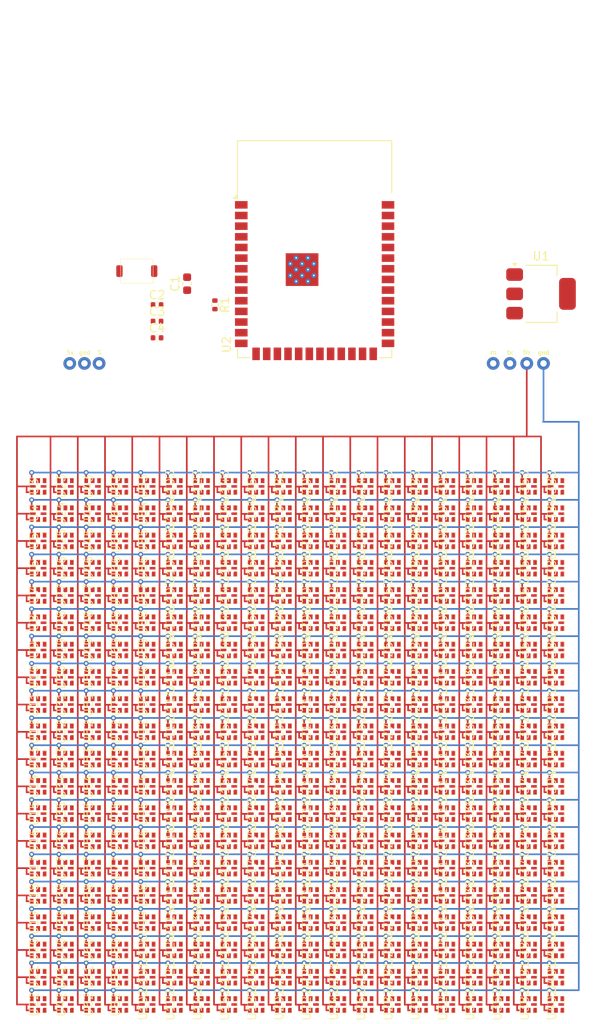
<source format=kicad_pcb>
(kicad_pcb (version 20240108) (generator "pcbnew") (generator_version "8.0")
  (layers (0 "F.Cu" signal) (31 "B.Cu" signal) (34 "B.Paste" user) (35 "F.Paste" user) (36 "B.SilkS" user "B.Silkscreen") (37 "F.SilkS" user "F.Silkscreen") (38 "B.Mask" user) (39 "F.Mask" user) (44 "Edge.Cuts" user))
  (net 0 "")
  (net 1 "GND")
  (net 2 "Net-(U1-VO)")
  (net 3 "Net-(U2-EN)")
  (net 4 "Net-(U2-IO0)")
  (net 5 "+5V")
  (net 6 "UART_TX")
  (net 7 "UART_RX")
  (net 8 "Net-(JT2-S)")
  (net 37 "Net-(U3-CLO)")
  (net 38 "Net-(U3-DAO)")
  (net 39 "Net-(U4-DAO)")
  (net 40 "Net-(U4-CLO)")
  (net 41 "Net-(U5-CLO)")
  (net 42 "Net-(U5-DAO)")
  (net 43 "Net-(U6-DAO)")
  (net 44 "Net-(U6-CLO)")
  (net 45 "Net-(U7-DAO)")
  (net 46 "Net-(U7-CLO)")
  (net 47 "Net-(U8-CLO)")
  (net 48 "Net-(U8-DAO)")
  (net 49 "Net-(U10-DAI)")
  (net 50 "Net-(U10-CLI)")
  (net 51 "Net-(U10-CLO)")
  (net 52 "Net-(U10-DAO)")
  (net 53 "Net-(U11-DAO)")
  (net 54 "Net-(U11-CLO)")
  (net 55 "Net-(U12-CLO)")
  (net 56 "Net-(U12-DAO)")
  (net 57 "Net-(U13-CLO)")
  (net 58 "Net-(U13-DAO)")
  (net 59 "Net-(U14-DAO)")
  (net 60 "Net-(U14-CLO)")
  (net 61 "Net-(U15-DAO)")
  (net 62 "Net-(U15-CLO)")
  (net 63 "Net-(U16-CLO)")
  (net 64 "Net-(U16-DAO)")
  (net 65 "Net-(U17-CLO)")
  (net 66 "Net-(U17-DAO)")
  (net 67 "Net-(U18-CLO)")
  (net 68 "Net-(U18-DAO)")
  (net 69 "Net-(U19-DAO)")
  (net 70 "Net-(U19-CLO)")
  (net 71 "Net-(U20-CLO)")
  (net 72 "Net-(U20-DAO)")
  (net 73 "Net-(U21-DAO)")
  (net 74 "Net-(U21-CLO)")
  (net 75 "Net-(U22-CLO)")
  (net 76 "Net-(U22-DAO)")
  (net 77 "Net-(U24-DAO)")
  (net 78 "Net-(U23-DAO)")
  (net 79 "Net-(U24-CLO)")
  (net 80 "Net-(U23-CLO)")
  (net 81 "Net-(U25-CLO)")
  (net 82 "Net-(U25-DAO)")
  (net 83 "Net-(U26-DAO)")
  (net 84 "Net-(U26-CLO)")
  (net 85 "Net-(U27-CLO)")
  (net 86 "Net-(U27-DAO)")
  (net 87 "Net-(U28-DAO)")
  (net 88 "Net-(U28-CLO)")
  (net 89 "Net-(U29-DAO)")
  (net 90 "Net-(U29-CLO)")
  (net 91 "Net-(U30-CLO)")
  (net 92 "Net-(U30-DAO)")
  (net 93 "Net-(U31-DAO)")
  (net 94 "Net-(U31-CLO)")
  (net 95 "Net-(U32-CLO)")
  (net 96 "Net-(U32-DAO)")
  (net 97 "Net-(U33-CLO)")
  (net 98 "Net-(U33-DAO)")
  (net 99 "Net-(U34-CLO)")
  (net 100 "Net-(U34-DAO)")
  (net 101 "Net-(U35-DAO)")
  (net 102 "Net-(U35-CLO)")
  (net 103 "Net-(U36-DAO)")
  (net 104 "Net-(U36-CLO)")
  (net 105 "Net-(U37-CLO)")
  (net 106 "Net-(U37-DAO)")
  (net 107 "Net-(U38-CLO)")
  (net 108 "Net-(U38-DAO)")
  (net 109 "Net-(U39-DAO)")
  (net 110 "Net-(U39-CLO)")
  (net 111 "Net-(U40-CLO)")
  (net 112 "Net-(U40-DAO)")
  (net 113 "Net-(U41-CLO)")
  (net 114 "Net-(U41-DAO)")
  (net 115 "Net-(U42-DAO)")
  (net 116 "Net-(U42-CLO)")
  (net 117 "Net-(U43-CLO)")
  (net 118 "Net-(U43-DAO)")
  (net 119 "Net-(U44-CLO)")
  (net 120 "Net-(U44-DAO)")
  (net 121 "Net-(U45-CLO)")
  (net 122 "Net-(U45-DAO)")
  (net 123 "Net-(U46-DAO)")
  (net 124 "Net-(U46-CLO)")
  (net 125 "Net-(U47-DAO)")
  (net 126 "Net-(U47-CLO)")
  (net 127 "Net-(U48-CLO)")
  (net 128 "Net-(U48-DAO)")
  (net 129 "Net-(U49-CLO)")
  (net 130 "Net-(U49-DAO)")
  (net 131 "Net-(U50-DAO)")
  (net 132 "Net-(U50-CLO)")
  (net 133 "Net-(U51-DAO)")
  (net 134 "Net-(U51-CLO)")
  (net 135 "Net-(U52-DAO)")
  (net 136 "Net-(U52-CLO)")
  (net 137 "Net-(U53-DAO)")
  (net 138 "Net-(U53-CLO)")
  (net 139 "Net-(U54-DAO)")
  (net 140 "Net-(U54-CLO)")
  (net 141 "Net-(U55-CLO)")
  (net 142 "Net-(U55-DAO)")
  (net 143 "Net-(U56-CLO)")
  (net 144 "Net-(U56-DAO)")
  (net 145 "Net-(U57-DAO)")
  (net 146 "Net-(U57-CLO)")
  (net 147 "Net-(U58-DAO)")
  (net 148 "Net-(U58-CLO)")
  (net 149 "Net-(U59-DAO)")
  (net 150 "Net-(U59-CLO)")
  (net 151 "Net-(U60-DAO)")
  (net 152 "Net-(U60-CLO)")
  (net 153 "Net-(U61-CLO)")
  (net 154 "Net-(U61-DAO)")
  (net 155 "Net-(U62-CLO)")
  (net 156 "Net-(U62-DAO)")
  (net 157 "Net-(U63-CLO)")
  (net 158 "Net-(U63-DAO)")
  (net 159 "Net-(U64-CLO)")
  (net 160 "Net-(U64-DAO)")
  (net 161 "Net-(U65-CLO)")
  (net 162 "Net-(U65-DAO)")
  (net 163 "Net-(U66-CLO)")
  (net 164 "Net-(U66-DAO)")
  (net 165 "Net-(U67-CLO)")
  (net 166 "Net-(U67-DAO)")
  (net 167 "Net-(U68-CLO)")
  (net 168 "Net-(U68-DAO)")
  (net 169 "Net-(U69-DAO)")
  (net 170 "Net-(U69-CLO)")
  (net 171 "Net-(U70-DAO)")
  (net 172 "Net-(U70-CLO)")
  (net 173 "Net-(U71-DAO)")
  (net 174 "Net-(U71-CLO)")
  (net 175 "Net-(U72-CLO)")
  (net 176 "Net-(U72-DAO)")
  (net 177 "Net-(U73-CLO)")
  (net 178 "Net-(U73-DAO)")
  (net 179 "Net-(U74-DAO)")
  (net 180 "Net-(U74-CLO)")
  (net 181 "Net-(U75-DAO)")
  (net 182 "Net-(U75-CLO)")
  (net 183 "Net-(U76-CLO)")
  (net 184 "Net-(U76-DAO)")
  (net 185 "Net-(U77-DAO)")
  (net 186 "Net-(U77-CLO)")
  (net 187 "Net-(U78-CLO)")
  (net 188 "Net-(U78-DAO)")
  (net 189 "Net-(U79-CLO)")
  (net 190 "Net-(U79-DAO)")
  (net 191 "Net-(U80-CLO)")
  (net 192 "Net-(U80-DAO)")
  (net 193 "Net-(U81-DAO)")
  (net 194 "Net-(U81-CLO)")
  (net 195 "Net-(U82-DAO)")
  (net 196 "Net-(U82-CLO)")
  (net 197 "Net-(U83-CLO)")
  (net 198 "Net-(U83-DAO)")
  (net 199 "Net-(U84-DAO)")
  (net 200 "Net-(U84-CLO)")
  (net 201 "Net-(U85-CLO)")
  (net 202 "Net-(U85-DAO)")
  (net 203 "Net-(U86-DAO)")
  (net 204 "Net-(U86-CLO)")
  (net 205 "Net-(U87-CLO)")
  (net 206 "Net-(U87-DAO)")
  (net 207 "Net-(U88-DAO)")
  (net 208 "Net-(U88-CLO)")
  (net 209 "Net-(U89-DAO)")
  (net 210 "Net-(U89-CLO)")
  (net 211 "Net-(U90-DAO)")
  (net 212 "Net-(U90-CLO)")
  (net 213 "Net-(U91-CLO)")
  (net 214 "Net-(U91-DAO)")
  (net 215 "Net-(U92-CLO)")
  (net 216 "Net-(U92-DAO)")
  (net 217 "Net-(U93-DAO)")
  (net 218 "Net-(U93-CLO)")
  (net 219 "Net-(U94-CLO)")
  (net 220 "Net-(U94-DAO)")
  (net 221 "Net-(U95-DAO)")
  (net 222 "Net-(U95-CLO)")
  (net 223 "Net-(U96-CLO)")
  (net 224 "Net-(U96-DAO)")
  (net 225 "Net-(U97-CLO)")
  (net 226 "Net-(U97-DAO)")
  (net 227 "Net-(U98-DAO)")
  (net 228 "Net-(U98-CLO)")
  (net 229 "Net-(U100-DAI)")
  (net 230 "Net-(U100-CLI)")
  (net 231 "Net-(U100-CLO)")
  (net 232 "Net-(U100-DAO)")
  (net 233 "Net-(U101-DAO)")
  (net 234 "Net-(U101-CLO)")
  (net 235 "Net-(U102-DAO)")
  (net 236 "Net-(U102-CLO)")
  (net 237 "Net-(U104-DAO)")
  (net 238 "Net-(U104-CLO)")
  (net 239 "Net-(U103-DAO)")
  (net 240 "Net-(U103-CLO)")
  (net 241 "Net-(U105-CLO)")
  (net 242 "Net-(U105-DAO)")
  (net 243 "Net-(U106-DAO)")
  (net 244 "Net-(U106-CLO)")
  (net 245 "Net-(U107-CLO)")
  (net 246 "Net-(U107-DAO)")
  (net 247 "Net-(U108-DAO)")
  (net 248 "Net-(U108-CLO)")
  (net 249 "Net-(U109-CLO)")
  (net 250 "Net-(U109-DAO)")
  (net 251 "Net-(U110-DAO)")
  (net 252 "Net-(U110-CLO)")
  (net 253 "Net-(U111-DAO)")
  (net 254 "Net-(U111-CLO)")
  (net 255 "Net-(U112-CLO)")
  (net 256 "Net-(U112-DAO)")
  (net 257 "Net-(U113-DAO)")
  (net 258 "Net-(U113-CLO)")
  (net 259 "Net-(U114-DAO)")
  (net 260 "Net-(U114-CLO)")
  (net 261 "Net-(U115-DAO)")
  (net 262 "Net-(U115-CLO)")
  (net 263 "Net-(U116-CLO)")
  (net 264 "Net-(U116-DAO)")
  (net 265 "Net-(U117-DAO)")
  (net 266 "Net-(U117-CLO)")
  (net 267 "Net-(U118-CLO)")
  (net 268 "Net-(U118-DAO)")
  (net 269 "Net-(U119-DAO)")
  (net 270 "Net-(U119-CLO)")
  (net 271 "Net-(U120-DAO)")
  (net 272 "Net-(U120-CLO)")
  (net 273 "Net-(U121-CLO)")
  (net 274 "Net-(U121-DAO)")
  (net 275 "Net-(U122-CLO)")
  (net 276 "Net-(U122-DAO)")
  (net 277 "Net-(U123-CLO)")
  (net 278 "Net-(U123-DAO)")
  (net 279 "Net-(U124-CLO)")
  (net 280 "Net-(U124-DAO)")
  (net 281 "Net-(U125-DAO)")
  (net 282 "Net-(U125-CLO)")
  (net 283 "Net-(U126-CLO)")
  (net 284 "Net-(U126-DAO)")
  (net 285 "Net-(U127-CLO)")
  (net 286 "Net-(U127-DAO)")
  (net 287 "Net-(U128-CLO)")
  (net 288 "Net-(U128-DAO)")
  (net 289 "Net-(U129-CLO)")
  (net 290 "Net-(U129-DAO)")
  (net 291 "Net-(U130-DAO)")
  (net 292 "Net-(U130-CLO)")
  (net 293 "Net-(U131-DAO)")
  (net 294 "Net-(U131-CLO)")
  (net 295 "Net-(U132-DAO)")
  (net 296 "Net-(U132-CLO)")
  (net 297 "Net-(U133-CLO)")
  (net 298 "Net-(U133-DAO)")
  (net 299 "Net-(U134-DAO)")
  (net 300 "Net-(U134-CLO)")
  (net 301 "Net-(U135-CLO)")
  (net 302 "Net-(U135-DAO)")
  (net 303 "Net-(U136-CLO)")
  (net 304 "Net-(U136-DAO)")
  (net 305 "Net-(U137-CLO)")
  (net 306 "Net-(U137-DAO)")
  (net 307 "Net-(U138-CLO)")
  (net 308 "Net-(U138-DAO)")
  (net 309 "Net-(U139-DAO)")
  (net 310 "Net-(U139-CLO)")
  (net 311 "Net-(U140-DAO)")
  (net 312 "Net-(U140-CLO)")
  (net 313 "Net-(U141-CLO)")
  (net 314 "Net-(U141-DAO)")
  (net 315 "Net-(U142-DAO)")
  (net 316 "Net-(U142-CLO)")
  (net 317 "Net-(U143-CLO)")
  (net 318 "Net-(U143-DAO)")
  (net 319 "Net-(U144-DAO)")
  (net 320 "Net-(U144-CLO)")
  (net 321 "Net-(U145-CLO)")
  (net 322 "Net-(U145-DAO)")
  (net 323 "Net-(U146-DAO)")
  (net 324 "Net-(U146-CLO)")
  (net 325 "Net-(U147-DAO)")
  (net 326 "Net-(U147-CLO)")
  (net 327 "Net-(U148-CLO)")
  (net 328 "Net-(U148-DAO)")
  (net 329 "Net-(U149-DAO)")
  (net 330 "Net-(U149-CLO)")
  (net 331 "Net-(U150-DAO)")
  (net 332 "Net-(U150-CLO)")
  (net 333 "Net-(U151-CLO)")
  (net 334 "Net-(U151-DAO)")
  (net 335 "Net-(U152-DAO)")
  (net 336 "Net-(U152-CLO)")
  (net 337 "Net-(U153-CLO)")
  (net 338 "Net-(U153-DAO)")
  (net 339 "Net-(U154-DAO)")
  (net 340 "Net-(U154-CLO)")
  (net 341 "Net-(U155-DAO)")
  (net 342 "Net-(U155-CLO)")
  (net 343 "Net-(U156-CLO)")
  (net 344 "Net-(U156-DAO)")
  (net 345 "Net-(U157-DAO)")
  (net 346 "Net-(U157-CLO)")
  (net 347 "Net-(U158-DAO)")
  (net 348 "Net-(U158-CLO)")
  (net 349 "Net-(U159-DAO)")
  (net 350 "Net-(U159-CLO)")
  (net 351 "Net-(U160-CLO)")
  (net 352 "Net-(U160-DAO)")
  (net 353 "Net-(U161-CLO)")
  (net 354 "Net-(U161-DAO)")
  (net 355 "Net-(U162-CLO)")
  (net 356 "Net-(U162-DAO)")
  (net 357 "Net-(U163-DAO)")
  (net 358 "Net-(U163-CLO)")
  (net 359 "Net-(U164-DAO)")
  (net 360 "Net-(U164-CLO)")
  (net 361 "Net-(U165-CLO)")
  (net 362 "Net-(U165-DAO)")
  (net 363 "Net-(U166-CLO)")
  (net 364 "Net-(U166-DAO)")
  (net 365 "Net-(U167-CLO)")
  (net 366 "Net-(U167-DAO)")
  (net 367 "Net-(U168-DAO)")
  (net 368 "Net-(U168-CLO)")
  (net 369 "Net-(U169-DAO)")
  (net 370 "Net-(U169-CLO)")
  (net 371 "Net-(U170-DAO)")
  (net 372 "Net-(U170-CLO)")
  (net 373 "Net-(U171-CLO)")
  (net 374 "Net-(U171-DAO)")
  (net 375 "Net-(U172-DAO)")
  (net 376 "Net-(U172-CLO)")
  (net 377 "Net-(U173-CLO)")
  (net 378 "Net-(U173-DAO)")
  (net 379 "Net-(U174-CLO)")
  (net 380 "Net-(U174-DAO)")
  (net 381 "Net-(U175-DAO)")
  (net 382 "Net-(U175-CLO)")
  (net 383 "Net-(U176-DAO)")
  (net 384 "Net-(U176-CLO)")
  (net 385 "Net-(U177-DAO)")
  (net 386 "Net-(U177-CLO)")
  (net 387 "Net-(U178-DAO)")
  (net 388 "Net-(U178-CLO)")
  (net 389 "Net-(U179-CLO)")
  (net 390 "Net-(U179-DAO)")
  (net 391 "Net-(U180-CLO)")
  (net 392 "Net-(U180-DAO)")
  (net 393 "Net-(U181-DAO)")
  (net 394 "Net-(U181-CLO)")
  (net 395 "Net-(U182-DAO)")
  (net 396 "Net-(U182-CLO)")
  (net 397 "Net-(U183-CLO)")
  (net 398 "Net-(U183-DAO)")
  (net 399 "Net-(U184-DAO)")
  (net 400 "Net-(U184-CLO)")
  (net 401 "Net-(U185-DAO)")
  (net 402 "Net-(U185-CLO)")
  (net 403 "Net-(U186-CLO)")
  (net 404 "Net-(U186-DAO)")
  (net 405 "Net-(U187-DAO)")
  (net 406 "Net-(U187-CLO)")
  (net 407 "Net-(U188-CLO)")
  (net 408 "Net-(U188-DAO)")
  (net 409 "Net-(U189-DAO)")
  (net 410 "Net-(U189-CLO)")
  (net 411 "Net-(U190-CLO)")
  (net 412 "Net-(U190-DAO)")
  (net 413 "Net-(U191-CLO)")
  (net 414 "Net-(U191-DAO)")
  (net 415 "Net-(U192-CLO)")
  (net 416 "Net-(U192-DAO)")
  (net 417 "Net-(U193-CLO)")
  (net 418 "Net-(U193-DAO)")
  (net 419 "Net-(U194-DAO)")
  (net 420 "Net-(U194-CLO)")
  (net 421 "Net-(U195-CLO)")
  (net 422 "Net-(U195-DAO)")
  (net 423 "Net-(U196-CLO)")
  (net 424 "Net-(U196-DAO)")
  (net 425 "Net-(U197-DAO)")
  (net 426 "Net-(U197-CLO)")
  (net 427 "Net-(U198-DAO)")
  (net 428 "Net-(U198-CLO)")
  (net 429 "Net-(U199-DAO)")
  (net 430 "Net-(U199-CLO)")
  (net 431 "Net-(U200-CLO)")
  (net 432 "Net-(U200-DAO)")
  (net 433 "Net-(U201-CLO)")
  (net 434 "Net-(U201-DAO)")
  (net 435 "Net-(U203-CLO)")
  (net 436 "Net-(U203-DAO)")
  (net 437 "Net-(U204-CLO)")
  (net 438 "Net-(U204-DAO)")
  (net 439 "Net-(U205-CLO)")
  (net 440 "Net-(U205-DAO)")
  (net 441 "Net-(U206-DAO)")
  (net 442 "Net-(U206-CLO)")
  (net 443 "Net-(U207-DAO)")
  (net 444 "Net-(U207-CLO)")
  (net 445 "Net-(U208-DAO)")
  (net 446 "Net-(U208-CLO)")
  (net 447 "Net-(U209-DAO)")
  (net 448 "Net-(U209-CLO)")
  (net 449 "Net-(U210-DAO)")
  (net 450 "Net-(U210-CLO)")
  (net 451 "Net-(U211-CLO)")
  (net 452 "Net-(U211-DAO)")
  (net 453 "Net-(U212-CLO)")
  (net 454 "Net-(U212-DAO)")
  (net 455 "Net-(U213-DAO)")
  (net 456 "Net-(U213-CLO)")
  (net 457 "Net-(U214-DAO)")
  (net 458 "Net-(U214-CLO)")
  (net 459 "Net-(U215-DAO)")
  (net 460 "Net-(U215-CLO)")
  (net 461 "Net-(U216-CLO)")
  (net 462 "Net-(U216-DAO)")
  (net 463 "Net-(U217-CLO)")
  (net 464 "Net-(U217-DAO)")
  (net 465 "Net-(U218-DAO)")
  (net 466 "Net-(U218-CLO)")
  (net 467 "Net-(U219-CLO)")
  (net 468 "Net-(U219-DAO)")
  (net 469 "Net-(U220-DAO)")
  (net 470 "Net-(U220-CLO)")
  (net 471 "Net-(U221-CLO)")
  (net 472 "Net-(U221-DAO)")
  (net 473 "Net-(U222-DAO)")
  (net 474 "Net-(U222-CLO)")
  (net 476 "Net-(U223-DAO)")
  (net 477 "Net-(U223-CLO)")
  (net 479 "Net-(U224-DAO)")
  (net 480 "Net-(U224-CLO)")
  (net 481 "Net-(U225-CLO)")
  (net 482 "Net-(U225-DAO)")
  (net 483 "Net-(U226-CLO)")
  (net 484 "Net-(U226-DAO)")
  (net 485 "Net-(U227-DAO)")
  (net 486 "Net-(U227-CLO)")
  (net 487 "Net-(U228-CLO)")
  (net 488 "Net-(U228-DAO)")
  (net 489 "Net-(U229-DAO)")
  (net 490 "Net-(U229-CLO)")
  (net 491 "Net-(U230-DAO)")
  (net 492 "Net-(U230-CLO)")
  (net 493 "Net-(U231-DAO)")
  (net 494 "Net-(U231-CLO)")
  (net 495 "Net-(U232-CLO)")
  (net 496 "Net-(U232-DAO)")
  (net 497 "Net-(U233-CLO)")
  (net 498 "Net-(U233-DAO)")
  (net 499 "Net-(U234-DAO)")
  (net 500 "Net-(U234-CLO)")
  (net 501 "Net-(U235-DAO)")
  (net 502 "Net-(U235-CLO)")
  (net 503 "Net-(U236-CLO)")
  (net 504 "Net-(U236-DAO)")
  (net 505 "Net-(U237-CLO)")
  (net 506 "Net-(U237-DAO)")
  (net 507 "Net-(U238-DAO)")
  (net 508 "Net-(U238-CLO)")
  (net 509 "Net-(U239-DAO)")
  (net 510 "Net-(U239-CLO)")
  (net 511 "Net-(U240-DAO)")
  (net 512 "Net-(U240-CLO)")
  (net 513 "Net-(U241-DAO)")
  (net 514 "Net-(U241-CLO)")
  (net 515 "Net-(U243-DAO)")
  (net 516 "Net-(U243-CLO)")
  (net 517 "Net-(U244-CLO)")
  (net 518 "Net-(U244-DAO)")
  (net 519 "Net-(U245-CLO)")
  (net 520 "Net-(U245-DAO)")
  (net 521 "Net-(U246-CLO)")
  (net 522 "Net-(U246-DAO)")
  (net 523 "Net-(U247-DAO)")
  (net 524 "Net-(U247-CLO)")
  (net 525 "Net-(U248-CLO)")
  (net 526 "Net-(U248-DAO)")
  (net 527 "Net-(U249-DAO)")
  (net 528 "Net-(U249-CLO)")
  (net 529 "Net-(U250-DAO)")
  (net 530 "Net-(U250-CLO)")
  (net 531 "Net-(U251-DAO)")
  (net 532 "Net-(U251-CLO)")
  (net 533 "Net-(U252-CLO)")
  (net 534 "Net-(U252-DAO)")
  (net 535 "Net-(U253-CLO)")
  (net 536 "Net-(U253-DAO)")
  (net 537 "Net-(U254-DAO)")
  (net 538 "Net-(U254-CLO)")
  (net 539 "Net-(U255-DAO)")
  (net 540 "Net-(U255-CLO)")
  (net 541 "Net-(U256-DAO)")
  (net 542 "Net-(U256-CLO)")
  (net 543 "Net-(U257-CLO)")
  (net 544 "Net-(U257-DAO)")
  (net 545 "Net-(U258-CLO)")
  (net 546 "Net-(U258-DAO)")
  (net 547 "Net-(U259-CLO)")
  (net 548 "Net-(U259-DAO)")
  (net 549 "Net-(U260-CLO)")
  (net 550 "Net-(U260-DAO)")
  (net 551 "Net-(U261-DAO)")
  (net 552 "Net-(U261-CLO)")
  (net 553 "Net-(U262-DAO)")
  (net 554 "Net-(U262-CLO)")
  (net 555 "Net-(U242-DAO)")
  (net 556 "Net-(U263-CLO)")
  (net 557 "Net-(U263-DAO)")
  (net 558 "Net-(U242-CLO)")
  (net 559 "Net-(U264-DAO)")
  (net 560 "Net-(U264-CLO)")
  (net 561 "Net-(U265-CLO)")
  (net 562 "Net-(U265-DAO)")
  (net 563 "Net-(U266-DAO)")
  (net 564 "Net-(U266-CLO)")
  (net 565 "Net-(U267-DAO)")
  (net 566 "Net-(U267-CLO)")
  (net 567 "Net-(U268-CLO)")
  (net 568 "Net-(U268-DAO)")
  (net 569 "Net-(U269-CLO)")
  (net 570 "Net-(U269-DAO)")
  (net 571 "Net-(U270-DAO)")
  (net 572 "Net-(U270-CLO)")
  (net 573 "Net-(U271-CLO)")
  (net 574 "Net-(U271-DAO)")
  (net 575 "Net-(U272-DAO)")
  (net 576 "Net-(U272-CLO)")
  (net 577 "Net-(U273-CLO)")
  (net 578 "Net-(U273-DAO)")
  (net 579 "Net-(U274-CLO)")
  (net 580 "Net-(U274-DAO)")
  (net 581 "Net-(U275-CLO)")
  (net 582 "Net-(U275-DAO)")
  (net 583 "Net-(U276-CLO)")
  (net 584 "Net-(U276-DAO)")
  (net 585 "Net-(U277-CLO)")
  (net 586 "Net-(U277-DAO)")
  (net 587 "Net-(U278-CLO)")
  (net 588 "Net-(U278-DAO)")
  (net 589 "Net-(U279-DAO)")
  (net 590 "Net-(U279-CLO)")
  (net 591 "Net-(U280-CLO)")
  (net 592 "Net-(U280-DAO)")
  (net 593 "Net-(U281-DAO)")
  (net 594 "Net-(U281-CLO)")
  (net 595 "Net-(U283-DAO)")
  (net 596 "Net-(U283-CLO)")
  (net 597 "Net-(U284-CLO)")
  (net 598 "Net-(U284-DAO)")
  (net 599 "Net-(U285-DAO)")
  (net 600 "Net-(U285-CLO)")
  (net 601 "Net-(U286-DAO)")
  (net 602 "Net-(U286-CLO)")
  (net 603 "Net-(U287-DAO)")
  (net 604 "Net-(U287-CLO)")
  (net 605 "Net-(U288-CLO)")
  (net 606 "Net-(U288-DAO)")
  (net 607 "Net-(U289-CLO)")
  (net 608 "Net-(U289-DAO)")
  (net 609 "Net-(U290-CLO)")
  (net 610 "Net-(U290-DAO)")
  (net 611 "Net-(U291-CLO)")
  (net 612 "Net-(U291-DAO)")
  (net 613 "Net-(U292-CLO)")
  (net 614 "Net-(U292-DAO)")
  (net 615 "Net-(U293-DAO)")
  (net 616 "Net-(U293-CLO)")
  (net 617 "Net-(U294-CLO)")
  (net 618 "Net-(U294-DAO)")
  (net 619 "Net-(U295-DAO)")
  (net 620 "Net-(U295-CLO)")
  (net 621 "Net-(U296-CLO)")
  (net 622 "Net-(U296-DAO)")
  (net 623 "Net-(U297-DAO)")
  (net 624 "Net-(U297-CLO)")
  (net 625 "Net-(U298-CLO)")
  (net 626 "Net-(U298-DAO)")
  (net 627 "Net-(U299-DAO)")
  (net 628 "Net-(U299-CLO)")
  (net 629 "Net-(U300-CLO)")
  (net 630 "Net-(U300-DAO)")
  (net 631 "Net-(U301-DAO)")
  (net 632 "Net-(U301-CLO)")
  (net 633 "Net-(U302-DAO)")
  (net 634 "Net-(U302-CLO)")
  (net 635 "Net-(U282-CLO)")
  (net 636 "Net-(U303-CLO)")
  (net 637 "Net-(U282-DAO)")
  (net 638 "Net-(U303-DAO)")
  (net 639 "Net-(U304-CLO)")
  (net 640 "Net-(U304-DAO)")
  (net 641 "Net-(U305-CLO)")
  (net 642 "Net-(U305-DAO)")
  (net 643 "Net-(U306-CLO)")
  (net 644 "Net-(U306-DAO)")
  (net 645 "Net-(U307-DAO)")
  (net 646 "Net-(U307-CLO)")
  (net 647 "Net-(U308-CLO)")
  (net 648 "Net-(U308-DAO)")
  (net 649 "Net-(U309-CLO)")
  (net 650 "Net-(U309-DAO)")
  (net 651 "Net-(U310-DAO)")
  (net 652 "Net-(U310-CLO)")
  (net 653 "Net-(U311-DAO)")
  (net 654 "Net-(U311-CLO)")
  (net 655 "Net-(U312-CLO)")
  (net 656 "Net-(U312-DAO)")
  (net 657 "Net-(U313-DAO)")
  (net 658 "Net-(U313-CLO)")
  (net 659 "Net-(U314-CLO)")
  (net 660 "Net-(U314-DAO)")
  (net 661 "Net-(U315-CLO)")
  (net 662 "Net-(U315-DAO)")
  (net 663 "Net-(U316-DAO)")
  (net 664 "Net-(U316-CLO)")
  (net 665 "Net-(U317-CLO)")
  (net 666 "Net-(U317-DAO)")
  (net 667 "Net-(U318-DAO)")
  (net 668 "Net-(U318-CLO)")
  (net 669 "Net-(U319-CLO)")
  (net 670 "Net-(U319-DAO)")
  (net 671 "Net-(U320-CLO)")
  (net 672 "Net-(U320-DAO)")
  (net 673 "Net-(U321-DAO)")
  (net 674 "Net-(U321-CLO)")
  (net 675 "Net-(U323-DAO)")
  (net 676 "Net-(U323-CLO)")
  (net 677 "Net-(U324-DAO)")
  (net 678 "Net-(U324-CLO)")
  (net 679 "Net-(U325-DAO)")
  (net 680 "Net-(U325-CLO)")
  (net 681 "Net-(U326-CLO)")
  (net 682 "Net-(U326-DAO)")
  (net 683 "Net-(U327-DAO)")
  (net 684 "Net-(U327-CLO)")
  (net 685 "Net-(U328-DAO)")
  (net 686 "Net-(U328-CLO)")
  (net 687 "Net-(U329-CLO)")
  (net 688 "Net-(U329-DAO)")
  (net 689 "Net-(U330-CLO)")
  (net 690 "Net-(U330-DAO)")
  (net 691 "Net-(U331-DAO)")
  (net 692 "Net-(U331-CLO)")
  (net 693 "Net-(U332-CLO)")
  (net 694 "Net-(U332-DAO)")
  (net 695 "Net-(U333-DAO)")
  (net 696 "Net-(U333-CLO)")
  (net 697 "Net-(U334-DAO)")
  (net 698 "Net-(U334-CLO)")
  (net 699 "Net-(U335-DAO)")
  (net 700 "Net-(U335-CLO)")
  (net 701 "Net-(U336-DAO)")
  (net 702 "Net-(U336-CLO)")
  (net 703 "Net-(U337-CLO)")
  (net 704 "Net-(U337-DAO)")
  (net 705 "Net-(U338-DAO)")
  (net 706 "Net-(U338-CLO)")
  (net 707 "Net-(U339-CLO)")
  (net 708 "Net-(U339-DAO)")
  (net 709 "Net-(U340-CLO)")
  (net 710 "Net-(U340-DAO)")
  (net 711 "Net-(U341-DAO)")
  (net 712 "Net-(U341-CLO)")
  (net 713 "Net-(U342-CLO)")
  (net 714 "Net-(U342-DAO)")
  (net 715 "Net-(U322-CLO)")
  (net 716 "Net-(U343-CLO)")
  (net 717 "Net-(U322-DAO)")
  (net 718 "Net-(U343-DAO)")
  (net 719 "Net-(U344-CLO)")
  (net 720 "Net-(U344-DAO)")
  (net 721 "Net-(U345-DAO)")
  (net 722 "Net-(U345-CLO)")
  (net 723 "Net-(U346-DAO)")
  (net 724 "Net-(U346-CLO)")
  (net 725 "Net-(U347-DAO)")
  (net 726 "Net-(U347-CLO)")
  (net 727 "Net-(U348-CLO)")
  (net 728 "Net-(U348-DAO)")
  (net 729 "Net-(U349-DAO)")
  (net 730 "Net-(U349-CLO)")
  (net 731 "Net-(U350-DAO)")
  (net 732 "Net-(U350-CLO)")
  (net 733 "Net-(U351-DAO)")
  (net 734 "Net-(U351-CLO)")
  (net 735 "Net-(U352-CLO)")
  (net 736 "Net-(U352-DAO)")
  (net 737 "Net-(U353-DAO)")
  (net 738 "Net-(U353-CLO)")
  (net 739 "Net-(U354-CLO)")
  (net 740 "Net-(U354-DAO)")
  (net 741 "Net-(U355-DAO)")
  (net 742 "Net-(U355-CLO)")
  (net 743 "Net-(U356-DAO)")
  (net 744 "Net-(U356-CLO)")
  (net 745 "Net-(U357-DAO)")
  (net 746 "Net-(U357-CLO)")
  (net 747 "Net-(U358-DAO)")
  (net 748 "Net-(U358-CLO)")
  (net 749 "Net-(U359-CLO)")
  (net 750 "Net-(U359-DAO)")
  (net 751 "Net-(U360-DAO)")
  (net 752 "Net-(U360-CLO)")
  (net 753 "Net-(U361-CLO)")
  (net 754 "Net-(U361-DAO)")
  (net 755 "Net-(U363-CLO)")
  (net 756 "Net-(U363-DAO)")
  (net 757 "Net-(U364-DAO)")
  (net 758 "Net-(U364-CLO)")
  (net 759 "Net-(U365-DAO)")
  (net 760 "Net-(U365-CLO)")
  (net 761 "Net-(U366-DAO)")
  (net 762 "Net-(U366-CLO)")
  (net 763 "Net-(U367-DAO)")
  (net 764 "Net-(U367-CLO)")
  (net 765 "Net-(U368-DAO)")
  (net 766 "Net-(U368-CLO)")
  (net 767 "Net-(U369-CLO)")
  (net 768 "Net-(U369-DAO)")
  (net 769 "Net-(U370-CLO)")
  (net 770 "Net-(U370-DAO)")
  (net 771 "Net-(U371-DAO)")
  (net 772 "Net-(U371-CLO)")
  (net 773 "Net-(U372-DAO)")
  (net 774 "Net-(U372-CLO)")
  (net 775 "Net-(U373-CLO)")
  (net 776 "Net-(U373-DAO)")
  (net 777 "Net-(U374-CLO)")
  (net 778 "Net-(U374-DAO)")
  (net 779 "Net-(U375-CLO)")
  (net 780 "Net-(U375-DAO)")
  (net 781 "Net-(U376-DAO)")
  (net 782 "Net-(U376-CLO)")
  (net 783 "Net-(U377-DAO)")
  (net 784 "Net-(U377-CLO)")
  (net 785 "Net-(U378-CLO)")
  (net 786 "Net-(U378-DAO)")
  (net 787 "Net-(U379-DAO)")
  (net 788 "Net-(U379-CLO)")
  (net 789 "Net-(U380-CLO)")
  (net 790 "Net-(U380-DAO)")
  (net 791 "Net-(U381-CLO)")
  (net 792 "Net-(U381-DAO)")
  (net 793 "Net-(U382-DAO)")
  (net 794 "Net-(U382-CLO)")
  (net 795 "Net-(U362-DAO)")
  (net 796 "Net-(U362-CLO)")
  (net 797 "Net-(U383-CLO)")
  (net 798 "Net-(U383-DAO)")
  (net 799 "Net-(U384-DAO)")
  (net 800 "Net-(U384-CLO)")
  (net 801 "Net-(U385-CLO)")
  (net 802 "Net-(U385-DAO)")
  (net 803 "Net-(U386-DAO)")
  (net 804 "Net-(U386-CLO)")
  (net 805 "Net-(U387-DAO)")
  (net 806 "Net-(U387-CLO)")
  (net 807 "Net-(U388-DAO)")
  (net 808 "Net-(U388-CLO)")
  (net 809 "Net-(U389-CLO)")
  (net 810 "Net-(U389-DAO)")
  (net 811 "Net-(U390-DAO)")
  (net 812 "Net-(U390-CLO)")
  (net 813 "Net-(U391-CLO)")
  (net 814 "Net-(U391-DAO)")
  (net 815 "Net-(U392-CLO)")
  (net 816 "Net-(U392-DAO)")
  (net 817 "Net-(U393-DAO)")
  (net 818 "Net-(U393-CLO)")
  (net 819 "Net-(U394-DAO)")
  (net 820 "Net-(U394-CLO)")
  (net 821 "Net-(U395-DAO)")
  (net 822 "Net-(U395-CLO)")
  (net 823 "Net-(U396-DAO)")
  (net 824 "Net-(U396-CLO)")
  (net 825 "Net-(U397-CLO)")
  (net 826 "Net-(U397-DAO)")
  (net 827 "Net-(U398-DAO)")
  (net 828 "Net-(U398-CLO)")
  (net 829 "Net-(U399-CLO)")
  (net 830 "Net-(U399-DAO)")
  (net 831 "Net-(U400-DAO)")
  (net 832 "Net-(U400-CLO)")
  (net 833 "Net-(U401-DAO)")
  (net 834 "Net-(U401-CLO)")
  (net 835 "Net-(U2-IO1)")
  (net 836 "Net-(U2-IO2)")
  (net 837 "Net-(U2-IO4)")
  (net 838 "Net-(U2-IO3)")
  (footprint "LED_SMD:APA102-2020-6A" (layer "F.Cu") (at 115.525 154.2 90)
    (property "Reference" "U220")
    (property "Value" "~")
  )
  (footprint "LED_SMD:APA102-2020-6A" (layer "F.Cu") (at 105.775 111.95 90)
    (property "Reference" "U147")
    (property "Value" "~")
  )
  (footprint "LED_SMD:APA102-2020-6A" (layer "F.Cu") (at 115.525 102.2 90)
    (property "Reference" "U204")
    (property "Value" "~")
  )
  (footprint "LED_SMD:APA102-2020-6A" (layer "F.Cu") (at 102.525 154.2 90)
    (property "Reference" "U140")
    (property "Value" "~")
  )
  (footprint "LED_SMD:APA102-2020-6A" (layer "F.Cu") (at 135.025 137.95 90)
    (property "Reference" "U335")
    (property "Value" "~")
  )
  (footprint "LED_SMD:APA102-2020-6A" (layer "F.Cu") (at 144.775 111.95 90)
    (property "Reference" "U387")
    (property "Value" "~")
  )
  (footprint "LED_SMD:APA102-2020-6A" (layer "F.Cu") (at 131.775 131.45 90)
    (property "Reference" "U313")
    (property "Value" "~")
  )
  (footprint "Package_TO_SOT_SMD:SOT-223-3_TabPin2" (layer "F.Cu") (at 143 76)
    (property "Reference" "U1")
    (property "Value" "AMS1117-3.3")
  )
  (footprint "LED_SMD:APA102-2020-6A" (layer "F.Cu") (at 125.275 124.95 90)
    (property "Reference" "U271")
    (property "Value" "~")
  )
  (footprint "LED_SMD:APA102-2020-6A" (layer "F.Cu") (at 96.025 150.95 90)
    (property "Reference" "U99")
    (property "Value" "~")
  )
  (footprint "LED_SMD:APA102-2020-6A" (layer "F.Cu") (at 92.775 111.95 90)
    (property "Reference" "U67")
    (property "Value" "~")
  )
  (footprint "Resistor_SMD:R_0402_1005Metric" (layer "F.Cu") (at 104.105 77.31 -90)
    (property "Reference" "R1")
    (property "Value" "10k Ohm")
  )
  (footprint "LED_SMD:APA102-2020-6A" (layer "F.Cu") (at 83.025 160.7 90)
    (property "Reference" "U22")
    (property "Value" "~")
  )
  (footprint "LED_SMD:APA102-2020-6A" (layer "F.Cu") (at 86.275 111.95 90)
    (property "Reference" "U27")
    (property "Value" "~")
  )
  (footprint "LED_SMD:APA102-2020-6A" (layer "F.Cu") (at 135.025 144.45 90)
    (property "Reference" "U337")
    (property "Value" "~")
  )
  (footprint "LED_SMD:APA102-2020-6A" (layer "F.Cu") (at 96.025 111.95 90)
    (property "Reference" "U87")
    (property "Value" "~")
  )
  (footprint "LED_SMD:APA102-2020-6A" (layer "F.Cu") (at 115.525 98.95 90)
    (property "Reference" "U203")
    (property "Value" "~")
  )
  (footprint "LED_SMD:APA102-2020-6A" (layer "F.Cu") (at 144.775 147.7 90)
    (property "Reference" "U398")
    (property "Value" "~")
  )
  (footprint "LED_SMD:APA102-2020-6A" (layer "F.Cu") (at 135.025 102.2 90)
    (property "Reference" "U324")
    (property "Value" "~")
  )
  (footprint "LED_SMD:APA102-2020-6A" (layer "F.Cu") (at 92.775 98.95 90)
    (property "Reference" "U63")
    (property "Value" "~")
  )
  (footprint "LED_SMD:APA102-2020-6A" (layer "F.Cu") (at 115.525 150.95 90)
    (property "Reference" "U219")
    (property "Value" "~")
  )
  (footprint "LED_SMD:APA102-2020-6A" (layer "F.Cu") (at 118.775 115.2 90)
    (property "Reference" "U228")
    (property "Value" "~")
  )
  (footprint "LED_SMD:APA102-2020-6A" (layer "F.Cu") (at 86.275 121.7 90)
    (property "Reference" "U30")
    (property "Value" "~")
  )
  (footprint "LED_SMD:APA102-2020-6A" (layer "F.Cu") (at 92.775 141.2 90)
    (property "Reference" "U76")
    (property "Value" "~")
  )
  (footprint "LED_SMD:APA102-2020-6A" (layer "F.Cu") (at 138.275 150.95 90)
    (property "Reference" "U359")
    (property "Value" "~")
  )
  (footprint "LED_SMD:APA102-2020-6A" (layer "F.Cu") (at 102.525 115.2 90)
    (property "Reference" "U128")
    (property "Value" "~")
  )
  (footprint "LED_SMD:APA102-2020-6A" (layer "F.Cu") (at 102.525 137.95 90)
    (property "Reference" "U135")
    (property "Value" "~")
  )
  (footprint "LED_SMD:APA102-2020-6A" (layer "F.Cu") (at 122.025 160.7 90)
    (property "Reference" "U262")
    (property "Value" "~")
  )
  (footprint "LED_SMD:APA102-2020-6A" (layer "F.Cu") (at 83.025 115.2 90)
    (property "Reference" "U8")
    (property "Value" "~")
  )
  (footprint "LED_SMD:APA102-2020-6A" (layer "F.Cu") (at 102.525 118.45 90)
    (property "Reference" "U129")
    (property "Value" "~")
  )
  (footprint "LED_SMD:APA102-2020-6A" (layer "F.Cu") (at 141.525 141.2 90)
    (property "Reference" "U376")
    (property "Value" "~")
  )
  (footprint "LED_SMD:APA102-2020-6A" (layer "F.Cu") (at 96.025 137.95 90)
    (property "Reference" "U95")
    (property "Value" "~")
  )
  (footprint "LED_SMD:APA102-2020-6A" (layer "F.Cu") (at 125.275 128.2 90)
    (property "Reference" "U272")
    (property "Value" "~")
  )
  (footprint "LED_SMD:APA102-2020-6A" (layer "F.Cu") (at 92.775 137.95 90)
    (property "Reference" "U75")
    (property "Value" "~")
  )
  (footprint "LED_SMD:APA102-2020-6A" (layer "F.Cu") (at 131.775 108.7 90)
    (property "Reference" "U306")
    (property "Value" "~")
  )
  (footprint "LED_SMD:APA102-2020-6A" (layer "F.Cu") (at 112.275 108.7 90)
    (property "Reference" "U186")
    (property "Value" "~")
  )
  (footprint "LED_SMD:APA102-2020-6A" (layer "F.Cu") (at 138.275 141.2 90)
    (property "Reference" "U356")
    (property "Value" "~")
  )
  (footprint "LED_SMD:APA102-2020-6A" (layer "F.Cu") (at 89.525 131.45 90)
    (property "Reference" "U53")
    (property "Value" "~")
  )
  (footprint "LED_SMD:APA102-2020-6A" (layer "F.Cu") (at 105.775 137.95 90)
    (property "Reference" "U155")
    (property "Value" "~")
  )
  (footprint "LED_SMD:APA102-2020-6A" (layer "F.Cu") (at 99.275 141.2 90)
    (property "Reference" "U116")
    (property "Value" "~")
  )
  (footprint "LED_SMD:APA102-2020-6A" (layer "F.Cu") (at 109.025 128.2 90)
    (property "Reference" "U172")
    (property "Value" "~")
  )
  (footprint "LED_SMD:APA102-2020-6A" (layer "F.Cu") (at 105.775 118.45 90)
    (property "Reference" "U149")
    (property "Value" "~")
  )
  (footprint "LED_SMD:APA102-2020-6A" (layer "F.Cu") (at 112.275 124.95 90)
    (property "Reference" "U191")
    (property "Value" "~")
  )
  (footprint "LED_SMD:APA102-2020-6A" (layer "F.Cu") (at 128.525 111.95 90)
    (property "Reference" "U287")
    (property "Value" "~")
  )
  (footprint "LED_SMD:APA102-2020-6A" (layer "F.Cu") (at 122.025 124.95 90)
    (property "Reference" "U251")
    (property "Value" "~")
  )
  (footprint "LED_SMD:APA102-2020-6A" (layer "F.Cu") (at 99.275 160.7 90)
    (property "Reference" "U122")
    (property "Value" "~")
  )
  (footprint "LED_SMD:APA102-2020-6A" (layer "F.Cu") (at 135.025 98.95 90)
    (property "Reference" "U323")
    (property "Value" "~")
  )
  (footprint "LED_SMD:APA102-2020-6A" (layer "F.Cu") (at 125.275 118.45 90)
    (property "Reference" "U269")
    (property "Value" "~")
  )
  (footprint "LED_SMD:APA102-2020-6A" (layer "F.Cu") (at 96.025 121.7 90)
    (property "Reference" "U90")
    (property "Value" "~")
  )
  (footprint "LED_SMD:APA102-2020-6A" (layer "F.Cu") (at 144.775 124.95 90)
    (property "Reference" "U391")
    (property "Value" "~")
  )
  (footprint "LED_SMD:APA102-2020-6A" (layer "F.Cu") (at 138.275 108.7 90)
    (property "Reference" "U346")
    (property "Value" "~")
  )
  (footprint "LED_SMD:APA102-2020-6A" (layer "F.Cu") (at 131.775 128.2 90)
    (property "Reference" "U312")
    (property "Value" "~")
  )
  (footprint "LED_SMD:APA102-2020-6A" (layer "F.Cu") (at 102.525 111.95 90)
    (property "Reference" "U127")
    (property "Value" "~")
  )
  (footprint "LED_SMD:APA102-2020-6A" (layer "F.Cu") (at 105.775 105.45 90)
    (property "Reference" "U145")
    (property "Value" "~")
  )
  (footprint "LED_SMD:APA102-2020-6A" (layer "F.Cu") (at 128.525 144.45 90)
    (property "Reference" "U297")
    (property "Value" "~")
  )
  (footprint "LED_SMD:APA102-2020-6A" (layer "F.Cu") (at 109.025 131.45 90)
    (property "Reference" "U173")
    (property "Value" "~")
  )
  (footprint "LED_SMD:APA102-2020-6A" (layer "F.Cu") (at 86.275 115.2 90)
    (property "Reference" "U28")
    (property "Value" "~")
  )
  (footprint "LED_SMD:APA102-2020-6A" (layer "F.Cu") (at 135.025 118.45 90)
    (property "Reference" "U329")
    (property "Value" "~")
  )
  (footprint "LED_SMD:APA102-2020-6A" (layer "F.Cu") (at 99.275 150.95 90)
    (property "Reference" "U119")
    (property "Value" "~")
  )
  (footprint "LED_SMD:APA102-2020-6A" (layer "F.Cu") (at 141.525 121.7 90)
    (property "Reference" "U370")
    (property "Value" "~")
  )
  (footprint "LED_SMD:APA102-2020-6A" (layer "F.Cu") (at 86.275 102.2 90)
    (property "Reference" "U24")
    (property "Value" "~")
  )
  (footprint "LED_SMD:APA102-2020-6A" (layer "F.Cu") (at 89.525 144.45 90)
    (property "Reference" "U57")
    (property "Value" "~")
  )
  (footprint "LED_SMD:APA102-2020-6A" (layer "F.Cu") (at 125.275 111.95 90)
    (property "Reference" "U267")
    (property "Value" "~")
  )
  (footprint "LED_SMD:APA102-2020-6A" (layer "F.Cu") (at 83.025 147.7 90)
    (property "Reference" "U18")
    (property "Value" "~")
  )
  (footprint "LED_SMD:APA102-2020-6A" (layer "F.Cu") (at 135.025 141.2 90)
    (property "Reference" "U336")
    (property "Value" "~")
  )
  (footprint "LED_SMD:APA102-2020-6A" (layer "F.Cu") (at 128.525 118.45 90)
    (property "Reference" "U289")
    (property "Value" "~")
  )
  (footprint "LED_SMD:APA102-2020-6A" (layer "F.Cu") (at 144.775 131.45 90)
    (property "Reference" "U393")
    (property "Value" "~")
  )
  (footprint "LED_SMD:APA102-2020-6A" (layer "F.Cu") (at 92.775 157.45 90)
    (property "Reference" "U81")
    (property "Value" "~")
  )
  (footprint "LED_SMD:APA102-2020-6A" (layer "F.Cu") (at 138.275 131.45 90)
    (property "Reference" "U353")
    (property "Value" "~")
  )
  (footprint "LED_SMD:APA102-2020-6A" (layer "F.Cu") (at 128.525 128.2 90)
    (property "Reference" "U292")
    (property "Value" "~")
  )
  (footprint "LED_SMD:APA102-2020-6A" (layer "F.Cu") (at 118.775 121.7 90)
    (property "Reference" "U230")
    (property "Value" "~")
  )
  (footprint "LED_SMD:APA102-2020-6A" (layer "F.Cu") (at 109.025 124.95 90)
    (property "Reference" "U171")
    (property "Value" "~")
  )
  (footprint "LED_SMD:UART JT" (layer "F.Cu") (at 140.295 84.29)
    (property "Reference" "JT1" (hide yes))
    (property "Value" "~")
  )
  (footprint "LED_SMD:APA102-2020-6A" (layer "F.Cu") (at 141.525 154.2 90)
    (property "Reference" "U380")
    (property "Value" "~")
  )
  (footprint "LED_SMD:APA102-2020-6A" (layer "F.Cu") (at 115.525 137.95 90)
    (property "Reference" "U215")
    (property "Value" "~")
  )
  (footprint "LED_SMD:APA102-2020-6A" (layer "F.Cu") (at 131.775 157.45 90)
    (property "Reference" "U321")
    (property "Value" "~")
  )
  (footprint "LED_SMD:APA102-2020-6A" (layer "F.Cu") (at 96.025 128.2 90)
    (property "Reference" "U92")
    (property "Value" "~")
  )
  (footprint "LED_SMD:APA102-2020-6A" (layer "F.Cu") (at 99.275 154.2 90)
    (property "Reference" "U120")
    (property "Value" "~")
  )
  (footprint "LED_SMD:APA102-2020-6A" (layer "F.Cu") (at 128.525 105.45 90)
    (property "Reference" "U285")
    (property "Value" "~")
  )
  (footprint "LED_SMD:APA102-2020-6A" (layer "F.Cu") (at 102.525 160.7 90)
    (property "Reference" "U142")
    (property "Value" "~")
  )
  (footprint "LED_SMD:APA102-2020-6A" (layer "F.Cu") (at 96.025 154.2 90)
    (property "Reference" "U100")
    (property "Value" "~")
  )
  (footprint "LED_SMD:APA102-2020-6A" (layer "F.Cu") (at 141.525 134.7 90)
    (property "Reference" "U374")
    (property "Value" "~")
  )
  (footprint "LED_SMD:APA102-2020-6A" (layer "F.Cu") (at 141.525 111.95 90)
    (property "Reference" "U367")
    (property "Value" "~")
  )
  (footprint "LED_SMD:APA102-2020-6A" (layer "F.Cu") (at 115.525 134.7 90)
    (property "Reference" "U214")
    (property "Value" "~")
  )
  (footprint "LED_SMD:APA102-2020-6A" (layer "F.Cu") (at 131.775 160.7 90)
    (property "Reference" "U322")
    (property "Value" "~")
  )
  (footprint "LED_SMD:APA102-2020-6A" (layer "F.Cu") (at 128.525 160.7 90)
    (property "Reference" "U302")
    (property "Value" "~")
  )
  (footprint "LED_SMD:APA102-2020-6A" (layer "F.Cu") (at 138.275 128.2 90)
    (property "Reference" "U352")
    (property "Value" "~")
  )
  (footprint "Capacitor_SMD:C_0603_1608Metric" (layer "F.Cu") (at 100.795 74.79 90)
    (property "Reference" "C1")
    (property "Value" "10 uF")
  )
  (footprint "LED_SMD:APA102-2020-6A" (layer "F.Cu") (at 138.275 105.45 90)
    (property "Reference" "U345")
    (property "Value" "~")
  )
  (footprint "LED_SMD:APA102-2020-6A" (layer "F.Cu") (at 122.025 154.2 90)
    (property "Reference" "U260")
    (property "Value" "~")
  )
  (footprint "LED_SMD:APA102-2020-6A" (layer "F.Cu") (at 112.275 105.45 90)
    (property "Reference" "U185")
    (property "Value" "~")
  )
  (footprint "LED_SMD:APA102-2020-6A" (layer "F.Cu") (at 135.025 147.7 90)
    (property "Reference" "U338")
    (property "Value" "~")
  )
  (footprint "LED_SMD:APA102-2020-6A" (layer "F.Cu") (at 131.775 144.45 90)
    (property "Reference" "U317")
    (property "Value" "~")
  )
  (footprint "LED_SMD:APA102-2020-6A" (layer "F.Cu") (at 141.525 128.2 90)
    (property "Reference" "U372")
    (property "Value" "~")
  )
  (footprint "LED_SMD:APA102-2020-6A" (layer "F.Cu") (at 96.025 131.45 90)
    (property "Reference" "U93")
    (property "Value" "~")
  )
  (footprint "Connector:hall JT" (layer "F.Cu") (at 88.545 84.29)
    (property "Reference" "JT2" (hide yes))
    (property "Value" "~")
  )
  (footprint "LED_SMD:APA102-2020-6A" (layer "F.Cu") (at 109.025 154.2 90)
    (property "Reference" "U180")
    (property "Value" "~")
  )
  (footprint "LED_SMD:APA102-2020-6A" (layer "F.Cu") (at 138.275 121.7 90)
    (property "Reference" "U350")
    (property "Value" "~")
  )
  (footprint "LED_SMD:APA102-2020-6A" (layer "F.Cu") (at 86.275 124.95 90)
    (property "Reference" "U31")
    (property "Value" "~")
  )
  (footprint "LED_SMD:APA102-2020-6A" (layer "F.Cu") (at 138.275 98.95 90)
    (property "Reference" "U343")
    (property "Value" "~")
  )
  (footprint "LED_SMD:APA102-2020-6A" (layer "F.Cu") (at 105.775 102.2 90)
    (property "Reference" "U144")
    (property "Value" "~")
  )
  (footprint "LED_SMD:APA102-2020-6A" (layer "F.Cu") (at 122.025 150.95 90)
    (property "Reference" "U259")
    (property "Value" "~")
  )
  (footprint "LED_SMD:APA102-2020-6A" (layer "F.Cu") (at 89.525 160.7 90)
    (property "Reference" "U62")
    (property "Value" "~")
  )
  (footprint "LED_SMD:APA102-2020-6A" (layer "F.Cu") (at 118.775 150.95 90)
    (property "Reference" "U239")
    (property "Value" "~")
  )
  (footprint "LED_SMD:APA102-2020-6A" (layer "F.Cu") (at 105.775 160.7 90)
    (property "Reference" "U162")
    (property "Value" "~")
  )
  (footprint "LED_SMD:APA102-2020-6A" (layer "F.Cu") (at 102.525 157.45 90)
    (property "Reference" "U141")
    (property "Value" "~")
  )
  (footprint "LED_SMD:APA102-2020-6A" (layer "F.Cu") (at 131.775 105.45 90)
    (property "Reference" "U305")
    (property "Value" "~")
  )
  (footprint "Capacitor_SMD:C_0402_1005Metric" (layer "F.Cu") (at 97.205 79.27)
    (property "Reference" "C3")
    (property "Value" "1 uF")
  )
  (footprint "LED_SMD:APA102-2020-6A" (layer "F.Cu") (at 138.275 124.95 90)
    (property "Reference" "U351")
    (property "Value" "~")
  )
  (footprint "LED_SMD:APA102-2020-6A" (layer "F.Cu") (at 131.775 102.2 90)
    (property "Reference" "U304")
    (property "Value" "~")
  )
  (footprint "LED_SMD:APA102-2020-6A" (layer "F.Cu") (at 122.025 105.45 90)
    (property "Reference" "U245")
    (property "Value" "~")
  )
  (footprint "LED_SMD:APA102-2020-6A" (layer "F.Cu") (at 89.525 147.7 90)
    (property "Reference" "U58")
    (property "Value" "~")
  )
  (footprint "LED_SMD:APA102-2020-6A" (layer "F.Cu") (at 131.775 121.7 90)
    (property "Reference" "U310")
    (property "Value" "~")
  )
  (footprint "LED_SMD:APA102-2020-6A" (layer "F.Cu") (at 86.275 137.95 90)
    (property "Reference" "U35")
    (property "Value" "~")
  )
  (footprint "LED_SMD:APA102-2020-6A" (layer "F.Cu") (at 144.775 121.7 90)
    (property "Reference" "U390")
    (property "Value" "~")
  )
  (footprint "LED_SMD:APA102-2020-6A" (layer "F.Cu") (at 122.025 108.7 90)
    (property "Reference" "U246")
    (property "Value" "~")
  )
  (footprint "LED_SMD:APA102-2020-6A" (layer "F.Cu") (at 125.275 131.45 90)
    (property "Reference" "U273")
    (property "Value" "~")
  )
  (footprint "LED_SMD:APA102-2020-6A" (layer "F.Cu") (at 138.275 111.95 90)
    (property "Reference" "U347")
    (property "Value" "~")
  )
  (footprint "LED_SMD:APA102-2020-6A" (layer "F.Cu") (at 86.275 105.45 90)
    (property "Reference" "U25")
    (property "Value" "~")
  )
  (footprint "LED_SMD:APA102-2020-6A" (layer "F.Cu") (at 144.775 154.2 90)
    (property "Reference" "U400")
    (property "Value" "~")
  )
  (footprint "LED_SMD:APA102-2020-6A" (layer "F.Cu") (at 118.775 160.7 90)
    (property "Reference" "U242")
    (property "Value" "~")
  )
  (footprint "LED_SMD:APA102-2020-6A" (layer "F.Cu") (at 112.275 98.95 90)
    (property "Reference" "U183")
    (property "Value" "~")
  )
  (footprint "LED_SMD:APA102-2020-6A" (layer "F.Cu") (at 112.275 147.7 90)
    (property "Reference" "U198")
    (property "Value" "~")
  )
  (footprint "LED_SMD:APA102-2020-6A" (layer "F.Cu") (at 144.775 115.2 90)
    (property "Reference" "U388")
    (property "Value" "~")
  )
  (footprint "LED_SMD:APA102-2020-6A" (layer "F.Cu") (at 115.525 105.45 90)
    (property "Reference" "U205")
    (property "Value" "~")
  )
  (footprint "LED_SMD:APA102-2020-6A" (layer "F.Cu") (at 109.025 137.95 90)
    (property "Reference" "U175")
    (property "Value" "~")
  )
  (footprint "LED_SMD:APA102-2020-6A" (layer "F.Cu") (at 144.775 105.45 90)
    (property "Reference" "U385")
    (property "Value" "~")
  )
  (footprint "LED_SMD:APA102-2020-6A" (layer "F.Cu") (at 89.525 115.2 90)
    (property "Reference" "U48")
    (property "Value" "~")
  )
  (footprint "LED_SMD:APA102-2020-6A" (layer "F.Cu") (at 141.525 150.95 90)
    (property "Reference" "U379")
    (property "Value" "~")
  )
  (footprint "LED_SMD:APA102-2020-6A" (layer "F.Cu") (at 105.775 147.7 90)
    (property "Reference" "U158")
    (property "Value" "~")
  )
  (footprint "LED_SMD:APA102-2020-6A" (layer "F.Cu") (at 144.775 118.45 90)
    (property "Reference" "U389")
    (property "Value" "~")
  )
  (footprint "LED_SMD:APA102-2020-6A" (layer "F.Cu") (at 115.525 144.45 90)
    (property "Reference" "U217")
    (property "Value" "~")
  )
  (footprint "LED_SMD:APA102-2020-6A" (layer "F.Cu") (at 144.775 98.95 90)
    (property "Reference" "U383")
    (property "Value" "~")
  )
  (footprint "LED_SMD:APA102-2020-6A" (layer "F.Cu") (at 128.525 141.2 90)
    (property "Reference" "U296")
    (property "Value" "~")
  )
  (footprint "LED_SMD:APA102-2020-6A" (layer "F.Cu") (at 83.025 131.45 90)
    (property "Reference" "U13")
    (property "Value" "~")
  )
  (footprint "LED_SMD:APA102-2020-6A" (layer "F.Cu") (at 118.775 98.95 90)
    (property "Reference" "U223")
    (property "Value" "~")
  )
  (footprint "LED_SMD:APA102-2020-6A" (layer "F.Cu") (at 92.775 147.7 90)
    (property "Reference" "U78")
    (property "Value" "~")
  )
  (footprint "LED_SMD:APA102-2020-6A" (layer "F.Cu") (at 118.775 128.2 90)
    (property "Reference" "U232")
    (property "Value" "~")
  )
  (footprint "LED_SMD:APA102-2020-6A" (layer "F.Cu") (at 144.775 128.2 90)
    (property "Reference" "U392")
    (property "Value" "~")
  )
  (footprint "LED_SMD:APA102-2020-6A" (layer "F.Cu") (at 99.275 131.45 90)
    (property "Reference" "U113")
    (property "Value" "~")
  )
  (footprint "LED_SMD:APA102-2020-6A" (layer "F.Cu") (at 118.775 124.95 90)
    (property "Reference" "U231")
    (property "Value" "~")
  )
  (footprint "LED_SMD:APA102-2020-6A" (layer "F.Cu") (at 115.525 121.7 90)
    (property "Reference" "U210")
    (property "Value" "~")
  )
  (footprint "LED_SMD:APA102-2020-6A" (layer "F.Cu") (at 89.525 111.95 90)
    (property "Reference" "U47")
    (property "Value" "~")
  )
  (footprint "LED_SMD:APA102-2020-6A" (layer "F.Cu") (at 112.275 121.7 90)
    (property "Reference" "U190")
    (property "Value" "~")
  )
  (footprint "LED_SMD:APA102-2020-6A" (layer "F.Cu") (at 83.025 121.7 90)
    (property "Reference" "U10")
    (property "Value" "~")
  )
  (footprint "LED_SMD:APA102-2020-6A" (layer "F.Cu") (at 102.525 147.7 90)
    (property "Reference" "U138")
    (property "Value" "~")
  )
  (footprint "LED_SMD:APA102-2020-6A" (layer "F.Cu") (at 141.525 115.2 90)
    (property "Reference" "U368")
    (property "Value" "~")
  )
  (footprint "LED_SMD:APA102-2020-6A" (layer "F.Cu") (at 105.775 157.45 90)
    (property "Reference" "U161")
    (property "Value" "~")
  )
  (footprint "LED_SMD:APA102-2020-6A" (layer "F.Cu") (at 122.025 128.2 90)
    (property "Reference" "U252")
    (property "Value" "~")
  )
  (footprint "LED_SMD:APA102-2020-6A" (layer "F.Cu") (at 128.525 150.95 90)
    (property "Reference" "U299")
    (property "Value" "~")
  )
  (footprint "LED_SMD:APA102-2020-6A" (layer "F.Cu") (at 112.275 144.45 90)
    (property "Reference" "U197")
    (property "Value" "~")
  )
  (footprint "LED_SMD:APA102-2020-6A" (layer "F.Cu") (at 131.775 134.7 90)
    (property "Reference" "U314")
    (property "Value" "~")
  )
  (footprint "LED_SMD:APA102-2020-6A" (layer "F.Cu") (at 135.025 157.45 90)
    (property "Reference" "U341")
    (property "Value" "~")
  )
  (footprint "LED_SMD:APA102-2020-6A" (layer "F.Cu") (at 112.275 118.45 90)
    (property "Reference" "U189")
    (property "Value" "~")
  )
  (footprint "LED_SMD:APA102-2020-6A" (layer "F.Cu") (at 144.775 141.2 90)
    (property "Reference" "U396")
    (property "Value" "~")
  )
  (footprint "LED_SMD:APA102-2020-6A" (layer "F.Cu") (at 118.775 137.95 90)
    (property "Reference" "U235")
    (property "Value" "~")
  )
  (footprint "LED_SMD:APA102-2020-6A" (layer "F.Cu") (at 115.525 141.2 90)
    (property "Reference" "U216")
    (property "Value" "~")
  )
  (footprint "LED_SMD:APA102-2020-6A" (layer "F.Cu") (at 135.025 154.2 90)
    (property "Reference" "U340")
    (property "Value" "~")
  )
  (footprint "LED_SMD:APA102-2020-6A" (layer "F.Cu") (at 83.025 102.2 90)
    (property "Reference" "U4")
    (property "Value" "~")
  )
  (footprint "LED_SMD:APA102-2020-6A" (layer "F.Cu") (at 102.525 121.7 90)
    (property "Reference" "U130")
    (property "Value" "~")
  )
  (footprint "LED_SMD:APA102-2020-6A" (layer "F.Cu") (at 122.025 134.7 90)
    (property "Reference" "U254")
    (property "Value" "~")
  )
  (footprint "LED_SMD:APA102-2020-6A" (layer "F.Cu") (at 128.525 157.45 90)
    (property "Reference" "U301")
    (property "Value" "~")
  )
  (footprint "LED_SMD:APA102-2020-6A" (layer "F.Cu") (at 144.775 157.45 90)
    (property "Reference" "U401")
    (property "Value" "~")
  )
  (footprint "LED_SMD:APA102-2020-6A" (layer "F.Cu") (at 144.775 137.95 90)
    (property "Reference" "U395")
    (property "Value" "~")
  )
  (footprint "LED_SMD:APA102-2020-6A" (layer "F.Cu") (at 109.025 121.7 90)
    (property "Reference" "U170")
    (property "Value" "~")
  )
  (footprint "LED_SMD:APA102-2020-6A" (layer "F.Cu") (at 96.025 98.95 90)
    (property "Reference" "U83")
    (property "Value" "~")
  )
  (footprint "LED_SMD:APA102-2020-6A" (layer "F.Cu") (at 83.025 105.45 90)
    (property "Reference" "U5")
    (property "Value" "~")
  )
  (footprint "LED_SMD:APA102-2020-6A" (layer "F.Cu") (at 115.525 115.2 90)
    (property "Reference" "U208")
    (property "Value" "~")
  )
  (footprint "LED_SMD:APA102-2020-6A" (layer "F.Cu") (at 96.025 118.45 90)
    (property "Reference" "U89")
    (property "Value" "~")
  )
  (footprint "LED_SMD:APA102-2020-6A" (layer "F.Cu") (at 112.275 134.7 90)
    (property "Reference" "U194")
    (property "Value" "~")
  )
  (footprint "LED_SMD:APA102-2020-6A" (layer "F.Cu") (at 109.025 105.45 90)
    (property "Reference" "U165")
    (property "Value" "~")
  )
  (footprint "LED_SMD:APA102-2020-6A" (layer "F.Cu") (at 112.275 111.95 90)
    (property "Reference" "U187")
    (property "Value" "~")
  )
  (footprint "LED_SMD:APA102-2020-6A" (layer "F.Cu") (at 131.775 118.45 90)
    (property "Reference" "U309")
    (property "Value" "~")
  )
  (footprint "LED_SMD:APA102-2020-6A" (layer "F.Cu") (at 99.275 118.45 90)
    (property "Reference" "U109")
    (property "Value" "~")
  )
  (footprint "LED_SMD:APA102-2020-6A" (layer "F.Cu") (at 115.525 147.7 90)
    (property "Reference" "U218")
    (property "Value" "~")
  )
  (footprint "LED_SMD:APA102-2020-6A" (layer "F.Cu") (at 92.775 154.2 90)
    (property "Reference" "U80")
    (property "Value" "~")
  )
  (footprint "LED_SMD:APA102-2020-6A" (layer "F.Cu") (at 86.275 141.2 90)
    (property "Reference" "U36")
    (property "Value" "~")
  )
  (footprint "LED_SMD:APA102-2020-6A" (layer "F.Cu") (at 115.525 157.45 90)
    (property "Reference" "U221")
    (property "Value" "~")
  )
  (footprint "LED_SMD:APA102-2020-6A" (layer "F.Cu") (at 105.775 141.2 90)
    (property "Reference" "U156")
    (property "Value" "~")
  )
  (footprint "LED_SMD:APA102-2020-6A" (layer "F.Cu") (at 89.525 105.45 90)
    (property "Reference" "U45")
    (property "Value" "~")
  )
  (footprint "LED_SMD:APA102-2020-6A" (layer "F.Cu") (at 89.525 141.2 90)
    (property "Reference" "U56")
    (property "Value" "~")
  )
  (footprint "LED_SMD:APA102-2020-6A" (layer "F.Cu") (at 118.775 157.45 90)
    (property "Reference" "U241")
    (property "Value" "~")
  )
  (footprint "LED_SMD:APA102-2020-6A" (layer "F.Cu") (at 144.775 102.2 90)
    (property "Reference" "U384")
    (property "Value" "~")
  )
  (footprint "LED_SMD:APA102-2020-6A" (layer "F.Cu") (at 112.275 102.2 90)
    (property "Reference" "U184")
    (property "Value" "~")
  )
  (footprint "LED_SMD:APA102-2020-6A" (layer "F.Cu") (at 144.775 108.7 90)
    (property "Reference" "U386")
    (property "Value" "~")
  )
  (footprint "LED_SMD:APA102-2020-6A" (layer "F.Cu") (at 115.525 108.7 90)
    (property "Reference" "U206")
    (property "Value" "~")
  )
  (footprint "LED_SMD:APA102-2020-6A" (layer "F.Cu") (at 89.525 98.95 90)
    (property "Reference" "U43")
    (property "Value" "~")
  )
  (footprint "LED_SMD:APA102-2020-6A" (layer "F.Cu") (at 105.775 154.2 90)
    (property "Reference" "U160")
    (property "Value" "~")
  )
  (footprint "LED_SMD:APA102-2020-6A" (layer "F.Cu") (at 128.525 108.7 90)
    (property "Reference" "U286")
    (property "Value" "~")
  )
  (footprint "LED_SMD:APA102-2020-6A" (layer "F.Cu") (at 135.025 108.7 90)
    (property "Reference" "U326")
    (property "Value" "~")
  )
  (footprint "LED_SMD:APA102-2020-6A" (layer "F.Cu") (at 99.275 121.7 90)
    (property "Reference" "U110")
    (property "Value" "~")
  )
  (footprint "LED_SMD:APA102-2020-6A" (layer "F.Cu") (at 131.775 137.95 90)
    (property "Reference" "U315")
    (property "Value" "~")
  )
  (footprint "LED_SMD:APA102-2020-6A" (layer "F.Cu") (at 86.275 150.95 90)
    (property "Reference" "U39")
    (property "Value" "~")
  )
  (footprint "LED_SMD:APA102-2020-6A" (layer "F.Cu") (at 83.025 137.95 90)
    (property "Reference" "U15")
    (property "Value" "~")
  )
  (footprint "LED_SMD:APA102-2020-6A" (layer "F.Cu") (at 89.525 124.95 90)
    (property "Reference" "U51")
    (property "Value" "~")
  )
  (footprint "LED_SMD:APA102-2020-6A" (layer "F.Cu") (at 125.275 141.2 90)
    (property "Reference" "U276")
    (property "Value" "~")
  )
  (footprint "LED_SMD:APA102-2020-6A" (layer "F.Cu") (at 96.025 141.2 90)
    (property "Reference" "U96")
    (property "Value" "~")
  )
  (footprint "LED_SMD:APA102-2020-6A" (layer "F.Cu") (at 112.275 128.2 90)
    (property "Reference" "U192")
    (property "Value" "~")
  )
  (footprint "LED_SMD:APA102-2020-6A" (layer "F.Cu") (at 99.275 111.95 90)
    (property "Reference" "U107")
    (property "Value" "~")
  )
  (footprint "LED_SMD:APA102-2020-6A" (layer "F.Cu") (at 102.525 98.95 90)
    (property "Reference" "U123")
    (property "Value" "~")
  )
  (footprint "LED_SMD:APA102-2020-6A" (layer "F.Cu") (at 102.525 134.7 90)
    (property "Reference" "U134")
    (property "Value" "~")
  )
  (footprint "LED_SMD:APA102-2020-6A" (layer "F.Cu") (at 141.525 137.95 90)
    (property "Reference" "U375")
    (property "Value" "~")
  )
  (footprint "LED_SMD:APA102-2020-6A" (layer "F.Cu") (at 92.775 108.7 90)
    (property "Reference" "U66")
    (property "Value" "~")
  )
  (footprint "LED_SMD:APA102-2020-6A" (layer "F.Cu") (at 105.775 150.95 90)
    (property "Reference" "U159")
    (property "Value" "~")
  )
  (footprint "LED_SMD:APA102-2020-6A" (layer "F.Cu") (at 128.525 115.2 90)
    (property "Reference" "U288")
    (property "Value" "~")
  )
  (footprint "LED_SMD:APA102-2020-6A" (layer "F.Cu") (at 89.525 154.2 90)
    (property "Reference" "U60")
    (property "Value" "~")
  )
  (footprint "LED_SMD:APA102-2020-6A" (layer "F.Cu") (at 125.275 98.95 90)
    (property "Reference" "U263")
    (property "Value" "~")
  )
  (footprint "LED_SMD:APA102-2020-6A" (layer "F.Cu") (at 135.025 111.95 90)
    (property "Reference" "U327")
    (property "Value" "~")
  )
  (footprint "LED_SMD:APA102-2020-6A" (layer "F.Cu") (at 89.525 102.2 90)
    (property "Reference" "U44")
    (property "Value" "~")
  )
  (footprint "Button_Switch_SMD:ST-1185S" (layer "F.Cu") (at 94.795 73.29 180)
    (property "Reference" "ST1" (hide yes))
    (property "Value" "~")
  )
  (footprint "LED_SMD:APA102-2020-6A" (layer "F.Cu") (at 128.525 154.2 90)
    (property "Reference" "U300")
    (property "Value" "~")
  )
  (footprint "LED_SMD:APA102-2020-6A" (layer "F.Cu") (at 131.775 147.7 90)
    (property "Reference" "U318")
    (property "Value" "~")
  )
  (footprint "LED_SMD:APA102-2020-6A" (layer "F.Cu") (at 141.525 98.95 90)
    (property "Reference" "U363")
    (property "Value" "~")
  )
  (footprint "LED_SMD:APA102-2020-6A" (layer "F.Cu") (at 141.525 144.45 90)
    (property "Reference" "U377")
    (property "Value" "~")
  )
  (footprint "LED_SMD:APA102-2020-6A" (layer "F.Cu") (at 128.525 134.7 90)
    (property "Reference" "U294")
    (property "Value" "~")
  )
  (footprint "LED_SMD:APA102-2020-6A" (layer "F.Cu") (at 86.275 144.45 90)
    (property "Reference" "U37")
    (property "Value" "~")
  )
  (footprint "LED_SMD:APA102-2020-6A" (layer "F.Cu") (at 122.025 137.95 90)
    (property "Reference" "U255")
    (property "Value" "~")
  )
  (footprint "LED_SMD:APA102-2020-6A" (layer "F.Cu") (at 144.775 150.95 90)
    (property "Reference" "U399")
    (property "Value" "~")
  )
  (footprint "LED_SMD:APA102-2020-6A" (layer "F.Cu") (at 86.275 147.7 90)
    (property "Reference" "U38")
    (property "Value" "~")
  )
  (footprint "LED_SMD:APA102-2020-6A" (layer "F.Cu") (at 89.525 128.2 90)
    (property "Reference" "U52")
    (property "Value" "~")
  )
  (footprint "LED_SMD:APA102-2020-6A" (layer "F.Cu") (at 102.525 131.45 90)
    (property "Reference" "U133")
    (property "Value" "~")
  )
  (footprint "LED_SMD:APA102-2020-6A" (layer "F.Cu") (at 92.775 131.45 90)
    (property "Reference" "U73")
    (property "Value" "~")
  )
  (footprint "LED_SMD:APA102-2020-6A" (layer "F.Cu") (at 89.525 134.7 90)
    (property "Reference" "U54")
    (property "Value" "~")
  )
  (footprint "LED_SMD:APA102-2020-6A" (layer "F.Cu") (at 118.775 118.45 90)
    (property "Reference" "U229")
    (property "Value" "~")
  )
  (footprint "LED_SMD:APA102-2020-6A" (layer "F.Cu") (at 86.275 128.2 90)
    (property "Reference" "U32")
    (property "Value" "~")
  )
  (footprint "LED_SMD:APA102-2020-6A" (layer "F.Cu") (at 138.275 154.2 90)
    (property "Reference" "U360")
    (property "Value" "~")
  )
  (footprint "Capacitor_SMD:C_0402_1005Metric" (layer "F.Cu") (at 97.205 77.3)
    (property "Reference" "C2")
    (property "Value" "100 nF")
  )
  (footprint "LED_SMD:APA102-2020-6A" (layer "F.Cu") (at 125.275 144.45 90)
    (property "Reference" "U277")
    (property "Value" "~")
  )
  (footprint "LED_SMD:APA102-2020-6A" (layer "F.Cu") (at 141.525 105.45 90)
    (property "Reference" "U365")
    (property "Value" "~")
  )
  (footprint "LED_SMD:APA102-2020-6A" (layer "F.Cu") (at 92.775 124.95 90)
    (property "Reference" "U71")
    (property "Value" "~")
  )
  (footprint "LED_SMD:APA102-2020-6A" (layer "F.Cu") (at 86.275 118.45 90)
    (property "Reference" "U29")
    (property "Value" "~")
  )
  (footprint "LED_SMD:APA102-2020-6A" (layer "F.Cu") (at 105.775 115.2 90)
    (property "Reference" "U148")
    (property "Value" "~")
  )
  (footprint "LED_SMD:APA102-2020-6A" (layer "F.Cu") (at 89.525 108.7 90)
    (property "Reference" "U46")
    (property "Value" "~")
  )
  (footprint "LED_SMD:APA102-2020-6A" (layer "F.Cu") (at 105.775 128.2 90)
    (property "Reference" "U152")
    (property "Value" "~")
  )
  (footprint "LED_SMD:APA102-2020-6A" (layer "F.Cu") (at 141.525 118.45 90)
    (property "Reference" "U369")
    (property "Value" "~")
  )
  (footprint "LED_SMD:APA102-2020-6A" (layer "F.Cu") (at 122.025 102.2 90)
    (property "Reference" "U244")
    (property "Value" "~")
  )
  (footprint "LED_SMD:APA102-2020-6A" (layer "F.Cu") (at 125.275 108.7 90)
    (property "Reference" "U266")
    (property "Value" "~")
  )
  (footprint "LED_SMD:APA102-2020-6A" (layer "F.Cu") (at 102.525 102.2 90)
    (property "Reference" "U124")
    (property "Value" "~")
  )
  (footprint "LED_SMD:APA102-2020-6A" (layer "F.Cu") (at 99.275 102.2 90)
    (property "Reference" "U104")
    (property "Value" "~")
  )
  (footprint "LED_SMD:APA102-2020-6A" (layer "F.Cu") (at 112.275 157.45 90)
    (property "Reference" "U201")
    (property "Value" "~")
  )
  (footprint "LED_SMD:APA102-2020-6A" (layer "F.Cu") (at 99.275 144.45 90)
    (property "Reference" "U117")
    (property "Value" "~")
  )
  (footprint "LED_SMD:APA102-2020-6A" (layer "F.Cu") (at 118.775 102.2 90)
    (property "Reference" "U224")
    (property "Value" "~")
  )
  (footprint "LED_SMD:APA102-2020-6A" (layer "F.Cu") (at 125.275 134.7 90)
    (property "Reference" "U274")
    (property "Value" "~")
  )
  (footprint "LED_SMD:APA102-2020-6A" (layer "F.Cu") (at 135.025 128.2 90)
    (property "Reference" "U332")
    (property "Value" "~")
  )
  (footprint "LED_SMD:APA102-2020-6A" (layer "F.Cu") (at 118.775 141.2 90)
    (property "Reference" "U236")
    (property "Value" "~")
  )
  (footprint "LED_SMD:APA102-2020-6A" (layer "F.Cu") (at 99.275 115.2 90)
    (property "Reference" "U108")
    (property "Value" "~")
  )
  (footprint "LED_SMD:APA102-2020-6A" (layer "F.Cu") (at 102.525 128.2 90)
    (property "Reference" "U132")
    (property "Value" "~")
  )
  (footprint "LED_SMD:APA102-2020-6A" (layer "F.Cu") (at 102.525 108.7 90)
    (property "Reference" "U126")
    (property "Value" "~")
  )
  (footprint "LED_SMD:APA102-2020-6A" (layer "F.Cu") (at 92.775 134.7 90)
    (property "Reference" "U74")
    (property "Value" "~")
  )
  (footprint "LED_SMD:APA102-2020-6A" (layer "F.Cu") (at 144.775 144.45 90)
    (property "Reference" "U397")
    (property "Value" "~")
  )
  (footprint "LED_SMD:APA102-2020-6A" (layer "F.Cu") (at 92.775 128.2 90)
    (property "Reference" "U72")
    (property "Value" "~")
  )
  (footprint "LED_SMD:APA102-2020-6A" (layer "F.Cu") (at 96.025 115.2 90)
    (property "Reference" "U88")
    (property "Value" "~")
  )
  (footprint "LED_SMD:APA102-2020-6A" (layer "F.Cu") (at 96.025 102.2 90)
    (property "Reference" "U84")
    (property "Value" "~")
  )
  (footprint "LED_SMD:APA102-2020-6A" (layer "F.Cu") (at 92.775 118.45 90)
    (property "Reference" "U69")
    (property "Value" "~")
  )
  (footprint "LED_SMD:APA102-2020-6A" (layer "F.Cu") (at 109.025 141.2 90)
    (property "Reference" "U176")
    (property "Value" "~")
  )
  (footprint "RF_Module:ESP32-S3-WROOM-1" (layer "F.Cu") (at 116 70.65)
    (property "Reference" "U2")
    (property "Value" "ESP32-S3-WROOM-1")
  )
  (footprint "LED_SMD:APA102-2020-6A" (layer "F.Cu") (at 109.025 147.7 90)
    (property "Reference" "U178")
    (property "Value" "~")
  )
  (footprint "LED_SMD:APA102-2020-6A" (layer "F.Cu") (at 92.775 150.95 90)
    (property "Reference" "U79")
    (property "Value" "~")
  )
  (footprint "LED_SMD:APA102-2020-6A" (layer "F.Cu") (at 131.775 115.2 90)
    (property "Reference" "U308")
    (property "Value" "~")
  )
  (footprint "LED_SMD:APA102-2020-6A" (layer "F.Cu") (at 128.525 98.95 90)
    (property "Reference" "U283")
    (property "Value" "~")
  )
  (footprint "LED_SMD:APA102-2020-6A" (layer "F.Cu") (at 83.025 150.95 90)
    (property "Reference" "U19")
    (property "Value" "~")
  )
  (footprint "LED_SMD:APA102-2020-6A" (layer "F.Cu") (at 138.275 115.2 90)
    (property "Reference" "U348")
    (property "Value" "~")
  )
  (footprint "LED_SMD:APA102-2020-6A" (layer "F.Cu") (at 131.775 111.95 90)
    (property "Reference" "U307")
    (property "Value" "~")
  )
  (footprint "LED_SMD:APA102-2020-6A" (layer "F.Cu") (at 125.275 137.95 90)
    (property "Reference" "U275")
    (property "Value" "~")
  )
  (footprint "LED_SMD:APA102-2020-6A" (layer "F.Cu") (at 102.525 105.45 90)
    (property "Reference" "U125")
    (property "Value" "~")
  )
  (footprint "LED_SMD:APA102-2020-6A" (layer "F.Cu") (at 141.525 131.45 90)
    (property "Reference" "U373")
    (property "Value" "~")
  )
  (footprint "LED_SMD:APA102-2020-6A" (layer "F.Cu") (at 109.025 102.2 90)
    (property "Reference" "U164")
    (property "Value" "~")
  )
  (footprint "LED_SMD:APA102-2020-6A" (layer "F.Cu") (at 135.025 121.7 90)
    (property "Reference" "U330")
    (property "Value" "~")
  )
  (footprint "LED_SMD:APA102-2020-6A" (layer "F.Cu") (at 131.775 98.95 90)
    (property "Reference" "U303")
    (property "Value" "~")
  )
  (footprint "LED_SMD:APA102-2020-6A" (layer "F.Cu") (at 109.025 111.95 90)
    (property "Reference" "U167")
    (property "Value" "~")
  )
  (footprint "LED_SMD:APA102-2020-6A" (layer "F.Cu") (at 83.025 141.2 90)
    (property "Reference" "U16")
    (property "Value" "~")
  )
  (footprint "LED_SMD:APA102-2020-6A" (layer "F.Cu") (at 131.775 141.2 90)
    (property "Reference" "U316")
    (property "Value" "~")
  )
  (footprint "LED_SMD:APA102-2020-6A" (layer "F.Cu") (at 112.275 137.95 90)
    (property "Reference" "U195")
    (property "Value" "~")
  )
  (footprint "LED_SMD:APA102-2020-6A" (layer "F.Cu") (at 118.775 108.7 90)
    (property "Reference" "U226")
    (property "Value" "~")
  )
  (footprint "LED_SMD:APA102-2020-6A" (layer "F.Cu") (at 138.275 144.45 90)
    (property "Reference" "U357")
    (property "Value" "~")
  )
  (footprint "LED_SMD:APA102-2020-6A" (layer "F.Cu") (at 138.275 160.7 90)
    (property "Reference" "U362")
    (property "Value" "~")
  )
  (footprint "LED_SMD:APA102-2020-6A" (layer "F.Cu") (at 115.525 128.2 90)
    (property "Reference" "U212")
    (property "Value" "~")
  )
  (footprint "LED_SMD:APA102-2020-6A" (layer "F.Cu") (at 86.275 157.45 90)
    (property "Reference" "U41")
    (property "Value" "~")
  )
  (footprint "LED_SMD:APA102-2020-6A" (layer "F.Cu") (at 102.525 144.45 90)
    (property "Reference" "U137")
    (property "Value" "~")
  )
  (footprint "LED_SMD:APA102-2020-6A" (layer "F.Cu") (at 99.275 137.95 90)
    (property "Reference" "U115")
    (property "Value" "~")
  )
  (footprint "LED_SMD:APA102-2020-6A" (layer "F.Cu") (at 99.275 157.45 90)
    (property "Reference" "U121")
    (property "Value" "~")
  )
  (footprint "LED_SMD:APA102-2020-6A" (layer "F.Cu") (at 109.025 98.95 90)
    (property "Reference" "U163")
    (property "Value" "~")
  )
  (footprint "LED_SMD:APA102-2020-6A" (layer "F.Cu") (at 99.275 98.95 90)
    (property "Reference" "U103")
    (property "Value" "~")
  )
  (footprint "LED_SMD:APA102-2020-6A" (layer "F.Cu") (at 102.525 141.2 90)
    (property "Reference" "U136")
    (property "Value" "~")
  )
  (footprint "LED_SMD:APA102-2020-6A" (layer "F.Cu") (at 99.275 108.7 90)
    (property "Reference" "U106")
    (property "Value" "~")
  )
  (footprint "LED_SMD:APA102-2020-6A" (layer "F.Cu") (at 122.025 131.45 90)
    (property "Reference" "U253")
    (property "Value" "~")
  )
  (footprint "LED_SMD:APA102-2020-6A" (layer "F.Cu") (at 83.025 118.45 90)
    (property "Reference" "U9")
    (property "Value" "~")
  )
  (footprint "LED_SMD:APA102-2020-6A" (layer "F.Cu") (at 105.775 124.95 90)
    (property "Reference" "U151")
    (property "Value" "~")
  )
  (footprint "LED_SMD:APA102-2020-6A" (layer "F.Cu") (at 128.525 121.7 90)
    (property "Reference" "U290")
    (property "Value" "~")
  )
  (footprint "LED_SMD:APA102-2020-6A" (layer "F.Cu") (at 128.525 137.95 90)
    (property "Reference" "U295")
    (property "Value" "~")
  )
  (footprint "LED_SMD:APA102-2020-6A" (layer "F.Cu") (at 125.275 105.45 90)
    (property "Reference" "U265")
    (property "Value" "~")
  )
  (footprint "LED_SMD:APA102-2020-6A" (layer "F.Cu") (at 138.275 157.45 90)
    (property "Reference" "U361")
    (property "Value" "~")
  )
  (footprint "LED_SMD:APA102-2020-6A" (layer "F.Cu") (at 112.275 160.7 90)
    (property "Reference" "U202")
    (property "Value" "~")
  )
  (footprint "LED_SMD:APA102-2020-6A" (layer "F.Cu") (at 125.275 150.95 90)
    (property "Reference" "U279")
    (property "Value" "~")
  )
  (footprint "LED_SMD:APA102-2020-6A" (layer "F.Cu") (at 125.275 154.2 90)
    (property "Reference" "U280")
    (property "Value" "~")
  )
  (footprint "LED_SMD:APA102-2020-6A" (layer "F.Cu") (at 105.775 131.45 90)
    (property "Reference" "U153")
    (property "Value" "~")
  )
  (footprint "LED_SMD:APA102-2020-6A" (layer "F.Cu") (at 112.275 154.2 90)
    (property "Reference" "U200")
    (property "Value" "~")
  )
  (footprint "LED_SMD:APA102-2020-6A" (layer "F.Cu") (at 135.025 115.2 90)
    (property "Reference" "U328")
    (property "Value" "~")
  )
  (footprint "LED_SMD:APA102-2020-6A" (layer "F.Cu") (at 99.275 134.7 90)
    (property "Reference" "U114")
    (property "Value" "~")
  )
  (footprint "LED_SMD:APA102-2020-6A" (layer "F.Cu") (at 122.025 157.45 90)
    (property "Reference" "U261")
    (property "Value" "~")
  )
  (footprint "LED_SMD:APA102-2020-6A" (layer "F.Cu") (at 86.275 134.7 90)
    (property "Reference" "U34")
    (property "Value" "~")
  )
  (footprint "LED_SMD:APA102-2020-6A" (layer "F.Cu") (at 89.525 118.45 90)
    (property "Reference" "U49")
    (property "Value" "~")
  )
  (footprint "LED_SMD:APA102-2020-6A" (layer "F.Cu") (at 109.025 160.7 90)
    (property "Reference" "U182")
    (property "Value" "~")
  )
  (footprint "LED_SMD:APA102-2020-6A" (layer "F.Cu") (at 115.525 111.95 90)
    (property "Reference" "U207")
    (property "Value" "~")
  )
  (footprint "LED_SMD:APA102-2020-6A" (layer "F.Cu") (at 86.275 98.95 90)
    (property "Reference" "U23")
    (property "Value" "~")
  )
  (footprint "LED_SMD:APA102-2020-6A" (layer "F.Cu") (at 144.775 160.7 90)
    (property "Reference" "U402")
    (property "Value" "~")
  )
  (footprint "LED_SMD:APA102-2020-6A" (layer "F.Cu") (at 122.025 147.7 90)
    (property "Reference" "U258")
    (property "Value" "~")
  )
  (footprint "LED_SMD:APA102-2020-6A" (layer "F.Cu") (at 86.275 131.45 90)
    (property "Reference" "U33")
    (property "Value" "~")
  )
  (footprint "LED_SMD:APA102-2020-6A" (layer "F.Cu") (at 115.525 118.45 90)
    (property "Reference" "U209")
    (property "Value" "~")
  )
  (footprint "LED_SMD:APA102-2020-6A" (layer "F.Cu") (at 122.025 144.45 90)
    (property "Reference" "U257")
    (property "Value" "~")
  )
  (footprint "LED_SMD:APA102-2020-6A" (layer "F.Cu") (at 83.025 134.7 90)
    (property "Reference" "U14")
    (property "Value" "~")
  )
  (footprint "LED_SMD:APA102-2020-6A" (layer "F.Cu") (at 122.025 118.45 90)
    (property "Reference" "U249")
    (property "Value" "~")
  )
  (footprint "LED_SMD:APA102-2020-6A" (layer "F.Cu") (at 89.525 121.7 90)
    (property "Reference" "U50")
    (property "Value" "~")
  )
  (footprint "LED_SMD:APA102-2020-6A" (layer "F.Cu") (at 105.775 98.95 90)
    (property "Reference" "U143")
    (property "Value" "~")
  )
  (footprint "LED_SMD:APA102-2020-6A" (layer "F.Cu") (at 135.025 105.45 90)
    (property "Reference" "U325")
    (property "Value" "~")
  )
  (footprint "LED_SMD:APA102-2020-6A" (layer "F.Cu") (at 122.025 121.7 90)
    (property "Reference" "U250")
    (property "Value" "~")
  )
  (footprint "LED_SMD:APA102-2020-6A" (layer "F.Cu") (at 138.275 102.2 90)
    (property "Reference" "U344")
    (property "Value" "~")
  )
  (footprint "LED_SMD:APA102-2020-6A" (layer "F.Cu") (at 118.775 131.45 90)
    (property "Reference" "U233")
    (property "Value" "~")
  )
  (footprint "LED_SMD:APA102-2020-6A" (layer "F.Cu") (at 131.775 154.2 90)
    (property "Reference" "U320")
    (property "Value" "~")
  )
  (footprint "LED_SMD:APA102-2020-6A" (layer "F.Cu") (at 122.025 111.95 90)
    (property "Reference" "U247")
    (property "Value" "~")
  )
  (footprint "LED_SMD:APA102-2020-6A" (layer "F.Cu") (at 138.275 147.7 90)
    (property "Reference" "U358")
    (property "Value" "~")
  )
  (footprint "LED_SMD:APA102-2020-6A" (layer "F.Cu") (at 92.775 121.7 90)
    (property "Reference" "U70")
    (property "Value" "~")
  )
  (footprint "LED_SMD:APA102-2020-6A" (layer "F.Cu") (at 96.025 124.95 90)
    (property "Reference" "U91")
    (property "Value" "~")
  )
  (footprint "LED_SMD:APA102-2020-6A" (layer "F.Cu") (at 96.025 160.7 90)
    (property "Reference" "U102")
    (property "Value" "~")
  )
  (footprint "LED_SMD:APA102-2020-6A" (layer "F.Cu") (at 92.775 105.45 90)
    (property "Reference" "U65")
    (property "Value" "~")
  )
  (footprint "LED_SMD:APA102-2020-6A" (layer "F.Cu") (at 96.025 134.7 90)
    (property "Reference" "U94")
    (property "Value" "~")
  )
  (footprint "LED_SMD:APA102-2020-6A" (layer "F.Cu") (at 138.275 137.95 90)
    (property "Reference" "U355")
    (property "Value" "~")
  )
  (footprint "LED_SMD:APA102-2020-6A" (layer "F.Cu") (at 112.275 131.45 90)
    (property "Reference" "U193")
    (property "Value" "~")
  )
  (footprint "LED_SMD:APA102-2020-6A" (layer "F.Cu") (at 83.025 124.95 90)
    (property "Reference" "U11")
    (property "Value" "~")
  )
  (footprint "LED_SMD:APA102-2020-6A" (layer "F.Cu") (at 83.025 111.95 90)
    (property "Reference" "U7")
    (property "Value" "~")
  )
  (footprint "LED_SMD:APA102-2020-6A" (layer "F.Cu") (at 83.025 154.2 90)
    (property "Reference" "U20")
    (property "Value" "~")
  )
  (footprint "LED_SMD:APA102-2020-6A" (layer "F.Cu") (at 125.275 160.7 90)
    (property "Reference" "U282")
    (property "Value" "~")
  )
  (footprint "LED_SMD:APA102-2020-6A" (layer "F.Cu") (at 128.525 147.7 90)
    (property "Reference" "U298")
    (property "Value" "~")
  )
  (footprint "LED_SMD:APA102-2020-6A" (layer "F.Cu") (at 135.025 160.7 90)
    (property "Reference" "U342")
    (property "Value" "~")
  )
  (footprint "LED_SMD:APA102-2020-6A" (layer "F.Cu") (at 112.275 115.2 90)
    (property "Reference" "U188")
    (property "Value" "~")
  )
  (footprint "LED_SMD:APA102-2020-6A" (layer "F.Cu") (at 99.275 147.7 90)
    (property "Reference" "U118")
    (property "Value" "~")
  )
  (footprint "LED_SMD:APA102-2020-6A" (layer "F.Cu") (at 96.025 144.45 90)
    (property "Reference" "U97")
    (property "Value" "~")
  )
  (footprint "LED_SMD:APA102-2020-6A" (layer "F.Cu") (at 92.775 160.7 90)
    (property "Reference" "U82")
    (property "Value" "~")
  )
  (footprint "LED_SMD:APA102-2020-6A" (layer "F.Cu") (at 125.275 115.2 90)
    (property "Reference" "U268")
    (property "Value" "~")
  )
  (footprint "LED_SMD:APA102-2020-6A" (layer "F.Cu") (at 144.775 134.7 90)
    (property "Reference" "U394")
    (property "Value" "~")
  )
  (footprint "LED_SMD:APA102-2020-6A" (layer "F.Cu") (at 128.525 124.95 90)
    (property "Reference" "U291")
    (property "Value" "~")
  )
  (footprint "LED_SMD:APA102-2020-6A" (layer "F.Cu") (at 105.775 108.7 90)
    (property "Reference" "U146")
    (property "Value" "~")
  )
  (footprint "LED_SMD:APA102-2020-6A" (layer "F.Cu") (at 115.525 124.95 90)
    (property "Reference" "U211")
    (property "Value" "~")
  )
  (footprint "LED_SMD:APA102-2020-6A" (layer "F.Cu") (at 125.275 157.45 90)
    (property "Reference" "U281")
    (property "Value" "~")
  )
  (footprint "LED_SMD:APA102-2020-6A" (layer "F.Cu") (at 105.775 144.45 90)
    (property "Reference" "U157")
    (property "Value" "~")
  )
  (footprint "LED_SMD:APA102-2020-6A" (layer "F.Cu") (at 99.275 124.95 90)
    (property "Reference" "U111")
    (property "Value" "~")
  )
  (footprint "LED_SMD:APA102-2020-6A" (layer "F.Cu") (at 135.025 150.95 90)
    (property "Reference" "U339")
    (property "Value" "~")
  )
  (footprint "LED_SMD:APA102-2020-6A" (layer "F.Cu") (at 109.025 108.7 90)
    (property "Reference" "U166")
    (property "Value" "~")
  )
  (footprint "LED_SMD:APA102-2020-6A" (layer "F.Cu") (at 96.025 105.45 90)
    (property "Reference" "U85")
    (property "Value" "~")
  )
  (footprint "LED_SMD:APA102-2020-6A" (layer "F.Cu") (at 141.525 157.45 90)
    (property "Reference" "U381")
    (property "Value" "~")
  )
  (footprint "LED_SMD:APA102-2020-6A" (layer "F.Cu") (at 118.775 134.7 90)
    (property "Reference" "U234")
    (property "Value" "~")
  )
  (footprint "LED_SMD:APA102-2020-6A" (layer "F.Cu") (at 122.025 141.2 90)
    (property "Reference" "U256")
    (property "Value" "~")
  )
  (footprint "LED_SMD:APA102-2020-6A" (layer "F.Cu") (at 138.275 118.45 90)
    (property "Reference" "U349")
    (property "Value" "~")
  )
  (footprint "LED_SMD:APA102-2020-6A" (layer "F.Cu") (at 141.525 160.7 90)
    (property "Reference" "U382")
    (property "Value" "~")
  )
  (footprint "Capacitor_SMD:C_0402_1005Metric" (layer "F.Cu") (at 97.205 81.24)
    (property "Reference" "C4")
    (property "Value" "100 nF")
  )
  (footprint "LED_SMD:APA102-2020-6A" (layer "F.Cu") (at 109.025 150.95 90)
    (property "Reference" "U179")
    (property "Value" "~")
  )
  (footprint "LED_SMD:APA102-2020-6A" (layer "F.Cu") (at 118.775 147.7 90)
    (property "Reference" "U238")
    (property "Value" "~")
  )
  (footprint "LED_SMD:APA102-2020-6A" (layer "F.Cu") (at 99.275 105.45 90)
    (property "Reference" "U105")
    (property "Value" "~")
  )
  (footprint "LED_SMD:APA102-2020-6A" (layer "F.Cu") (at 109.025 144.45 90)
    (property "Reference" "U177")
    (property "Value" "~")
  )
  (footprint "LED_SMD:APA102-2020-6A" (layer "F.Cu") (at 83.025 98.95 90)
    (property "Reference" "U3")
    (property "Value" "~")
  )
  (footprint "LED_SMD:APA102-2020-6A" (layer "F.Cu") (at 128.525 131.45 90)
    (property "Reference" "U293")
    (property "Value" "~")
  )
  (footprint "LED_SMD:APA102-2020-6A" (layer "F.Cu") (at 141.525 102.2 90)
    (property "Reference" "U364")
    (property "Value" "~")
  )
  (footprint "LED_SMD:APA102-2020-6A" (layer "F.Cu") (at 102.525 150.95 90)
    (property "Reference" "U139")
    (property "Value" "~")
  )
  (footprint "LED_SMD:APA102-2020-6A" (layer "F.Cu") (at 83.025 108.7 90)
    (property "Reference" "U6")
    (property "Value" "~")
  )
  (footprint "LED_SMD:APA102-2020-6A" (layer "F.Cu") (at 92.775 102.2 90)
    (property "Reference" "U64")
    (property "Value" "~")
  )
  (footprint "LED_SMD:APA102-2020-6A" (layer "F.Cu") (at 86.275 160.7 90)
    (property "Reference" "U42")
    (property "Value" "~")
  )
  (footprint "LED_SMD:APA102-2020-6A" (layer "F.Cu") (at 83.025 157.45 90)
    (property "Reference" "U21")
    (property "Value" "~")
  )
  (footprint "LED_SMD:APA102-2020-6A" (layer "F.Cu") (at 105.775 134.7 90)
    (property "Reference" "U154")
    (property "Value" "~")
  )
  (footprint "LED_SMD:APA102-2020-6A" (layer "F.Cu") (at 89.525 137.95 90)
    (property "Reference" "U55")
    (property "Value" "~")
  )
  (footprint "LED_SMD:APA102-2020-6A" (layer "F.Cu") (at 135.025 131.45 90)
    (property "Reference" "U333")
    (property "Value" "~")
  )
  (footprint "LED_SMD:APA102-2020-6A" (layer "F.Cu") (at 122.025 98.95 90)
    (property "Reference" "U243")
    (property "Value" "~")
  )
  (footprint "LED_SMD:APA102-2020-6A" (layer "F.Cu") (at 112.275 141.2 90)
    (property "Reference" "U196")
    (property "Value" "~")
  )
  (footprint "LED_SMD:APA102-2020-6A" (layer "F.Cu") (at 131.775 150.95 90)
    (property "Reference" "U319")
    (property "Value" "~")
  )
  (footprint "LED_SMD:APA102-2020-6A" (layer "F.Cu") (at 141.525 108.7 90)
    (property "Reference" "U366")
    (property "Value" "~")
  )
  (footprint "LED_SMD:APA102-2020-6A" (layer "F.Cu") (at 92.775 144.45 90)
    (property "Reference" "U77")
    (property "Value" "~")
  )
  (footprint "LED_SMD:APA102-2020-6A" (layer "F.Cu") (at 141.525 124.95 90)
    (property "Reference" "U371")
    (property "Value" "~")
  )
  (footprint "LED_SMD:APA102-2020-6A" (layer "F.Cu") (at 115.525 131.45 90)
    (property "Reference" "U213")
    (property "Value" "~")
  )
  (footprint "LED_SMD:APA102-2020-6A" (layer "F.Cu") (at 89.525 157.45 90)
    (property "Reference" "U61")
    (property "Value" "~")
  )
  (footprint "LED_SMD:APA102-2020-6A" (layer "F.Cu") (at 118.775 105.45 90)
    (property "Reference" "U225")
    (property "Value" "~")
  )
  (footprint "LED_SMD:APA102-2020-6A" (layer "F.Cu") (at 86.275 154.2 90)
    (property "Reference" "U40")
    (property "Value" "~")
  )
  (footprint "LED_SMD:APA102-2020-6A" (layer "F.Cu") (at 109.025 134.7 90)
    (property "Reference" "U174")
    (property "Value" "~")
  )
  (footprint "LED_SMD:APA102-2020-6A" (layer "F.Cu") (at 109.025 118.45 90)
    (property "Reference" "U169")
    (property "Value" "~")
  )
  (footprint "LED_SMD:APA102-2020-6A" (layer "F.Cu") (at 125.275 102.2 90)
    (property "Reference" "U264")
    (property "Value" "~")
  )
  (footprint "LED_SMD:APA102-2020-6A" (layer "F.Cu") (at 96.025 147.7 90)
    (property "Reference" "U98")
    (property "Value" "~")
  )
  (footprint "LED_SMD:APA102-2020-6A" (layer "F.Cu") (at 89.525 150.95 90)
    (property "Reference" "U59")
    (property "Value" "~")
  )
  (footprint "LED_SMD:APA102-2020-6A" (layer "F.Cu") (at 109.025 157.45 90)
    (property "Reference" "U181")
    (property "Value" "~")
  )
  (footprint "LED_SMD:APA102-2020-6A" (layer "F.Cu") (at 118.775 111.95 90)
    (property "Reference" "U227")
    (property "Value" "~")
  )
  (footprint "LED_SMD:APA102-2020-6A" (layer "F.Cu") (at 131.775 124.95 90)
    (property "Reference" "U311")
    (property "Value" "~")
  )
  (footprint "LED_SMD:APA102-2020-6A" (layer "F.Cu") (at 128.525 102.2 90)
    (property "Reference" "U284")
    (property "Value" "~")
  )
  (footprint "LED_SMD:APA102-2020-6A" (layer "F.Cu") (at 141.525 147.7 90)
    (property "Reference" "U378")
    (property "Value" "~")
  )
  (footprint "LED_SMD:APA102-2020-6A" (layer "F.Cu") (at 96.025 157.45 90)
    (property "Reference" "U101")
    (property "Value" "~")
  )
  (footprint "LED_SMD:APA102-2020-6A" (layer "F.Cu") (at 86.275 108.7 90)
    (property "Reference" "U26")
    (property "Value" "~")
  )
  (footprint "LED_SMD:APA102-2020-6A" (layer "F.Cu") (at 105.775 121.7 90)
    (property "Reference" "U150")
    (property "Value" "~")
  )
  (footprint "LED_SMD:APA102-2020-6A" (layer "F.Cu") (at 96.025 108.7 90)
    (property "Reference" "U86")
    (property "Value" "~")
  )
  (footprint "LED_SMD:APA102-2020-6A" (layer "F.Cu") (at 138.275 134.7 90)
    (property "Reference" "U354")
    (property "Value" "~")
  )
  (footprint "LED_SMD:APA102-2020-6A" (layer "F.Cu") (at 135.025 124.95 90)
    (property "Reference" "U331")
    (property "Value" "~")
  )
  (footprint "LED_SMD:APA102-2020-6A" (layer "F.Cu") (at 118.775 154.2 90)
    (property "Reference" "U240")
    (property "Value" "~")
  )
  (footprint "LED_SMD:APA102-2020-6A" (layer "F.Cu") (at 135.025 134.7 90)
    (property "Reference" "U334")
    (property "Value" "~")
  )
  (footprint "LED_SMD:APA102-2020-6A" (layer "F.Cu") (at 109.025 115.2 90)
    (property "Reference" "U168")
    (property "Value" "~")
  )
  (footprint "LED_SMD:APA102-2020-6A" (layer "F.Cu") (at 122.025 115.2 90)
    (property "Reference" "U248")
    (property "Value" "~")
  )
  (footprint "LED_SMD:APA102-2020-6A" (layer "F.Cu") (at 118.775 144.45 90)
    (property "Reference" "U237")
    (property "Value" "~")
  )
  (footprint "LED_SMD:APA102-2020-6A" (layer "F.Cu") (at 92.775 115.2 90)
    (property "Reference" "U68")
    (property "Value" "~")
  )
  (footprint "LED_SMD:APA102-2020-6A" (layer "F.Cu") (at 102.525 124.95 90)
    (property "Reference" "U131")
    (property "Value" "~")
  )
  (footprint "LED_SMD:APA102-2020-6A" (layer "F.Cu") (at 115.525 160.7 90)
    (property "Reference" "U222")
    (property "Value" "~")
  )
  (footprint "LED_SMD:APA102-2020-6A" (layer "F.Cu") (at 112.275 150.95 90)
    (property "Reference" "U199")
    (property "Value" "~")
  )
  (footprint "LED_SMD:APA102-2020-6A" (layer "F.Cu") (at 125.275 147.7 90)
    (property "Reference" "U278")
    (property "Value" "~")
  )
  (footprint "LED_SMD:APA102-2020-6A" (layer "F.Cu") (at 83.025 144.45 90)
    (property "Reference" "U17")
    (property "Value" "~")
  )
  (footprint "LED_SMD:APA102-2020-6A" (layer "F.Cu") (at 99.275 128.2 90)
    (property "Reference" "U112")
    (property "Value" "~")
  )
  (footprint "LED_SMD:APA102-2020-6A" (layer "F.Cu") (at 125.275 121.7 90)
    (property "Reference" "U270")
    (property "Value" "~")
  )
  (footprint "LED_SMD:APA102-2020-6A" (layer "F.Cu") (at 83.025 128.2 90)
    (property "Reference" "U12")
    (property "Value" "~")
  )
  (segment (start 98.5 149.3) (end 98.5 150.3) (width 0.2) (layer "F.Cu") (net 1))
  (segment (start 121.25 159) (end 121.25 160) (width 0.2) (layer "F.Cu") (net 1))
  (segment (start 101.75 152.55) (end 101.75 153.55) (width 0.2) (layer "F.Cu") (net 1))
  (segment (start 140.75 146.05) (end 140.75 147.05) (width 0.2) (layer "F.Cu") (net 1))
  (segment (start 88.75 126.55) (end 88.75 127.55) (width 0.2) (layer "F.Cu") (net 1))
  (segment (start 85.5 126.55) (end 85.5 127.55) (width 0.2) (layer "F.Cu") (net 1))
  (segment (start 121.25 142.8) (end 121.25 143.8) (width 0.2) (layer "F.Cu") (net 1))
  (segment (start 131 149.3) (end 131 150.3) (width 0.2) (layer "F.Cu") (net 1))
  (segment (start 95.25 149.3) (end 95.25 150.3) (width 0.2) (layer "F.Cu") (net 1))
  (segment (start 85.5 152.55) (end 85.5 153.55) (width 0.2) (layer "F.Cu") (net 1))
  (segment (start 137.5 129.8) (end 137.5 130.8) (width 0.2) (layer "F.Cu") (net 1))
  (segment (start 98.5 142.8) (end 98.5 143.8) (width 0.2) (layer "F.Cu") (net 1))
  (segment (start 124.5 126.55) (end 124.5 127.55) (width 0.2) (layer "F.Cu") (net 1))
  (segment (start 108.25 152.55) (end 108.25 153.55) (width 0.2) (layer "F.Cu") (net 1))
  (segment (start 134.25 120.05) (end 134.25 121.05) (width 0.2) (layer "F.Cu") (net 1))
  (segment (start 144 107.05) (end 144 108.05) (width 0.2) (layer "F.Cu") (net 1))
  (segment (start 98.5 146.05) (end 98.5 147.05) (width 0.2) (layer "F.Cu") (net 1))
  (segment (start 105 107.05) (end 105 108.05) (width 0.2) (layer "F.Cu") (net 1))
  (segment (start 88.75 136.3) (end 88.75 137.3) (width 0.2) (layer "F.Cu") (net 1))
  (segment (start 95.25 146.05) (end 95.25 147.05) (width 0.2) (layer "F.Cu") (net 1))
  (segment (start 137.5 126.55) (end 137.5 127.55) (width 0.2) (layer "F.Cu") (net 1))
  (segment (start 85.5 107.05) (end 85.5 108.05) (width 0.2) (layer "F.Cu") (net 1))
  (segment (start 121.25 126.55) (end 121.25 127.55) (width 0.2) (layer "F.Cu") (net 1))
  (segment (start 92 149.3) (end 92 150.3) (width 0.2) (layer "F.Cu") (net 1))
  (segment (start 88.75 149.3) (end 88.75 150.3) (width 0.2) (layer "F.Cu") (net 1))
  (segment (start 111.5 116.8) (end 111.5 117.8) (width 0.2) (layer "F.Cu") (net 1))
  (segment (start 101.75 159) (end 101.75 160) (width 0.2) (layer "F.Cu") (net 1))
  (segment (start 88.75 133.05) (end 88.75 134.05) (width 0.2) (layer "F.Cu") (net 1))
  (segment (start 114.75 107.05) (end 114.75 108.05) (width 0.2) (layer "F.Cu") (net 1))
  (segment (start 111.5 126.55) (end 111.5 127.55) (width 0.2) (layer "F.Cu") (net 1))
  (segment (start 92 126.55) (end 92 127.55) (width 0.2) (layer "F.Cu") (net 1))
  (segment (start 114.75 142.8) (end 114.75 143.8) (width 0.2) (layer "F.Cu") (net 1))
  (segment (start 127.75 152.55) (end 127.75 153.55) (width 0.2) (layer "F.Cu") (net 1))
  (segment (start 111.5 120.05) (end 111.5 121.05) (width 0.2) (layer "F.Cu") (net 1))
  (segment (start 108.25 103.8) (end 108.25 104.8) (width 0.2) (layer "F.Cu") (net 1))
  (segment (start 118 120.05) (end 118 121.05) (width 0.2) (layer "F.Cu") (net 1))
  (segment (start 131 146.05) (end 131 147.05) (width 0.2) (layer "F.Cu") (net 1))
  (segment (start 88.75 146.05) (end 88.75 147.05) (width 0.2) (layer "F.Cu") (net 1))
  (segment (start 140.75 120.05) (end 140.75 121.05) (width 0.2) (layer "F.Cu") (net 1))
  (segment (start 98.5 155.75) (end 98.5 156.75) (width 0.2) (layer "F.Cu") (net 1))
  (segment (start 95.25 139.55) (end 95.25 140.55) (width 0.2) (layer "F.Cu") (net 1))
  (segment (start 111.5 107.05) (end 111.5 108.05) (width 0.2) (layer "F.Cu") (net 1))
  (segment (start 137.5 159) (end 137.5 160) (width 0.2) (layer "F.Cu") (net 1))
  (segment (start 98.5 107.05) (end 98.5 108.05) (width 0.2) (layer "F.Cu") (net 1))
  (segment (start 105 110.3) (end 105 111.3) (width 0.2) (layer "F.Cu") (net 1))
  (segment (start 108.25 155.75) (end 108.25 156.75) (width 0.2) (layer "F.Cu") (net 1))
  (segment (start 144 100.55) (end 144 101.55) (width 0.2) (layer "F.Cu") (net 1))
  (segment (start 101.75 149.3) (end 101.75 150.3) (width 0.2) (layer "F.Cu") (net 1))
  (segment (start 140.75 142.8) (end 140.75 143.8) (width 0.2) (layer "F.Cu") (net 1))
  (segment (start 92 133.05) (end 92 134.05) (width 0.2) (layer "F.Cu") (net 1))
  (segment (start 101.75 155.75) (end 101.75 156.75) (width 0.2) (layer "F.Cu") (net 1))
  (segment (start 131 152.55) (end 131 153.55) (width 0.2) (layer "F.Cu") (net 1))
  (segment (start 137.5 103.8) (end 137.5 104.8) (width 0.2) (layer "F.Cu") (net 1))
  (segment (start 127.75 123.3) (end 127.75 124.3) (width 0.2) (layer "F.Cu") (net 1))
  (segment (start 134.25 129.8) (end 134.25 130.8) (width 0.2) (layer "F.Cu") (net 1))
  (segment (start 118 155.75) (end 118 156.75) (width 0.2) (layer "F.Cu") (net 1))
  (segment (start 137.5 97.3) (end 137.5 98.3) (width 0.2) (layer "F.Cu") (net 1))
  (segment (start 131 136.3) (end 131 137.3) (width 0.2) (layer "F.Cu") (net 1))
  (segment (start 108.25 149.3) (end 108.25 150.3) (width 0.2) (layer "F.Cu") (net 1))
  (segment (start 111.5 136.3) (end 111.5 137.3) (width 0.2) (layer "F.Cu") (net 1))
  (segment (start 121.25 103.8) (end 121.25 104.8) (width 0.2) (layer "F.Cu") (net 1))
  (segment (start 88.75 100.55) (end 88.75 101.55) (width 0.2) (layer "F.Cu") (net 1))
  (segment (start 137.5 142.8) (end 137.5 143.8) (width 0.2) (layer "F.Cu") (net 1))
  (segment (start 134.25 103.8) (end 134.25 104.8) (width 0.2) (layer "F.Cu") (net 1))
  (segment (start 114.75 152.55) (end 114.75 153.55) (width 0.2) (layer "F.Cu") (net 1))
  (segment (start 124.5 142.8) (end 124.5 143.8) (width 0.2) (layer "F.Cu") (net 1))
  (segment (start 88.75 116.8) (end 88.75 117.8) (width 0.2) (layer "F.Cu") (net 1))
  (segment (start 92 116.8) (end 92 117.8) (width 0.2) (layer "F.Cu") (net 1))
  (segment (start 144 149.3) (end 144 150.3) (width 0.2) (layer "F.Cu") (net 1))
  (segment (start 92 97.3) (end 92 98.3) (width 0.2) (layer "F.Cu") (net 1))
  (segment (start 134.25 159) (end 134.25 160) (width 0.2) (layer "F.Cu") (net 1))
  (segment (start 88.75 152.55) (end 88.75 153.55) (width 0.2) (layer "F.Cu") (net 1))
  (segment (start 140.75 103.8) (end 140.75 104.8) (width 0.2) (layer "F.Cu") (net 1))
  (segment (start 82.25 133.05) (end 82.25 134.05) (width 0.2) (layer "F.Cu") (net 1))
  (segment (start 121.25 97.3) (end 121.25 98.3) (width 0.2) (layer "F.Cu") (net 1))
  (segment (start 144 103.8) (end 144 104.8) (width 0.2) (layer "F.Cu") (net 1))
  (segment (start 105 136.3) (end 105 137.3) (width 0.2) (layer "F.Cu") (net 1))
  (segment (start 144 116.8) (end 144 117.8) (width 0.2) (layer "F.Cu") (net 1))
  (segment (start 105 120.05) (end 105 121.05) (width 0.2) (layer "F.Cu") (net 1))
  (segment (start 140.75 129.8) (end 140.75 130.8) (width 0.2) (layer "F.Cu") (net 1))
  (segment (start 92 142.8) (end 92 143.8) (width 0.2) (layer "F.Cu") (net 1))
  (segment (start 95.25 97.3) (end 95.25 98.3) (width 0.2) (layer "F.Cu") (net 1))
  (segment (start 140.75 97.3) (end 140.75 98.3) (width 0.2) (layer "F.Cu") (net 1))
  (segment (start 108.25 113.55) (end 108.25 114.55) (width 0.2) (layer "F.Cu") (net 1))
  (segment (start 111.5 133.05) (end 111.5 134.05) (width 0.2) (layer "F.Cu") (net 1))
  (segment (start 144 152.55) (end 144 153.55) (width 0.2) (layer "F.Cu") (net 1))
  (segment (start 92 146.05) (end 92 147.05) (width 0.2) (layer "F.Cu") (net 1))
  (segment (start 137.5 113.55) (end 137.5 114.55) (width 0.2) (layer "F.Cu") (net 1))
  (segment (start 85.5 146.05) (end 85.5 147.05) (width 0.2) (layer "F.Cu") (net 1))
  (segment (start 118 113.55) (end 118 114.55) (width 0.2) (layer "F.Cu") (net 1))
  (segment (start 114.75 155.75) (end 114.75 156.75) (width 0.2) (layer "F.Cu") (net 1))
  (segment (start 137.5 133.05) (end 137.5 134.05) (width 0.2) (layer "F.Cu") (net 1))
  (segment (start 108.25 120.05) (end 108.25 121.05) (width 0.2) (layer "F.Cu") (net 1))
  (segment (start 92 100.55) (end 92 101.55) (width 0.2) (layer "F.Cu") (net 1))
  (segment (start 108.25 123.3) (end 108.25 124.3) (width 0.2) (layer "F.Cu") (net 1))
  (segment (start 82.25 113.55) (end 82.25 114.55) (width 0.2) (layer "F.Cu") (net 1))
  (segment (start 111.5 149.3) (end 111.5 150.3) (width 0.2) (layer "F.Cu") (net 1))
  (segment (start 101.75 110.3) (end 101.75 111.3) (width 0.2) (layer "F.Cu") (net 1))
  (segment (start 101.75 129.8) (end 101.75 130.8) (width 0.2) (layer "F.Cu") (net 1))
  (segment (start 108.25 136.3) (end 108.25 137.3) (width 0.2) (layer "F.Cu") (net 1))
  (segment (start 108.25 107.05) (end 108.25 108.05) (width 0.2) (layer "F.Cu") (net 1))
  (segment (start 114.75 120.05) (end 114.75 121.05) (width 0.2) (layer "F.Cu") (net 1))
  (segment (start 111.5 103.8) (end 111.5 104.8) (width 0.2) (layer "F.Cu") (net 1))
  (segment (start 92 159) (end 92 160) (width 0.2) (layer "F.Cu") (net 1))
  (segment (start 118 139.55) (end 118 140.55) (width 0.2) (layer "F.Cu") (net 1))
  (segment (start 114.75 100.55) (end 114.75 101.55) (width 0.2) (layer "F.Cu") (net 1))
  (segment (start 127.75 159) (end 127.75 160) (width 0.2) (layer "F.Cu") (net 1))
  (segment (start 105 149.3) (end 105 150.3) (width 0.2) (layer "F.Cu") (net 1))
  (segment (start 85.5 110.3) (end 85.5 111.3) (width 0.2) (layer "F.Cu") (net 1))
  (segment (start 131 103.8) (end 131 104.8) (width 0.2) (layer "F.Cu") (net 1))
  (segment (start 82.25 100.55) (end 82.25 101.55) (width 0.2) (layer "F.Cu") (net 1))
  (segment (start 85.5 113.55) (end 85.5 114.55) (width 0.2) (layer "F.Cu") (net 1))
  (segment (start 124.5 149.3) (end 124.5 150.3) (width 0.2) (layer "F.Cu") (net 1))
  (segment (start 134.25 133.05) (end 134.25 134.05) (width 0.2) (layer "F.Cu") (net 1))
  (segment (start 134.25 136.3) (end 134.25 137.3) (width 0.2) (layer "F.Cu") (net 1))
  (segment (start 101.75 133.05) (end 101.75 134.05) (width 0.2) (layer "F.Cu") (net 1))
  (segment (start 134.25 113.55) (end 134.25 114.55) (width 0.2) (layer "F.Cu") (net 1))
  (segment (start 124.5 146.05) (end 124.5 147.05) (width 0.2) (layer "F.Cu") (net 1))
  (segment (start 131 139.55) (end 131 140.55) (width 0.2) (layer "F.Cu") (net 1))
  (segment (start 88.75 123.3) (end 88.75 124.3) (width 0.2) (layer "F.Cu") (net 1))
  (segment (start 137.5 120.05) (end 137.5 121.05) (width 0.2) (layer "F.Cu") (net 1))
  (segment (start 95.25 123.3) (end 95.25 124.3) (width 0.2) (layer "F.Cu") (net 1))
  (segment (start 98.5 97.3) (end 98.5 98.3) (width 0.2) (layer "F.Cu") (net 1))
  (segment (start 105 103.8) (end 105 104.8) (width 0.2) (layer "F.Cu") (net 1))
  (segment (start 121.25 100.55) (end 121.25 101.55) (width 0.2) (layer "F.Cu") (net 1))
  (segment (start 127.75 139.55) (end 127.75 140.55) (width 0.2) (layer "F.Cu") (net 1))
  (segment (start 134.25 97.3) (end 134.25 98.3) (width 0.2) (layer "F.Cu") (net 1))
  (segment (start 101.75 103.8) (end 101.75 104.8) (width 0.2) (layer "F.Cu") (net 1))
  (segment (start 137.5 123.3) (end 137.5 124.3) (width 0.2) (layer "F.Cu") (net 1))
  (segment (start 121.25 113.55) (end 121.25 114.55) (width 0.2) (layer "F.Cu") (net 1))
  (segment (start 140.75 110.3) (end 140.75 111.3) (width 0.2) (layer "F.Cu") (net 1))
  (segment (start 144 113.55) (end 144 114.55) (width 0.2) (layer "F.Cu") (net 1))
  (segment (start 88.75 110.3) (end 88.75 111.3) (width 0.2) (layer "F.Cu") (net 1))
  (segment (start 95.25 142.8) (end 95.25 143.8) (width 0.2) (layer "F.Cu") (net 1))
  (segment (start 88.75 97.3) (end 88.75 98.3) (width 0.2) (layer "F.Cu") (net 1))
  (segment (start 118 123.3) (end 118 124.3) (width 0.2) (layer "F.Cu") (net 1))
  (segment (start 134.25 100.55) (end 134.25 101.55) (width 0.2) (layer "F.Cu") (net 1))
  (segment (start 118 133.05) (end 118 134.05) (width 0.2) (layer "F.Cu") (net 1))
  (segment (start 95.25 116.8) (end 95.25 117.8) (width 0.2) (layer "F.Cu") (net 1))
  (segment (start 131 133.05) (end 131 134.05) (width 0.2) (layer "F.Cu") (net 1))
  (segment (start 85.5 159) (end 85.5 160) (width 0.2) (layer "F.Cu") (net 1))
  (segment (start 118 159) (end 118 160) (width 0.2) (layer "F.Cu") (net 1))
  (segment (start 140.75 126.55) (end 140.75 127.55) (width 0.2) (layer "F.Cu") (net 1))
  (segment (start 95.25 100.55) (end 95.25 101.55) (width 0.2) (layer "F.Cu") (net 1))
  (segment (start 127.75 100.55) (end 127.75 101.55) (width 0.2) (layer "F.Cu") (net 1))
  (segment (start 124.5 113.55) (end 124.5 114.55) (width 0.2) (layer "F.Cu") (net 1))
  (segment (start 98.5 120.05) (end 98.5 121.05) (width 0.2) (layer "F.Cu") (net 1))
  (segment (start 131 110.3) (end 131 111.3) (width 0.2) (layer "F.Cu") (net 1))
  (segment (start 118 107.05) (end 118 108.05) (width 0.2) (layer "F.Cu") (net 1))
  (segment (start 144 129.8) (end 144 130.8) (width 0.2) (layer "F.Cu") (net 1))
  (segment (start 82.25 126.55) (end 82.25 127.55) (width 0.2) (layer "F.Cu") (net 1))
  (segment (start 118 100.55) (end 118 101.55) (width 0.2) (layer "F.Cu") (net 1))
  (segment (start 144 97.3) (end 144 98.3) (width 0.2) (layer "F.Cu") (net 1))
  (segment (start 140.75 136.3) (end 140.75 137.3) (width 0.2) (layer "F.Cu") (net 1))
  (segment (start 92 113.55) (end 92 114.55) (width 0.2) (layer "F.Cu") (net 1))
  (segment (start 108.25 126.55) (end 108.25 127.55) (width 0.2) (layer "F.Cu") (net 1))
  (segment (start 101.75 142.8) (end 101.75 143.8) (width 0.2) (layer "F.Cu") (net 1))
  (segment (start 124.5 116.8) (end 124.5 117.8) (width 0.2) (layer "F.Cu") (net 1))
  (segment (start 88.75 120.05) (end 88.75 121.05) (width 0.2) (layer "F.Cu") (net 1))
  (segment (start 101.75 126.55) (end 101.75 127.55) (width 0.2) (layer "F.Cu") (net 1))
  (segment (start 108.25 97.3) (end 108.25 98.3) (width 0.2) (layer "F.Cu") (net 1))
  (segment (start 121.25 146.05) (end 121.25 147.05) (width 0.2) (layer "F.Cu") (net 1))
  (segment (start 105 139.55) (end 105 140.55) (width 0.2) (layer "F.Cu") (net 1))
  (segment (start 105 129.8) (end 105 130.8) (width 0.2) (layer "F.Cu") (net 1))
  (segment (start 127.75 149.3) (end 127.75 150.3) (width 0.2) (layer "F.Cu") (net 1))
  (segment (start 144 136.3) (end 144 137.3) (width 0.2) (layer "F.Cu") (net 1))
  (segment (start 105 116.8) (end 105 117.8) (width 0.2) (layer "F.Cu") (net 1))
  (segment (start 144 133.05) (end 144 134.05) (width 0.2) (layer "F.Cu") (net 1))
  (segment (start 124.5 139.55) (end 124.5 140.55) (width 0.2) (layer "F.Cu") (net 1))
  (segment (start 124.5 100.55) (end 124.5 101.55) (width 0.2) (layer "F.Cu") (net 1))
  (segment (start 124.5 110.3) (end 124.5 111.3) (width 0.2) (layer "F.Cu") (net 1))
  (segment (start 101.75 120.05) (end 101.75 121.05) (width 0.2) (layer "F.Cu") (net 1))
  (segment (start 118 146.05) (end 118 147.05) (width 0.2) (layer "F.Cu") (net 1))
  (segment (start 118 110.3) (end 118 111.3) (width 0.2) (layer "F.Cu") (net 1))
  (segment (start 140.75 152.55) (end 140.75 153.55) (width 0.2) (layer "F.Cu") (net 1))
  (segment (start 98.5 113.55) (end 98.5 114.55) (width 0.2) (layer "F.Cu") (net 1))
  (segment (start 85.5 120.05) (end 85.5 121.05) (width 0.2) (layer "F.Cu") (net 1))
  (segment (start 121.25 136.3) (end 121.25 137.3) (width 0.2) (layer "F.Cu") (net 1))
  (segment (start 134.25 149.3) (end 134.25 150.3) (width 0.2) (layer "F.Cu") (net 1))
  (segment (start 95.25 107.05) (end 95.25 108.05) (width 0.2) (layer "F.Cu") (net 1))
  (segment (start 85.5 149.3) (end 85.5 150.3) (width 0.2) (layer "F.Cu") (net 1))
  (segment (start 127.75 120.05) (end 127.75 121.05) (width 0.2) (layer "F.Cu") (net 1))
  (segment (start 131 100.55) (end 131 101.55) (width 0.2) (layer "F.Cu") (net 1))
  (segment (start 144 110.3) (end 144 111.3) (width 0.2) (layer "F.Cu") (net 1))
  (segment (start 92 136.3) (end 92 137.3) (width 0.2) (layer "F.Cu") (net 1))
  (segment (start 121.25 139.55) (end 121.25 140.55) (width 0.2) (layer "F.Cu") (net 1))
  (segment (start 124.5 107.05) (end 124.5 108.05) (width 0.2) (layer "F.Cu") (net 1))
  (segment (start 101.75 100.55) (end 101.75 101.55) (width 0.2) (layer "F.Cu") (net 1))
  (segment (start 137.5 155.75) (end 137.5 156.75) (width 0.2) (layer "F.Cu") (net 1))
  (segment (start 101.75 123.3) (end 101.75 124.3) (width 0.2) (layer "F.Cu") (net 1))
  (segment (start 88.75 155.75) (end 88.75 156.75) (width 0.2) (layer "F.Cu") (net 1))
  (segment (start 114.75 159) (end 114.75 160) (width 0.2) (layer "F.Cu") (net 1))
  (segment (start 118 149.3) (end 118 150.3) (width 0.2) (layer "F.Cu") (net 1))
  (segment (start 95.25 155.75) (end 95.25 156.75) (width 0.2) (layer "F.Cu") (net 1))
  (segment (start 127.75 133.05) (end 127.75 134.05) (width 0.2) (layer "F.Cu") (net 1))
  (segment (start 134.25 139.55) (end 134.25 140.55) (width 0.2) (layer "F.Cu") (net 1))
  (segment (start 88.75 103.8) (end 88.75 104.8) (width 0.2) (layer "F.Cu") (net 1))
  (segment (start 134.25 107.05) (end 134.25 108.05) (width 0.2) (layer "F.Cu") (net 1))
  (segment (start 101.75 139.55) (end 101.75 140.55) (width 0.2) (layer "F.Cu") (net 1))
  (segment (start 85.5 136.3) (end 85.5 137.3) (width 0.2) (layer "F.Cu") (net 1))
  (segment (start 101.75 107.05) (end 101.75 108.05) (width 0.2) (layer "F.Cu") (net 1))
  (segment (start 137.5 152.55) (end 137.5 153.55) (width 0.2) (layer "F.Cu") (net 1))
  (segment (start 114.75 139.55) (end 114.75 140.55) (width 0.2) (layer "F.Cu") (net 1))
  (segment (start 92 110.3) (end 92 111.3) (width 0.2) (layer "F.Cu") (net 1))
  (segment (start 111.5 146.05) (end 111.5 147.05) (width 0.2) (layer "F.Cu") (net 1))
  (segment (start 118 142.8) (end 118 143.8) (width 0.2) (layer "F.Cu") (net 1))
  (segment (start 105 100.55) (end 105 101.55) (width 0.2) (layer "F.Cu") (net 1))
  (segment (start 118 97.3) (end 118 98.3) (width 0.2) (layer "F.Cu") (net 1))
  (segment (start 114.75 129.8) (end 114.75 130.8) (width 0.2) (layer "F.Cu") (net 1))
  (segment (start 98.5 129.8) (end 98.5 130.8) (width 0.2) (layer "F.Cu") (net 1))
  (segment (start 140.75 139.55) (end 140.75 140.55) (width 0.2) (layer "F.Cu") (net 1))
  (segment (start 95.25 120.05) (end 95.25 121.05) (width 0.2) (layer "F.Cu") (net 1))
  (segment (start 134.25 116.8) (end 134.25 117.8) (width 0.2) (layer "F.Cu") (net 1))
  (segment (start 114.75 149.3) (end 114.75 150.3) (width 0.2) (layer "F.Cu") (net 1))
  (segment (start 134.25 152.55) (end 134.25 153.55) (width 0.2) (layer "F.Cu") (net 1))
  (segment (start 92 107.05) (end 92 108.05) (width 0.2) (layer "F.Cu") (net 1))
  (segment (start 131 113.55) (end 131 114.55) (width 0.2) (layer "F.Cu") (net 1))
  (segment (start 114.75 116.8) (end 114.75 117.8) (width 0.2) (layer "F.Cu") (net 1))
  (segment (start 131 97.3) (end 131 98.3) (width 0.2) (layer "F.Cu") (net 1))
  (segment (start 111.5 159) (end 111.5 160) (width 0.2) (layer "F.Cu") (net 1))
  (segment (start 114.75 110.3) (end 114.75 111.3) (width 0.2) (layer "F.Cu") (net 1))
  (segment (start 121.25 123.3) (end 121.25 124.3) (width 0.2) (layer "F.Cu") (net 1))
  (segment (start 121.25 149.3) (end 121.25 150.3) (width 0.2) (layer "F.Cu") (net 1))
  (segment (start 114.75 126.55) (end 114.75 127.55) (width 0.2) (layer "F.Cu") (net 1))
  (segment (start 82.25 146.05) (end 82.25 147.05) (width 0.2) (layer "F.Cu") (net 1))
  (segment (start 82.25 155.75) (end 82.25 156.75) (width 0.2) (layer "F.Cu") (net 1))
  (segment (start 111.5 110.3) (end 111.5 111.3) (width 0.2) (layer "F.Cu") (net 1))
  (segment (start 85.5 100.55) (end 85.5 101.55) (width 0.2) (layer "F.Cu") (net 1))
  (segment (start 92 103.8) (end 92 104.8) (width 0.2) (layer "F.Cu") (net 1))
  (segment (start 95.25 103.8) (end 95.25 104.8) (width 0.2) (layer "F.Cu") (net 1))
  (segment (start 121.25 107.05) (end 121.25 108.05) (width 0.2) (layer "F.Cu") (net 1))
  (segment (start 92 139.55) (end 92 140.55) (width 0.2) (layer "F.Cu") (net 1))
  (segment (start 95.25 113.55) (end 95.25 114.55) (width 0.2) (layer "F.Cu") (net 1))
  (segment (start 124.5 159) (end 124.5 160) (width 0.2) (layer "F.Cu") (net 1))
  (segment (start 134.25 155.75) (end 134.25 156.75) (width 0.2) (layer "F.Cu") (net 1))
  (segment (start 82.25 110.3) (end 82.25 111.3) (width 0.2) (layer "F.Cu") (net 1))
  (segment (start 140.75 107.05) (end 140.75 108.05) (width 0.2) (layer "F.Cu") (net 1))
  (segment (start 98.5 110.3) (end 98.5 111.3) (width 0.2) (layer "F.Cu") (net 1))
  (segment (start 95.25 133.05) (end 95.25 134.05) (width 0.2) (layer "F.Cu") (net 1))
  (segment (start 127.75 142.8) (end 127.75 143.8) (width 0.2) (layer "F.Cu") (net 1))
  (segment (start 140.75 159) (end 140.75 160) (width 0.2) (layer "F.Cu") (net 1))
  (segment (start 101.75 113.55) (end 101.75 114.55) (width 0.2) (layer "F.Cu") (net 1))
  (segment (start 85.5 155.75) (end 85.5 156.75) (width 0.2) (layer "F.Cu") (net 1))
  (segment (start 108.25 142.8) (end 108.25 143.8) (width 0.2) (layer "F.Cu") (net 1))
  (segment (start 137.5 100.55) (end 137.5 101.55) (width 0.2) (layer "F.Cu") (net 1))
  (segment (start 101.75 116.8) (end 101.75 117.8) (width 0.2) (layer "F.Cu") (net 1))
  (segment (start 85.5 97.3) (end 85.5 98.3) (width 0.2) (layer "F.Cu") (net 1))
  (segment (start 101.75 136.3) (end 101.75 137.3) (width 0.2) (layer "F.Cu") (net 1))
  (segment (start 101.75 146.05) (end 101.75 147.05) (width 0.2) (layer "F.Cu") (net 1))
  (segment (start 105 146.05) (end 105 147.05) (width 0.2) (layer "F.Cu") (net 1))
  (segment (start 118 103.8) (end 118 104.8) (width 0.2) (layer "F.Cu") (net 1))
  (segment (start 127.75 126.55) (end 127.75 127.55) (width 0.2) (layer "F.Cu") (net 1))
  (segment (start 108.25 146.05) (end 108.25 147.05) (width 0.2) (layer "F.Cu") (net 1))
  (segment (start 108.25 110.3) (end 108.25 111.3) (width 0.2) (layer "F.Cu") (net 1))
  (segment (start 98.5 133.05) (end 98.5 134.05) (width 0.2) (layer "F.Cu") (net 1))
  (segment (start 85.5 116.8) (end 85.5 117.8) (width 0.2) (layer "F.Cu") (net 1))
  (segment (start 85.5 129.8) (end 85.5 130.8) (width 0.2) (layer "F.Cu") (net 1))
  (segment (start 118 152.55) (end 118 153.55) (width 0.2) (layer "F.Cu") (net 1))
  (segment (start 111.5 139.55) (end 111.5 140.55) (width 0.2) (layer "F.Cu") (net 1))
  (segment (start 137.5 146.05) (end 137.5 147.05) (width 0.2) (layer "F.Cu") (net 1))
  (segment (start 98.5 159) (end 98.5 160) (width 0.2) (layer "F.Cu") (net 1))
  (segment (start 88.75 107.05) (end 88.75 108.05) (width 0.2) (layer "F.Cu") (net 1))
  (segment (start 88.75 129.8) (end 88.75 130.8) (width 0.2) (layer "F.Cu") (net 1))
  (segment (start 124.5 120.05) (end 124.5 121.05) (width 0.2) (layer "F.Cu") (net 1))
  (segment (start 92 152.55) (end 92 153.55) (width 0.2) (layer "F.Cu") (net 1))
  (segment (start 124.5 152.55) (end 124.5 153.55) (width 0.2) (layer "F.Cu") (net 1))
  (segment (start 118 136.3) (end 118 137.3) (width 0.2) (layer "F.Cu") (net 1))
  (segment (start 108.25 129.8) (end 108.25 130.8) (width 0.2) (layer "F.Cu") (net 1))
  (segment (start 131 123.3) (end 131 124.3) (width 0.2) (layer "F.Cu") (net 1))
  (segment (start 134.25 126.55) (end 134.25 127.55) (width 0.2) (layer "F.Cu") (net 1))
  (segment (start 127.75 113.55) (end 127.75 114.55) (width 0.2) (layer "F.Cu") (net 1))
  (segment (start 131 107.05) (end 131 108.05) (width 0.2) (layer "F.Cu") (net 1))
  (segment (start 82.25 139.55) (end 82.25 140.55) (width 0.2) (layer "F.Cu") (net 1))
  (segment (start 121.25 155.75) (end 121.25 156.75) (width 0.2) (layer "F.Cu") (net 1))
  (segment (start 131 142.8) (end 131 143.8) (width 0.2) (layer "F.Cu") (net 1))
  (segment (start 88.75 139.55) (end 88.75 140.55) (width 0.2) (layer "F.Cu") (net 1))
  (segment (start 85.5 123.3) (end 85.5 124.3) (width 0.2) (layer "F.Cu") (net 1))
  (segment (start 131 116.8) (end 131 117.8) (width 0.2) (layer "F.Cu") (net 1))
  (segment (start 114.75 113.55) (end 114.75 114.55) (width 0.2) (layer "F.Cu") (net 1))
  (segment (start 82.25 123.3) (end 82.25 124.3) (width 0.2) (layer "F.Cu") (net 1))
  (segment (start 140.75 149.3) (end 140.75 150.3) (width 0.2) (layer "F.Cu") (net 1))
  (segment (start 82.25 120.05) (end 82.25 121.05) (width 0.2) (layer "F.Cu") (net 1))
  (segment (start 124.5 155.75) (end 124.5 156.75) (width 0.2) (layer "F.Cu") (net 1))
  (segment (start 82.25 149.3) (end 82.25 150.3) (width 0.2) (layer "F.Cu") (net 1))
  (segment (start 137.5 110.3) (end 137.5 111.3) (width 0.2) (layer "F.Cu") (net 1))
  (segment (start 111.5 152.55) (end 111.5 153.55) (width 0.2) (layer "F.Cu") (net 1))
  (segment (start 88.75 142.8) (end 88.75 143.8) (width 0.2) (layer "F.Cu") (net 1))
  (segment (start 131 120.05) (end 131 121.05) (width 0.2) (layer "F.Cu") (net 1))
  (segment (start 95.25 136.3) (end 95.25 137.3) (width 0.2) (layer "F.Cu") (net 1))
  (segment (start 108.25 133.05) (end 108.25 134.05) (width 0.2) (layer "F.Cu") (net 1))
  (segment (start 144 139.55) (end 144 140.55) (width 0.2) (layer "F.Cu") (net 1))
  (segment (start 137.5 149.3) (end 137.5 150.3) (width 0.2) (layer "F.Cu") (net 1))
  (segment (start 111.5 113.55) (end 111.5 114.55) (width 0.2) (layer "F.Cu") (net 1))
  (segment (start 144 142.8) (end 144 143.8) (width 0.2) (layer "F.Cu") (net 1))
  (segment (start 108.25 139.55) (end 108.25 140.55) (width 0.2) (layer "F.Cu") (net 1))
  (segment (start 92 120.05) (end 92 121.05) (width 0.2) (layer "F.Cu") (net 1))
  (segment (start 137.5 116.8) (end 137.5 117.8) (width 0.2) (layer "F.Cu") (net 1))
  (segment (start 98.5 126.55) (end 98.5 127.55) (width 0.2) (layer "F.Cu") (net 1))
  (segment (start 82.25 129.8) (end 82.25 130.8) (width 0.2) (layer "F.Cu") (net 1))
  (segment (start 108.25 116.8) (end 108.25 117.8) (width 0.2) (layer "F.Cu") (net 1))
  (segment (start 85.5 142.8) (end 85.5 143.8) (width 0.2) (layer "F.Cu") (net 1))
  (segment (start 82.25 136.3) (end 82.25 137.3) (width 0.2) (layer "F.Cu") (net 1))
  (segment (start 140.75 123.3) (end 140.75 124.3) (width 0.2) (layer "F.Cu") (net 1))
  (segment (start 105 97.3) (end 105 98.3) (width 0.2) (layer "F.Cu") (net 1))
  (segment (start 131 129.8) (end 131 130.8) (width 0.2) (layer "F.Cu") (net 1))
  (segment (start 118 116.8) (end 118 117.8) (width 0.2) (layer "F.Cu") (net 1))
  (segment (start 95.25 126.55) (end 95.25 127.55) (width 0.2) (layer "F.Cu") (net 1))
  (segment (start 140.75 100.55) (end 140.75 101.55) (width 0.2) (layer "F.Cu") (net 1))
  (segment (start 82.25 152.55) (end 82.25 153.55) (width 0.2) (layer "F.Cu") (net 1))
  (segment (start 124.5 129.8) (end 124.5 130.8) (width 0.2) (layer "F.Cu") (net 1))
  (segment (start 121.25 129.8) (end 121.25 130.8) (width 0.2) (layer "F.Cu") (net 1))
  (segment (start 124.5 123.3) (end 124.5 124.3) (width 0.2) (layer "F.Cu") (net 1))
  (segment (start 137.5 107.05) (end 137.5 108.05) (width 0.2) (layer "F.Cu") (net 1))
  (segment (start 131 155.75) (end 131 156.75) (width 0.2) (layer "F.Cu") (net 1))
  (segment (start 82.25 142.8) (end 82.25 143.8) (width 0.2) (layer "F.Cu") (net 1))
  (segment (start 98.5 136.3) (end 98.5 137.3) (width 0.2) (layer "F.Cu") (net 1))
  (segment (start 82.25 107.05) (end 82.25 108.05) (width 0.2) (layer "F.Cu") (net 1))
  (segment (start 118 129.8) (end 118 130.8) (width 0.2) (layer "F.Cu") (net 1))
  (segment (start 144 146.05) (end 144 147.05) (width 0.2) (layer "F.Cu") (net 1))
  (segment (start 85.5 133.05) (end 85.5 134.05) (width 0.2) (layer "F.Cu") (net 1))
  (segment (start 92 155.75) (end 92 156.75) (width 0.2) (layer "F.Cu") (net 1))
  (segment (start 85.5 103.8) (end 85.5 104.8) (width 0.2) (layer "F.Cu") (net 1))
  (segment (start 114.75 103.8) (end 114.75 104.8) (width 0.2) (layer "F.Cu") (net 1))
  (segment (start 105 155.75) (end 105 156.75) (width 0.2) (layer "F.Cu") (net 1))
  (segment (start 144 123.3) (end 144 124.3) (width 0.2) (layer "F.Cu") (net 1))
  (segment (start 105 133.05) (end 105 134.05) (width 0.2) (layer "F.Cu") (net 1))
  (segment (start 137.5 136.3) (end 137.5 137.3) (width 0.2) (layer "F.Cu") (net 1))
  (segment (start 140.75 155.75) (end 140.75 156.75) (width 0.2) (layer "F.Cu") (net 1))
  (segment (start 127.75 129.8) (end 127.75 130.8) (width 0.2) (layer "F.Cu") (net 1))
  (segment (start 85.5 139.55) (end 85.5 140.55) (width 0.2) (layer "F.Cu") (net 1))
  (segment (start 98.5 103.8) (end 98.5 104.8) (width 0.2) (layer "F.Cu") (net 1))
  (segment (start 114.75 133.05) (end 114.75 134.05) (width 0.2) (layer "F.Cu") (net 1))
  (segment (start 114.75 97.3) (end 114.75 98.3) (width 0.2) (layer "F.Cu") (net 1))
  (segment (start 95.25 152.55) (end 95.25 153.55) (width 0.2) (layer "F.Cu") (net 1))
  (segment (start 111.5 123.3) (end 111.5 124.3) (width 0.2) (layer "F.Cu") (net 1))
  (segment (start 92 123.3) (end 92 124.3) (width 0.2) (layer "F.Cu") (net 1))
  (segment (start 111.5 155.75) (end 111.5 156.75) (width 0.2) (layer "F.Cu") (net 1))
  (segment (start 95.25 129.8) (end 95.25 130.8) (width 0.2) (layer "F.Cu") (net 1))
  (segment (start 111.5 142.8) (end 111.5 143.8) (width 0.2) (layer "F.Cu") (net 1))
  (segment (start 144 120.05) (end 144 121.05) (width 0.2) (layer "F.Cu") (net 1))
  (segment (start 140.75 133.05) (end 140.75 134.05) (width 0.2) (layer "F.Cu") (net 1))
  (segment (start 140.75 116.8) (end 140.75 117.8) (width 0.2) (layer "F.Cu") (net 1))
  (segment (start 98.5 152.55) (end 98.5 153.55) (width 0.2) (layer "F.Cu") (net 1))
  (segment (start 98.5 123.3) (end 98.5 124.3) (width 0.2) (layer "F.Cu") (net 1))
  (segment (start 134.25 146.05) (end 134.25 147.05) (width 0.2) (layer "F.Cu") (net 1))
  (segment (start 118 126.55) (end 118 127.55) (width 0.2) (layer "F.Cu") (net 1))
  (segment (start 111.5 97.3) (end 111.5 98.3) (width 0.2) (layer "F.Cu") (net 1))
  (segment (start 82.25 103.8) (end 82.25 104.8) (width 0.2) (layer "F.Cu") (net 1))
  (segment (start 105 159) (end 105 160) (width 0.2) (layer "F.Cu") (net 1))
  (segment (start 114.75 136.3) (end 114.75 137.3) (width 0.2) (layer "F.Cu") (net 1))
  (segment (start 95.25 159) (end 95.25 160) (width 0.2) (layer "F.Cu") (net 1))
  (segment (start 95.25 110.3) (end 95.25 111.3) (width 0.2) (layer "F.Cu") (net 1))
  (segment (start 121.25 152.55) (end 121.25 153.55) (width 0.2) (layer "F.Cu") (net 1))
  (segment (start 127.75 116.8) (end 127.75 117.8) (width 0.2) (layer "F.Cu") (net 1))
  (segment (start 88.75 159) (end 88.75 160) (width 0.2) (layer "F.Cu") (net 1))
  (segment (start 98.5 116.8) (end 98.5 117.8) (width 0.2) (layer "F.Cu") (net 1))
  (segment (start 127.75 136.3) (end 127.75 137.3) (width 0.2) (layer "F.Cu") (net 1))
  (segment (start 105 142.8) (end 105 143.8) (width 0.2) (layer "F.Cu") (net 1))
  (segment (start 108.25 159) (end 108.25 160) (width 0.2) (layer "F.Cu") (net 1))
  (segment (start 105 123.3) (end 105 124.3) (width 0.2) (layer "F.Cu") (net 1))
  (segment (start 127.75 146.05) (end 127.75 147.05) (width 0.2) (layer "F.Cu") (net 1))
  (segment (start 121.25 116.8) (end 121.25 117.8) (width 0.2) (layer "F.Cu") (net 1))
  (segment (start 124.5 136.3) (end 124.5 137.3) (width 0.2) (layer "F.Cu") (net 1))
  (segment (start 121.25 120.05) (end 121.25 121.05) (width 0.2) (layer "F.Cu") (net 1))
  (segment (start 108.25 100.55) (end 108.25 101.55) (width 0.2) (layer "F.Cu") (net 1))
  (segment (start 111.5 100.55) (end 111.5 101.55) (width 0.2) (layer "F.Cu") (net 1))
  (segment (start 111.5 129.8) (end 111.5 130.8) (width 0.2) (layer "F.Cu") (net 1))
  (segment (start 98.5 139.55) (end 98.5 140.55) (width 0.2) (layer "F.Cu") (net 1))
  (segment (start 82.25 159) (end 82.25 160) (width 0.2) (layer "F.Cu") (net 1))
  (segment (start 144 159) (end 144 160) (width 0.2) (layer "F.Cu") (net 1))
  (segment (start 105 113.55) (end 105 114.55) (width 0.2) (layer "F.Cu") (net 1))
  (segment (start 137.5 139.55) (end 137.5 140.55) (width 0.2) (layer "F.Cu") (net 1))
  (segment (start 127.75 110.3) (end 127.75 111.3) (width 0.2) (layer "F.Cu") (net 1))
  (segment (start 105 152.55) (end 105 153.55) (width 0.2) (layer "F.Cu") (net 1))
  (segment (start 124.5 103.8) (end 124.5 104.8) (width 0.2) (layer "F.Cu") (net 1))
  (segment (start 98.5 100.55) (end 98.5 101.55) (width 0.2) (layer "F.Cu") (net 1))
  (segment (start 88.75 113.55) (end 88.75 114.55) (width 0.2) (layer "F.Cu") (net 1))
  (segment (start 114.75 123.3) (end 114.75 124.3) (width 0.2) (layer "F.Cu") (net 1))
  (segment (start 82.25 116.8) (end 82.25 117.8) (width 0.2) (layer "F.Cu") (net 1))
  (segment (start 82.25 97.3) (end 82.25 98.3) (width 0.2) (layer "F.Cu") (net 1))
  (segment (start 127.75 103.8) (end 127.75 104.8) (width 0.2) (layer "F.Cu") (net 1))
  (segment (start 124.5 97.3) (end 124.5 98.3) (width 0.2) (layer "F.Cu") (net 1))
  (segment (start 131 126.55) (end 131 127.55) (width 0.2) (layer "F.Cu") (net 1))
  (segment (start 127.75 155.75) (end 127.75 156.75) (width 0.2) (layer "F.Cu") (net 1))
  (segment (start 105 126.55) (end 105 127.55) (width 0.2) (layer "F.Cu") (net 1))
  (segment (start 144 126.55) (end 144 127.55) (width 0.2) (layer "F.Cu") (net 1))
  (segment (start 134.25 110.3) (end 134.25 111.3) (width 0.2) (layer "F.Cu") (net 1))
  (segment (start 127.75 107.05) (end 127.75 108.05) (width 0.2) (layer "F.Cu") (net 1))
  (segment (start 121.25 110.3) (end 121.25 111.3) (width 0.2) (layer "F.Cu") (net 1))
  (segment (start 92 129.8) (end 92 130.8) (width 0.2) (layer "F.Cu") (net 1))
  (segment (start 114.75 146.05) (end 114.75 147.05) (width 0.2) (layer "F.Cu") (net 1))
  (segment (start 131 159) (end 131 160) (width 0.2) (layer "F.Cu") (net 1))
  (segment (start 127.75 97.3) (end 127.75 98.3) (width 0.2) (layer "F.Cu") (net 1))
  (segment (start 101.75 97.3) (end 101.75 98.3) (width 0.2) (layer "F.Cu") (net 1))
  (segment (start 144 155.75) (end 144 156.75) (width 0.2) (layer "F.Cu") (net 1))
  (segment (start 134.25 142.8) (end 134.25 143.8) (width 0.2) (layer "F.Cu") (net 1))
  (segment (start 121.25 133.05) (end 121.25 134.05) (width 0.2) (layer "F.Cu") (net 1))
  (segment (start 124.5 133.05) (end 124.5 134.05) (width 0.2) (layer "F.Cu") (net 1))
  (segment (start 134.25 123.3) (end 134.25 124.3) (width 0.2) (layer "F.Cu") (net 1))
  (segment (start 140.75 113.55) (end 140.75 114.55) (width 0.2) (layer "F.Cu") (net 1))
  (via (at 137.5 133.05) (size 0.6) (drill 0.3) (layers "F.Cu" "B.Cu") (net 1))
  (via (at 134.25 123.3) (size 0.6) (drill 0.3) (layers "F.Cu" "B.Cu") (net 1))
  (via (at 101.75 123.3) (size 0.6) (drill 0.3) (layers "F.Cu" "B.Cu") (net 1))
  (via (at 131 136.3) (size 0.6) (drill 0.3) (layers "F.Cu" "B.Cu") (net 1))
  (via (at 98.5 129.8) (size 0.6) (drill 0.3) (layers "F.Cu" "B.Cu") (net 1))
  (via (at 108.25 142.8) (size 0.6) (drill 0.3) (layers "F.Cu" "B.Cu") (net 1))
  (via (at 137.5 152.55) (size 0.6) (drill 0.3) (layers "F.Cu" "B.Cu") (net 1))
  (via (at 131 152.55) (size 0.6) (drill 0.3) (layers "F.Cu" "B.Cu") (net 1))
  (via (at 105 113.55) (size 0.6) (drill 0.3) (layers "F.Cu" "B.Cu") (net 1))
  (via (at 101.75 120.05) (size 0.6) (drill 0.3) (layers "F.Cu" "B.Cu") (net 1))
  (via (at 124.5 100.55) (size 0.6) (drill 0.3) (layers "F.Cu" "B.Cu") (net 1))
  (via (at 85.5 120.05) (size 0.6) (drill 0.3) (layers "F.Cu" "B.Cu") (net 1))
  (via (at 124.5 139.55) (size 0.6) (drill 0.3) (layers "F.Cu" "B.Cu") (net 1))
  (via (at 118 116.8) (size 0.6) (drill 0.3) (layers "F.Cu" "B.Cu") (net 1))
  (via (at 82.25 142.8) (size 0.6) (drill 0.3) (layers "F.Cu" "B.Cu") (net 1))
  (via (at 111.5 155.75) (size 0.6) (drill 0.3) (layers "F.Cu" "B.Cu") (net 1))
  (via (at 88.75 113.55) (size 0.6) (drill 0.3) (layers "F.Cu" "B.Cu") (net 1))
  (via (at 92 142.8) (size 0.6) (drill 0.3) (layers "F.Cu" "B.Cu") (net 1))
  (via (at 140.75 129.8) (size 0.6) (drill 0.3) (layers "F.Cu" "B.Cu") (net 1))
  (via (at 101.75 97.3) (size 0.6) (drill 0.3) (layers "F.Cu" "B.Cu") (net 1))
  (via (at 101.75 159) (size 0.6) (drill 0.3) (layers "F.Cu" "B.Cu") (net 1))
  (via (at 101.75 100.55) (size 0.6) (drill 0.3) (layers "F.Cu" "B.Cu") (net 1))
  (via (at 114.75 107.05) (size 0.6) (drill 0.3) (layers "F.Cu" "B.Cu") (net 1))
  (via (at 118 142.8) (size 0.6) (drill 0.3) (layers "F.Cu" "B.Cu") (net 1))
  (via (at 118 149.3) (size 0.6) (drill 0.3) (layers "F.Cu" "B.Cu") (net 1))
  (via (at 121.25 133.05) (size 0.6) (drill 0.3) (layers "F.Cu" "B.Cu") (net 1))
  (via (at 85.5 152.55) (size 0.6) (drill 0.3) (layers "F.Cu" "B.Cu") (net 1))
  (via (at 105 120.05) (size 0.6) (drill 0.3) (layers "F.Cu" "B.Cu") (net 1))
  (via (at 108.25 139.55) (size 0.6) (drill 0.3) (layers "F.Cu" "B.Cu") (net 1))
  (via (at 98.5 120.05) (size 0.6) (drill 0.3) (layers "F.Cu" "B.Cu") (net 1))
  (via (at 134.25 155.75) (size 0.6) (drill 0.3) (layers "F.Cu" "B.Cu") (net 1))
  (via (at 88.75 123.3) (size 0.6) (drill 0.3) (layers "F.Cu" "B.Cu") (net 1))
  (via (at 127.75 146.05) (size 0.6) (drill 0.3) (layers "F.Cu" "B.Cu") (net 1))
  (via (at 114.75 100.55) (size 0.6) (drill 0.3) (layers "F.Cu" "B.Cu") (net 1))
  (via (at 95.25 120.05) (size 0.6) (drill 0.3) (layers "F.Cu" "B.Cu") (net 1))
  (via (at 85.5 116.8) (size 0.6) (drill 0.3) (layers "F.Cu" "B.Cu") (net 1))
  (via (at 137.5 142.8) (size 0.6) (drill 0.3) (layers "F.Cu" "B.Cu") (net 1))
  (via (at 118 152.55) (size 0.6) (drill 0.3) (layers "F.Cu" "B.Cu") (net 1))
  (via (at 92 123.3) (size 0.6) (drill 0.3) (layers "F.Cu" "B.Cu") (net 1))
  (via (at 95.25 146.05) (size 0.6) (drill 0.3) (layers "F.Cu" "B.Cu") (net 1))
  (via (at 131 107.05) (size 0.6) (drill 0.3) (layers "F.Cu" "B.Cu") (net 1))
  (via (at 88.75 149.3) (size 0.6) (drill 0.3) (layers "F.Cu" "B.Cu") (net 1))
  (via (at 85.5 136.3) (size 0.6) (drill 0.3) (layers "F.Cu" "B.Cu") (net 1))
  (via (at 108.25 146.05) (size 0.6) (drill 0.3) (layers "F.Cu" "B.Cu") (net 1))
  (via (at 137.5 155.75) (size 0.6) (drill 0.3) (layers "F.Cu" "B.Cu") (net 1))
  (via (at 98.5 110.3) (size 0.6) (drill 0.3) (layers "F.Cu" "B.Cu") (net 1))
  (via (at 131 97.3) (size 0.6) (drill 0.3) (layers "F.Cu" "B.Cu") (net 1))
  (via (at 92 139.55) (size 0.6) (drill 0.3) (layers "F.Cu" "B.Cu") (net 1))
  (via (at 92 100.55) (size 0.6) (drill 0.3) (layers "F.Cu" "B.Cu") (net 1))
  (via (at 95.25 159) (size 0.6) (drill 0.3) (layers "F.Cu" "B.Cu") (net 1))
  (via (at 101.75 139.55) (size 0.6) (drill 0.3) (layers "F.Cu" "B.Cu") (net 1))
  (via (at 101.75 136.3) (size 0.6) (drill 0.3) (layers "F.Cu" "B.Cu") (net 1))
  (via (at 88.75 107.05) (size 0.6) (drill 0.3) (layers "F.Cu" "B.Cu") (net 1))
  (via (at 92 136.3) (size 0.6) (drill 0.3) (layers "F.Cu" "B.Cu") (net 1))
  (via (at 105 107.05) (size 0.6) (drill 0.3) (layers "F.Cu" "B.Cu") (net 1))
  (via (at 95.25 155.75) (size 0.6) (drill 0.3) (layers "F.Cu" "B.Cu") (net 1))
  (via (at 144 155.75) (size 0.6) (drill 0.3) (layers "F.Cu" "B.Cu") (net 1))
  (via (at 92 149.3) (size 0.6) (drill 0.3) (layers "F.Cu" "B.Cu") (net 1))
  (via (at 114.75 116.8) (size 0.6) (drill 0.3) (layers "F.Cu" "B.Cu") (net 1))
  (via (at 140.75 123.3) (size 0.6) (drill 0.3) (layers "F.Cu" "B.Cu") (net 1))
  (via (at 105 146.05) (size 0.6) (drill 0.3) (layers "F.Cu" "B.Cu") (net 1))
  (via (at 118 133.05) (size 0.6) (drill 0.3) (layers "F.Cu" "B.Cu") (net 1))
  (via (at 118 126.55) (size 0.6) (drill 0.3) (layers "F.Cu" "B.Cu") (net 1))
  (via (at 92 129.8) (size 0.6) (drill 0.3) (layers "F.Cu" "B.Cu") (net 1))
  (via (at 140.75 149.3) (size 0.6) (drill 0.3) (layers "F.Cu" "B.Cu") (net 1))
  (via (at 140.75 155.75) (size 0.6) (drill 0.3) (layers "F.Cu" "B.Cu") (net 1))
  (via (at 127.75 136.3) (size 0.6) (drill 0.3) (layers "F.Cu" "B.Cu") (net 1))
  (via (at 111.5 113.55) (size 0.6) (drill 0.3) (layers "F.Cu" "B.Cu") (net 1))
  (via (at 85.5 126.55) (size 0.6) (drill 0.3) (layers "F.Cu" "B.Cu") (net 1))
  (via (at 118 129.8) (size 0.6) (drill 0.3) (layers "F.Cu" "B.Cu") (net 1))
  (via (at 124.5 126.55) (size 0.6) (drill 0.3) (layers "F.Cu" "B.Cu") (net 1))
  (via (at 127.75 129.8) (size 0.6) (drill 0.3) (layers "F.Cu" "B.Cu") (net 1))
  (via (at 140.75 159) (size 0.6) (drill 0.3) (layers "F.Cu" "B.Cu") (net 1))
  (via (at 131 155.75) (size 0.6) (drill 0.3) (layers "F.Cu" "B.Cu") (net 1))
  (via (at 121.25 110.3) (size 0.6) (drill 0.3) (layers "F.Cu" "B.Cu") (net 1))
  (via (at 114.75 152.55) (size 0.6) (drill 0.3) (layers "F.Cu" "B.Cu") (net 1))
  (via (at 144 120.05) (size 0.6) (drill 0.3) (layers "F.Cu" "B.Cu") (net 1))
  (via (at 105 129.8) (size 0.6) (drill 0.3) (layers "F.Cu" "B.Cu") (net 1))
  (via (at 137.5 136.3) (size 0.6) (drill 0.3) (layers "F.Cu" "B.Cu") (net 1))
  (via (at 88.75 97.3) (size 0.6) (drill 0.3) (layers "F.Cu" "B.Cu") (net 1))
  (via (at 111.5 139.55) (size 0.6) (drill 0.3) (layers "F.Cu" "B.Cu") (net 1))
  (via (at 108.25 133.05) (size 0.6) (drill 0.3) (layers "F.Cu" "B.Cu") (net 1))
  (via (at 92 146.05) (size 0.6) (drill 0.3) (layers "F.Cu" "B.Cu") (net 1))
  (via (at 95.25 123.3) (size 0.6) (drill 0.3) (layers "F.Cu" "B.Cu") (net 1))
  (via (at 92 113.55) (size 0.6) (drill 0.3) (layers "F.Cu" "B.Cu") (net 1))
  (via (at 85.5 100.55) (size 0.6) (drill 0.3) (layers "F.Cu" "B.Cu") (net 1))
  (via (at 95.25 133.05) (size 0.6) (drill 0.3) (layers "F.Cu" "B.Cu") (net 1))
  (via (at 121.25 139.55) (size 0.6) (drill 0.3) (layers "F.Cu" "B.Cu") (net 1))
  (via (at 95.25 152.55) (size 0.6) (drill 0.3) (layers "F.Cu" "B.Cu") (net 1))
  (via (at 144 159) (size 0.6) (drill 0.3) (layers "F.Cu" "B.Cu") (net 1))
  (via (at 92 103.8) (size 0.6) (drill 0.3) (layers "F.Cu" "B.Cu") (net 1))
  (via (at 114.75 149.3) (size 0.6) (drill 0.3) (layers "F.Cu" "B.Cu") (net 1))
  (via (at 105 126.55) (size 0.6) (drill 0.3) (layers "F.Cu" "B.Cu") (net 1))
  (via (at 111.5 107.05) (size 0.6) (drill 0.3) (layers "F.Cu" "B.Cu") (net 1))
  (via (at 101.75 149.3) (size 0.6) (drill 0.3) (layers "F.Cu" "B.Cu") (net 1))
  (via (at 95.25 113.55) (size 0.6) (drill 0.3) (layers "F.Cu" "B.Cu") (net 1))
  (via (at 88.75 133.05) (size 0.6) (drill 0.3) (layers "F.Cu" "B.Cu") (net 1))
  (via (at 121.25 152.55) (size 0.6) (drill 0.3) (layers "F.Cu" "B.Cu") (net 1))
  (via (at 98.5 107.05) (size 0.6) (drill 0.3) (layers "F.Cu" "B.Cu") (net 1))
  (via (at 140.75 142.8) (size 0.6) (drill 0.3) (layers "F.Cu" "B.Cu") (net 1))
  (via (at 124.5 116.8) (size 0.6) (drill 0.3) (layers "F.Cu" "B.Cu") (net 1))
  (via (at 137.5 113.55) (size 0.6) (drill 0.3) (layers "F.Cu" "B.Cu") (net 1))
  (via (at 85.5 155.75) (size 0.6) (drill 0.3) (layers "F.Cu" "B.Cu") (net 1))
  (via (at 108.25 103.8) (size 0.6) (drill 0.3) (layers "F.Cu" "B.Cu") (net 1))
  (via (at 124.5 123.3) (size 0.6) (drill 0.3) (layers "F.Cu" "B.Cu") (net 1))
  (via (at 134.25 113.55) (size 0.6) (drill 0.3) (layers "F.Cu" "B.Cu") (net 1))
  (via (at 111.5 120.05) (size 0.6) (drill 0.3) (layers "F.Cu" "B.Cu") (net 1))
  (via (at 131 120.05) (size 0.6) (drill 0.3) (layers "F.Cu" "B.Cu") (net 1))
  (via (at 108.25 120.05) (size 0.6) (drill 0.3) (layers "F.Cu" "B.Cu") (net 1))
  (via (at 85.5 139.55) (size 0.6) (drill 0.3) (layers "F.Cu" "B.Cu") (net 1))
  (via (at 144 136.3) (size 0.6) (drill 0.3) (layers "F.Cu" "B.Cu") (net 1))
  (via (at 137.5 103.8) (size 0.6) (drill 0.3) (layers "F.Cu" "B.Cu") (net 1))
  (via (at 137.5 159) (size 0.6) (drill 0.3) (layers "F.Cu" "B.Cu") (net 1))
  (via (at 85.5 146.05) (size 0.6) (drill 0.3) (layers "F.Cu" "B.Cu") (net 1))
  (via (at 137.5 116.8) (size 0.6) (drill 0.3) (layers "F.Cu" "B.Cu") (net 1))
  (via (at 101.75 126.55) (size 0.6) (drill 0.3) (layers "F.Cu" "B.Cu") (net 1))
  (via (at 137.5 97.3) (size 0.6) (drill 0.3) (layers "F.Cu" "B.Cu") (net 1))
  (via (at 111.5 149.3) (size 0.6) (drill 0.3) (layers "F.Cu" "B.Cu") (net 1))
  (via (at 121.25 136.3) (size 0.6) (drill 0.3) (layers "F.Cu" "B.Cu") (net 1))
  (via (at 101.75 146.05) (size 0.6) (drill 0.3) (layers "F.Cu" "B.Cu") (net 1))
  (via (at 144 152.55) (size 0.6) (drill 0.3) (layers "F.Cu" "B.Cu") (net 1))
  (via (at 131 116.8) (size 0.6) (drill 0.3) (layers "F.Cu" "B.Cu") (net 1))
  (via (at 101.75 133.05) (size 0.6) (drill 0.3) (layers "F.Cu" "B.Cu") (net 1))
  (via (at 127.75 152.55) (size 0.6) (drill 0.3) (layers "F.Cu" "B.Cu") (net 1))
  (via (at 111.5 100.55) (size 0.6) (drill 0.3) (layers "F.Cu" "B.Cu") (net 1))
  (via (at 85.5 103.8) (size 0.6) (drill 0.3) (layers "F.Cu" "B.Cu") (net 1))
  (via (at 105 142.8) (size 0.6) (drill 0.3) (layers "F.Cu" "B.Cu") (net 1))
  (via (at 131 103.8) (size 0.6) (drill 0.3) (layers "F.Cu" "B.Cu") (net 1))
  (via (at 92 97.3) (size 0.6) (drill 0.3) (layers "F.Cu" "B.Cu") (net 1))
  (via (at 134.25 120.05) (size 0.6) (drill 0.3) (layers "F.Cu" "B.Cu") (net 1))
  (via (at 92 116.8) (size 0.6) (drill 0.3) (layers "F.Cu" "B.Cu") (net 1))
  (via (at 92 126.55) (size 0.6) (drill 0.3) (layers "F.Cu" "B.Cu") (net 1))
  (via (at 127.75 142.8) (size 0.6) (drill 0.3) (layers "F.Cu" "B.Cu") (net 1))
  (via (at 118 159) (size 0.6) (drill 0.3) (layers "F.Cu" "B.Cu") (net 1))
  (via (at 121.25 113.55) (size 0.6) (drill 0.3) (layers "F.Cu" "B.Cu") (net 1))
  (via (at 137.5 139.55) (size 0.6) (drill 0.3) (layers "F.Cu" "B.Cu") (net 1))
  (via (at 131 126.55) (size 0.6) (drill 0.3) (layers "F.Cu" "B.Cu") (net 1))
  (via (at 118 110.3) (size 0.6) (drill 0.3) (layers "F.Cu" "B.Cu") (net 1))
  (via (at 108.25 113.55) (size 0.6) (drill 0.3) (layers "F.Cu" "B.Cu") (net 1))
  (via (at 134.25 159) (size 0.6) (drill 0.3) (layers "F.Cu" "B.Cu") (net 1))
  (via (at 95.25 107.05) (size 0.6) (drill 0.3) (layers "F.Cu" "B.Cu") (net 1))
  (via (at 114.75 133.05) (size 0.6) (drill 0.3) (layers "F.Cu" "B.Cu") (net 1))
  (via (at 111.5 146.05) (size 0.6) (drill 0.3) (layers "F.Cu" "B.Cu") (net 1))
  (via (at 131 146.05) (size 0.6) (drill 0.3) (layers "F.Cu" "B.Cu") (net 1))
  (via (at 118 155.75) (size 0.6) (drill 0.3) (layers "F.Cu" "B.Cu") (net 1))
  (via (at 98.5 155.75) (size 0.6) (drill 0.3) (layers "F.Cu" "B.Cu") (net 1))
  (via (at 137.5 126.55) (size 0.6) (drill 0.3) (layers "F.Cu" "B.Cu") (net 1))
  (via (at 131 139.55) (size 0.6) (drill 0.3) (layers "F.Cu" "B.Cu") (net 1))
  (via (at 108.25 100.55) (size 0.6) (drill 0.3) (layers "F.Cu" "B.Cu") (net 1))
  (via (at 82.25 149.3) (size 0.6) (drill 0.3) (layers "F.Cu" "B.Cu") (net 1))
  (via (at 88.75 110.3) (size 0.6) (drill 0.3) (layers "F.Cu" "B.Cu") (net 1))
  (via (at 82.25 146.05) (size 0.6) (drill 0.3) (layers "F.Cu" "B.Cu") (net 1))
  (via (at 140.75 97.3) (size 0.6) (drill 0.3) (layers "F.Cu" "B.Cu") (net 1))
  (via (at 88.75 126.55) (size 0.6) (drill 0.3) (layers "F.Cu" "B.Cu") (net 1))
  (via (at 134.25 136.3) (size 0.6) (drill 0.3) (layers "F.Cu" "B.Cu") (net 1))
  (via (at 127.75 110.3) (size 0.6) (drill 0.3) (layers "F.Cu" "B.Cu") (net 1))
  (via (at 144 107.05) (size 0.6) (drill 0.3) (layers "F.Cu" "B.Cu") (net 1))
  (via (at 98.5 113.55) (size 0.6) (drill 0.3) (layers "F.Cu" "B.Cu") (net 1))
  (via (at 140.75 120.05) (size 0.6) (drill 0.3) (layers "F.Cu" "B.Cu") (net 1))
  (via (at 124.5 97.3) (size 0.6) (drill 0.3) (layers "F.Cu" "B.Cu") (net 1))
  (via (at 134.25 129.8) (size 0.6) (drill 0.3) (layers "F.Cu" "B.Cu") (net 1))
  (via (at 92 133.05) (size 0.6) (drill 0.3) (layers "F.Cu" "B.Cu") (net 1))
  (via (at 127.75 126.55) (size 0.6) (drill 0.3) (layers "F.Cu" "B.Cu") (net 1))
  (via (at 105 159) (size 0.6) (drill 0.3) (layers "F.Cu" "B.Cu") (net 1))
  (via (at 98.5 126.55) (size 0.6) (drill 0.3) (layers "F.Cu" "B.Cu") (net 1))
  (via (at 144 133.05) (size 0.6) (drill 0.3) (layers "F.Cu" "B.Cu") (net 1))
  (via (at 144 129.8) (size 0.6) (drill 0.3) (layers "F.Cu" "B.Cu") (net 1))
  (via (at 144 110.3) (size 0.6) (drill 0.3) (layers "F.Cu" "B.Cu") (net 1))
  (via (at 134.25 110.3) (size 0.6) (drill 0.3) (layers "F.Cu" "B.Cu") (net 1))
  (via (at 82.25 116.8) (size 0.6) (drill 0.3) (layers "F.Cu" "B.Cu") (net 1))
  (via (at 114.75 103.8) (size 0.6) (drill 0.3) (layers "F.Cu" "B.Cu") (net 1))
  (via (at 111.5 136.3) (size 0.6) (drill 0.3) (layers "F.Cu" "B.Cu") (net 1))
  (via (at 131 100.55) (size 0.6) (drill 0.3) (layers "F.Cu" "B.Cu") (net 1))
  (via (at 118 123.3) (size 0.6) (drill 0.3) (layers "F.Cu" "B.Cu") (net 1))
  (via (at 114.75 110.3) (size 0.6) (drill 0.3) (layers "F.Cu" "B.Cu") (net 1))
  (via (at 82.25 129.8) (size 0.6) (drill 0.3) (layers "F.Cu" "B.Cu") (net 1))
  (via (at 144 146.05) (size 0.6) (drill 0.3) (layers "F.Cu" "B.Cu") (net 1))
  (via (at 98.5 103.8) (size 0.6) (drill 0.3) (layers "F.Cu" "B.Cu") (net 1))
  (via (at 98.5 97.3) (size 0.6) (drill 0.3) (layers "F.Cu" "B.Cu") (net 1))
  (via (at 85.5 110.3) (size 0.6) (drill 0.3) (layers "F.Cu" "B.Cu") (net 1))
  (via (at 144 123.3) (size 0.6) (drill 0.3) (layers "F.Cu" "B.Cu") (net 1))
  (via (at 82.25 123.3) (size 0.6) (drill 0.3) (layers "F.Cu" "B.Cu") (net 1))
  (via (at 111.5 159) (size 0.6) (drill 0.3) (layers "F.Cu" "B.Cu") (net 1))
  (via (at 111.5 110.3) (size 0.6) (drill 0.3) (layers "F.Cu" "B.Cu") (net 1))
  (via (at 144 149.3) (size 0.6) (drill 0.3) (layers "F.Cu" "B.Cu") (net 1))
  (via (at 95.25 139.55) (size 0.6) (drill 0.3) (layers "F.Cu" "B.Cu") (net 1))
  (via (at 134.25 149.3) (size 0.6) (drill 0.3) (layers "F.Cu" "B.Cu") (net 1))
  (via (at 85.5 113.55) (size 0.6) (drill 0.3) (layers "F.Cu" "B.Cu") (net 1))
  (via (at 82.25 152.55) (size 0.6) (drill 0.3) (layers "F.Cu" "B.Cu") (net 1))
  (via (at 118 100.55) (size 0.6) (drill 0.3) (layers "F.Cu" "B.Cu") (net 1))
  (via (at 108.25 155.75) (size 0.6) (drill 0.3) (layers "F.Cu" "B.Cu") (net 1))
  (via (at 118 136.3) (size 0.6) (drill 0.3) (layers "F.Cu" "B.Cu") (net 1))
  (via (at 137.5 146.05) (size 0.6) (drill 0.3) (layers "F.Cu" "B.Cu") (net 1))
  (via (at 98.5 159) (size 0.6) (drill 0.3) (layers "F.Cu" "B.Cu") (net 1))
  (via (at 140.75 107.05) (size 0.6) (drill 0.3) (layers "F.Cu" "B.Cu") (net 1))
  (via (at 121.25 97.3) (size 0.6) (drill 0.3) (layers "F.Cu" "B.Cu") (net 1))
  (via (at 131 123.3) (size 0.6) (drill 0.3) (layers "F.Cu" "B.Cu") (net 1))
  (via (at 88.75 139.55) (size 0.6) (drill 0.3) (layers "F.Cu" "B.Cu") (net 1))
  (via (at 124.5 129.8) (size 0.6) (drill 0.3) (layers "F.Cu" "B.Cu") (net 1))
  (via (at 140.75 126.55) (size 0.6) (drill 0.3) (layers "F.Cu" "B.Cu") (net 1))
  (via (at 114.75 113.55) (size 0.6) (drill 0.3) (layers "F.Cu" "B.Cu") (net 1))
  (via (at 134.25 103.8) (size 0.6) (drill 0.3) (layers "F.Cu" "B.Cu") (net 1))
  (via (at 111.5 129.8) (size 0.6) (drill 0.3) (layers "F.Cu" "B.Cu") (net 1))
  (via (at 108.25 126.55) (size 0.6) (drill 0.3) (layers "F.Cu" "B.Cu") (net 1))
  (via (at 98.5 123.3) (size 0.6) (drill 0.3) (layers "F.Cu" "B.Cu") (net 1))
  (via (at 121.25 149.3) (size 0.6) (drill 0.3) (layers "F.Cu" "B.Cu") (net 1))
  (via (at 98.5 139.55) (size 0.6) (drill 0.3) (layers "F.Cu" "B.Cu") (net 1))
  (via (at 82.25 120.05) (size 0.6) (drill 0.3) (layers "F.Cu" "B.Cu") (net 1))
  (via (at 95.25 103.8) (size 0.6) (drill 0.3) (layers "F.Cu" "B.Cu") (net 1))
  (via (at 82.25 155.75) (size 0.6) (drill 0.3) (layers "F.Cu" "B.Cu") (net 1))
  (via (at 134.25 126.55) (size 0.6) (drill 0.3) (layers "F.Cu" "B.Cu") (net 1))
  (via (at 108.25 116.8) (size 0.6) (drill 0.3) (layers "F.Cu" "B.Cu") (net 1))
  (via (at 134.25 142.8) (size 0.6) (drill 0.3) (layers "F.Cu" "B.Cu") (net 1))
  (via (at 95.25 110.3) (size 0.6) (drill 0.3) (layers "F.Cu" "B.Cu") (net 1))
  (via (at 85.5 97.3) (size 0.6) (drill 0.3) (layers "F.Cu" "B.Cu") (net 1))
  (via (at 124.5 152.55) (size 0.6) (drill 0.3) (layers "F.Cu" "B.Cu") (net 1))
  (via (at 127.75 123.3) (size 0.6) (drill 0.3) (layers "F.Cu" "B.Cu") (net 1))
  (via (at 121.25 126.55) (size 0.6) (drill 0.3) (layers "F.Cu" "B.Cu") (net 1))
  (via (at 108.25 110.3) (size 0.6) (drill 0.3) (layers "F.Cu" "B.Cu") (net 1))
  (via (at 121.25 129.8) (size 0.6) (drill 0.3) (layers "F.Cu" "B.Cu") (net 1))
  (via (at 101.75 110.3) (size 0.6) (drill 0.3) (layers "F.Cu" "B.Cu") (net 1))
  (via (at 82.25 97.3) (size 0.6) (drill 0.3) (layers "F.Cu" "B.Cu") (net 1))
  (via (at 114.75 155.75) (size 0.6) (drill 0.3) (layers "F.Cu" "B.Cu") (net 1))
  (via (at 95.25 100.55) (size 0.6) (drill 0.3) (layers "F.Cu" "B.Cu") (net 1))
  (via (at 85.5 123.3) (size 0.6) (drill 0.3) (layers "F.Cu" "B.Cu") (net 1))
  (via (at 88.75 100.55) (size 0.6) (drill 0.3) (layers "F.Cu" "B.Cu") (net 1))
  (via (at 105 133.05) (size 0.6) (drill 0.3) (layers "F.Cu" "B.Cu") (net 1))
  (via (at 101.75 103.8) (size 0.6) (drill 0.3) (layers "F.Cu" "B.Cu") (net 1))
  (via (at 92 159) (size 0.6) (drill 0.3) (layers "F.Cu" "B.Cu") (net 1))
  (via (at 114.75 97.3) (size 0.6) (drill 0.3) (layers "F.Cu" "B.Cu") (net 1))
  (via (at 137.5 110.3) (size 0.6) (drill 0.3) (layers "F.Cu" "B.Cu") (net 1))
  (via (at 105 97.3) (size 0.6) (drill 0.3) (layers "F.Cu" "B.Cu") (net 1))
  (via (at 134.25 139.55) (size 0.6) (drill 0.3) (layers "F.Cu" "B.Cu") (net 1))
  (via (at 111.5 152.55) (size 0.6) (drill 0.3) (layers "F.Cu" "B.Cu") (net 1))
  (via (at 82.25 107.05) (size 0.6) (drill 0.3) (layers "F.Cu" "B.Cu") (net 1))
  (via (at 85.5 142.8) (size 0.6) (drill 0.3) (layers "F.Cu" "B.Cu") (net 1))
  (via (at 105 110.3) (size 0.6) (drill 0.3) (layers "F.Cu" "B.Cu") (net 1))
  (via (at 124.5 136.3) (size 0.6) (drill 0.3) (layers "F.Cu" "B.Cu") (net 1))
  (via (at 98.5 133.05) (size 0.6) (drill 0.3) (layers "F.Cu" "B.Cu") (net 1))
  (via (at 127.75 120.05) (size 0.6) (drill 0.3) (layers "F.Cu" "B.Cu") (net 1))
  (via (at 95.25 126.55) (size 0.6) (drill 0.3) (layers "F.Cu" "B.Cu") (net 1))
  (via (at 124.5 159) (size 0.6) (drill 0.3) (layers "F.Cu" "B.Cu") (net 1))
  (via (at 127.75 133.05) (size 0.6) (drill 0.3) (layers "F.Cu" "B.Cu") (net 1))
  (via (at 98.5 146.05) (size 0.6) (drill 0.3) (layers "F.Cu" "B.Cu") (net 1))
  (via (at 144 126.55) (size 0.6) (drill 0.3) (layers "F.Cu" "B.Cu") (net 1))
  (via (at 108.25 97.3) (size 0.6) (drill 0.3) (layers "F.Cu" "B.Cu") (net 1))
  (via (at 140.75 103.8) (size 0.6) (drill 0.3) (layers "F.Cu" "B.Cu") (net 1))
  (via (at 88.75 120.05) (size 0.6) (drill 0.3) (layers "F.Cu" "B.Cu") (net 1))
  (via (at 85.5 133.05) (size 0.6) (drill 0.3) (layers "F.Cu" "B.Cu") (net 1))
  (via (at 144 100.55) (size 0.6) (drill 0.3) (layers "F.Cu" "B.Cu") (net 1))
  (via (at 121.25 116.8) (size 0.6) (drill 0.3) (layers "F.Cu" "B.Cu") (net 1))
  (via (at 85.5 107.05) (size 0.6) (drill 0.3) (layers "F.Cu" "B.Cu") (net 1))
  (via (at 118 103.8) (size 0.6) (drill 0.3) (layers "F.Cu" "B.Cu") (net 1))
  (via (at 88.75 152.55) (size 0.6) (drill 0.3) (layers "F.Cu" "B.Cu") (net 1))
  (via (at 92 155.75) (size 0.6) (drill 0.3) (layers "F.Cu" "B.Cu") (net 1))
  (via (at 127.75 155.75) (size 0.6) (drill 0.3) (layers "F.Cu" "B.Cu") (net 1))
  (via (at 144 142.8) (size 0.6) (drill 0.3) (layers "F.Cu" "B.Cu") (net 1))
  (via (at 127.75 97.3) (size 0.6) (drill 0.3) (layers "F.Cu" "B.Cu") (net 1))
  (via (at 88.75 159) (size 0.6) (drill 0.3) (layers "F.Cu" "B.Cu") (net 1))
  (via (at 88.75 116.8) (size 0.6) (drill 0.3) (layers "F.Cu" "B.Cu") (net 1))
  (via (at 82.25 113.55) (size 0.6) (drill 0.3) (layers "F.Cu" "B.Cu") (net 1))
  (via (at 134.25 133.05) (size 0.6) (drill 0.3) (layers "F.Cu" "B.Cu") (net 1))
  (via (at 124.5 149.3) (size 0.6) (drill 0.3) (layers "F.Cu" "B.Cu") (net 1))
  (via (at 108.25 123.3) (size 0.6) (drill 0.3) (layers "F.Cu" "B.Cu") (net 1))
  (via (at 131 133.05) (size 0.6) (drill 0.3) (layers "F.Cu" "B.Cu") (net 1))
  (via (at 105 103.8) (size 0.6) (drill 0.3) (layers "F.Cu" "B.Cu") (net 1))
  (via (at 92 152.55) (size 0.6) (drill 0.3) (layers "F.Cu" "B.Cu") (net 1))
  (via (at 82.25 133.05) (size 0.6) (drill 0.3) (layers "F.Cu" "B.Cu") (net 1))
  (via (at 124.5 120.05) (size 0.6) (drill 0.3) (layers "F.Cu" "B.Cu") (net 1))
  (via (at 144 97.3) (size 0.6) (drill 0.3) (layers "F.Cu" "B.Cu") (net 1))
  (via (at 124.5 133.05) (size 0.6) (drill 0.3) (layers "F.Cu" "B.Cu") (net 1))
  (via (at 108.25 149.3) (size 0.6) (drill 0.3) (layers "F.Cu" "B.Cu") (net 1))
  (via (at 114.75 136.3) (size 0.6) (drill 0.3) (layers "F.Cu" "B.Cu") (net 1))
  (via (at 88.75 136.3) (size 0.6) (drill 0.3) (layers "F.Cu" "B.Cu") (net 1))
  (via (at 82.25 103.8) (size 0.6) (drill 0.3) (layers "F.Cu" "B.Cu") (net 1))
  (via (at 124.5 103.8) (size 0.6) (drill 0.3) (layers "F.Cu" "B.Cu") (net 1))
  (via (at 121.25 123.3) (size 0.6) (drill 0.3) (layers "F.Cu" "B.Cu") (net 1))
  (via (at 124.5 107.05) (size 0.6) (drill 0.3) (layers "F.Cu" "B.Cu") (net 1))
  (via (at 134.25 107.05) (size 0.6) (drill 0.3) (layers "F.Cu" "B.Cu") (net 1))
  (via (at 134.25 152.55) (size 0.6) (drill 0.3) (layers "F.Cu" "B.Cu") (net 1))
  (via (at 88.75 129.8) (size 0.6) (drill 0.3) (layers "F.Cu" "B.Cu") (net 1))
  (via (at 121.25 159) (size 0.6) (drill 0.3) (layers "F.Cu" "B.Cu") (net 1))
  (via (at 127.75 100.55) (size 0.6) (drill 0.3) (layers "F.Cu" "B.Cu") (net 1))
  (via (at 140.75 110.3) (size 0.6) (drill 0.3) (layers "F.Cu" "B.Cu") (net 1))
  (via (at 127.75 159) (size 0.6) (drill 0.3) (layers "F.Cu" "B.Cu") (net 1))
  (via (at 85.5 159) (size 0.6) (drill 0.3) (layers "F.Cu" "B.Cu") (net 1))
  (via (at 111.5 103.8) (size 0.6) (drill 0.3) (layers "F.Cu" "B.Cu") (net 1))
  (via (at 131 110.3) (size 0.6) (drill 0.3) (layers "F.Cu" "B.Cu") (net 1))
  (via (at 127.75 149.3) (size 0.6) (drill 0.3) (layers "F.Cu" "B.Cu") (net 1))
  (via (at 137.5 120.05) (size 0.6) (drill 0.3) (layers "F.Cu" "B.Cu") (net 1))
  (via (at 111.5 133.05) (size 0.6) (drill 0.3) (layers "F.Cu" "B.Cu") (net 1))
  (via (at 95.25 116.8) (size 0.6) (drill 0.3) (layers "F.Cu" "B.Cu") (net 1))
  (via (at 137.5 123.3) (size 0.6) (drill 0.3) (layers "F.Cu" "B.Cu") (net 1))
  (via (at 85.5 149.3) (size 0.6) (drill 0.3) (layers "F.Cu" "B.Cu") (net 1))
  (via (at 127.75 103.8) (size 0.6) (drill 0.3) (layers "F.Cu" "B.Cu") (net 1))
  (via (at 140.75 146.05) (size 0.6) (drill 0.3) (layers "F.Cu" "B.Cu") (net 1))
  (via (at 144 103.8) (size 0.6) (drill 0.3) (layers "F.Cu" "B.Cu") (net 1))
  (via (at 88.75 155.75) (size 0.6) (drill 0.3) (layers "F.Cu" "B.Cu") (net 1))
  (via (at 114.75 146.05) (size 0.6) (drill 0.3) (layers "F.Cu" "B.Cu") (net 1))
  (via (at 111.5 142.8) (size 0.6) (drill 0.3) (layers "F.Cu" "B.Cu") (net 1))
  (via (at 118 113.55) (size 0.6) (drill 0.3) (layers "F.Cu" "B.Cu") (net 1))
  (via (at 85.5 129.8) (size 0.6) (drill 0.3) (layers "F.Cu" "B.Cu") (net 1))
  (via (at 140.75 113.55) (size 0.6) (drill 0.3) (layers "F.Cu" "B.Cu") (net 1))
  (via (at 105 139.55) (size 0.6) (drill 0.3) (layers "F.Cu" "B.Cu") (net 1))
  (via (at 131 149.3) (size 0.6) (drill 0.3) (layers "F.Cu" "B.Cu") (net 1))
  (via (at 98.5 116.8) (size 0.6) (drill 0.3) (layers "F.Cu" "B.Cu") (net 1))
  (via (at 82.25 159) (size 0.6) (drill 0.3) (layers "F.Cu" "B.Cu") (net 1))
  (via (at 98.5 100.55) (size 0.6) (drill 0.3) (layers "F.Cu" "B.Cu") (net 1))
  (via (at 114.75 159) (size 0.6) (drill 0.3) (layers "F.Cu" "B.Cu") (net 1))
  (via (at 105 149.3) (size 0.6) (drill 0.3) (layers "F.Cu" "B.Cu") (net 1))
  (via (at 121.25 155.75) (size 0.6) (drill 0.3) (layers "F.Cu" "B.Cu") (net 1))
  (via (at 134.25 97.3) (size 0.6) (drill 0.3) (layers "F.Cu" "B.Cu") (net 1))
  (via (at 114.75 123.3) (size 0.6) (drill 0.3) (layers "F.Cu" "B.Cu") (net 1))
  (via (at 124.5 113.55) (size 0.6) (drill 0.3) (layers "F.Cu" "B.Cu") (net 1))
  (via (at 114.75 120.05) (size 0.6) (drill 0.3) (layers "F.Cu" "B.Cu") (net 1))
  (via (at 88.75 146.05) (size 0.6) (drill 0.3) (layers "F.Cu" "B.Cu") (net 1))
  (via (at 121.25 100.55) (size 0.6) (drill 0.3) (layers "F.Cu" "B.Cu") (net 1))
  (via (at 88.75 103.8) (size 0.6) (drill 0.3) (layers "F.Cu" "B.Cu") (net 1))
  (via (at 131 142.8) (size 0.6) (drill 0.3) (layers "F.Cu" "B.Cu") (net 1))
  (via (at 88.75 142.8) (size 0.6) (drill 0.3) (layers "F.Cu" "B.Cu") (net 1))
  (via (at 124.5 142.8) (size 0.6) (drill 0.3) (layers "F.Cu" "B.Cu") (net 1))
  (via (at 111.5 126.55) (size 0.6) (drill 0.3) (layers "F.Cu" "B.Cu") (net 1))
  (via (at 140.75 152.55) (size 0.6) (drill 0.3) (layers "F.Cu" "B.Cu") (net 1))
  (via (at 82.25 100.55) (size 0.6) (drill 0.3) (layers "F.Cu" "B.Cu") (net 1))
  (via (at 101.75 107.05) (size 0.6) (drill 0.3) (layers "F.Cu" "B.Cu") (net 1))
  (via (at 137.5 149.3) (size 0.6) (drill 0.3) (layers "F.Cu" "B.Cu") (net 1))
  (via (at 140.75 100.55) (size 0.6) (drill 0.3) (layers "F.Cu" "B.Cu") (net 1))
  (via (at 118 139.55) (size 0.6) (drill 0.3) (layers "F.Cu" "B.Cu") (net 1))
  (via (at 137.5 100.55) (size 0.6) (drill 0.3) (layers "F.Cu" "B.Cu") (net 1))
  (via (at 127.75 116.8) (size 0.6) (drill 0.3) (layers "F.Cu" "B.Cu") (net 1))
  (via (at 127.75 113.55) (size 0.6) (drill 0.3) (layers "F.Cu" "B.Cu") (net 1))
  (via (at 127.75 107.05) (size 0.6) (drill 0.3) (layers "F.Cu" "B.Cu") (net 1))
  (via (at 140.75 139.55) (size 0.6) (drill 0.3) (layers "F.Cu" "B.Cu") (net 1))
  (via (at 114.75 126.55) (size 0.6) (drill 0.3) (layers "F.Cu" "B.Cu") (net 1))
  (via (at 144 116.8) (size 0.6) (drill 0.3) (layers "F.Cu" "B.Cu") (net 1))
  (via (at 114.75 139.55) (size 0.6) (drill 0.3) (layers "F.Cu" "B.Cu") (net 1))
  (via (at 121.25 142.8) (size 0.6) (drill 0.3) (layers "F.Cu" "B.Cu") (net 1))
  (via (at 105 136.3) (size 0.6) (drill 0.3) (layers "F.Cu" "B.Cu") (net 1))
  (via (at 101.75 116.8) (size 0.6) (drill 0.3) (layers "F.Cu" "B.Cu") (net 1))
  (via (at 118 107.05) (size 0.6) (drill 0.3) (layers "F.Cu" "B.Cu") (net 1))
  (via (at 105 155.75) (size 0.6) (drill 0.3) (layers "F.Cu" "B.Cu") (net 1))
  (via (at 108.25 129.8) (size 0.6) (drill 0.3) (layers "F.Cu" "B.Cu") (net 1))
  (via (at 108.25 136.3) (size 0.6) (drill 0.3) (layers "F.Cu" "B.Cu") (net 1))
  (via (at 140.75 116.8) (size 0.6) (drill 0.3) (layers "F.Cu" "B.Cu") (net 1))
  (via (at 98.5 136.3) (size 0.6) (drill 0.3) (layers "F.Cu" "B.Cu") (net 1))
  (via (at 95.25 97.3) (size 0.6) (drill 0.3) (layers "F.Cu" "B.Cu") (net 1))
  (via (at 121.25 103.8) (size 0.6) (drill 0.3) (layers "F.Cu" "B.Cu") (net 1))
  (via (at 105 152.55) (size 0.6) (drill 0.3) (layers "F.Cu" "B.Cu") (net 1))
  (via (at 92 120.05) (size 0.6) (drill 0.3) (layers "F.Cu" "B.Cu") (net 1))
  (via (at 95.25 136.3) (size 0.6) (drill 0.3) (layers "F.Cu" "B.Cu") (net 1))
  (via (at 111.5 116.8) (size 0.6) (drill 0.3) (layers "F.Cu" "B.Cu") (net 1))
  (via (at 108.25 107.05) (size 0.6) (drill 0.3) (layers "F.Cu" "B.Cu") (net 1))
  (via (at 98.5 149.3) (size 0.6) (drill 0.3) (layers "F.Cu" "B.Cu") (net 1))
  (via (at 131 129.8) (size 0.6) (drill 0.3) (layers "F.Cu" "B.Cu") (net 1))
  (via (at 101.75 113.55) (size 0.6) (drill 0.3) (layers "F.Cu" "B.Cu") (net 1))
  (via (at 140.75 133.05) (size 0.6) (drill 0.3) (layers "F.Cu" "B.Cu") (net 1))
  (via (at 124.5 155.75) (size 0.6) (drill 0.3) (layers "F.Cu" "B.Cu") (net 1))
  (via (at 131 113.55) (size 0.6) (drill 0.3) (layers "F.Cu" "B.Cu") (net 1))
  (via (at 82.25 110.3) (size 0.6) (drill 0.3) (layers "F.Cu" "B.Cu") (net 1))
  (via (at 114.75 129.8) (size 0.6) (drill 0.3) (layers "F.Cu" "B.Cu") (net 1))
  (via (at 118 120.05) (size 0.6) (drill 0.3) (layers "F.Cu" "B.Cu") (net 1))
  (via (at 134.25 146.05) (size 0.6) (drill 0.3) (layers "F.Cu" "B.Cu") (net 1))
  (via (at 82.25 139.55) (size 0.6) (drill 0.3) (layers "F.Cu" "B.Cu") (net 1))
  (via (at 92 107.05) (size 0.6) (drill 0.3) (layers "F.Cu" "B.Cu") (net 1))
  (via (at 127.75 139.55) (size 0.6) (drill 0.3) (layers "F.Cu" "B.Cu") (net 1))
  (via (at 121.25 146.05) (size 0.6) (drill 0.3) (layers "F.Cu" "B.Cu") (net 1))
  (via (at 105 100.55) (size 0.6) (drill 0.3) (layers "F.Cu" "B.Cu") (net 1))
  (via (at 95.25 149.3) (size 0.6) (drill 0.3) (layers "F.Cu" "B.Cu") (net 1))
  (via (at 118 146.05) (size 0.6) (drill 0.3) (layers "F.Cu" "B.Cu") (net 1))
  (via (at 121.25 120.05) (size 0.6) (drill 0.3) (layers "F.Cu" "B.Cu") (net 1))
  (via (at 111.5 97.3) (size 0.6) (drill 0.3) (layers "F.Cu" "B.Cu") (net 1))
  (via (at 137.5 107.05) (size 0.6) (drill 0.3) (layers "F.Cu" "B.Cu") (net 1))
  (via (at 121.25 107.05) (size 0.6) (drill 0.3) (layers "F.Cu" "B.Cu") (net 1))
  (via (at 118 97.3) (size 0.6) (drill 0.3) (layers "F.Cu" "B.Cu") (net 1))
  (via (at 131 159) (size 0.6) (drill 0.3) (layers "F.Cu" "B.Cu") (net 1))
  (via (at 98.5 152.55) (size 0.6) (drill 0.3) (layers "F.Cu" "B.Cu") (net 1))
  (via (at 105 116.8) (size 0.6) (drill 0.3) (layers "F.Cu" "B.Cu") (net 1))
  (via (at 144 139.55) (size 0.6) (drill 0.3) (layers "F.Cu" "B.Cu") (net 1))
  (via (at 140.75 136.3) (size 0.6) (drill 0.3) (layers "F.Cu" "B.Cu") (net 1))
  (via (at 124.5 110.3) (size 0.6) (drill 0.3) (layers "F.Cu" "B.Cu") (net 1))
  (via (at 134.25 100.55) (size 0.6) (drill 0.3) (layers "F.Cu" "B.Cu") (net 1))
  (via (at 134.25 116.8) (size 0.6) (drill 0.3) (layers "F.Cu" "B.Cu") (net 1))
  (via (at 101.75 155.75) (size 0.6) (drill 0.3) (layers "F.Cu" "B.Cu") (net 1))
  (via (at 95.25 142.8) (size 0.6) (drill 0.3) (layers "F.Cu" "B.Cu") (net 1))
  (via (at 137.5 129.8) (size 0.6) (drill 0.3) (layers "F.Cu" "B.Cu") (net 1))
  (via (at 111.5 123.3) (size 0.6) (drill 0.3) (layers "F.Cu" "B.Cu") (net 1))
  (via (at 108.25 159) (size 0.6) (drill 0.3) (layers "F.Cu" "B.Cu") (net 1))
  (via (at 95.25 129.8) (size 0.6) (drill 0.3) (layers "F.Cu" "B.Cu") (net 1))
  (via (at 114.75 142.8) (size 0.6) (drill 0.3) (layers "F.Cu" "B.Cu") (net 1))
  (via (at 101.75 142.8) (size 0.6) (drill 0.3) (layers "F.Cu" "B.Cu") (net 1))
  (via (at 82.25 136.3) (size 0.6) (drill 0.3) (layers "F.Cu" "B.Cu") (net 1))
  (via (at 92 110.3) (size 0.6) (drill 0.3) (layers "F.Cu" "B.Cu") (net 1))
  (via (at 144 113.55) (size 0.6) (drill 0.3) (layers "F.Cu" "B.Cu") (net 1))
  (via (at 101.75 152.55) (size 0.6) (drill 0.3) (layers "F.Cu" "B.Cu") (net 1))
  (via (at 101.75 129.8) (size 0.6) (drill 0.3) (layers "F.Cu" "B.Cu") (net 1))
  (via (at 124.5 146.05) (size 0.6) (drill 0.3) (layers "F.Cu" "B.Cu") (net 1))
  (via (at 108.25 152.55) (size 0.6) (drill 0.3) (layers "F.Cu" "B.Cu") (net 1))
  (via (at 98.5 142.8) (size 0.6) (drill 0.3) (layers "F.Cu" "B.Cu") (net 1))
  (via (at 82.25 126.55) (size 0.6) (drill 0.3) (layers "F.Cu" "B.Cu") (net 1))
  (via (at 105 123.3) (size 0.6) (drill 0.3) (layers "F.Cu" "B.Cu") (net 1))
  (segment (start 147.5 139.55) (end 82.25 139.55) (width 0.2) (layer "B.Cu") (net 1))
  (segment (start 147.5 126.55) (end 82.25 126.55) (width 0.2) (layer "B.Cu") (net 1))
  (segment (start 147.5 136.3) (end 82.25 136.3) (width 0.2) (layer "B.Cu") (net 1))
  (segment (start 143.295 91.205) (end 143.25 91.25) (width 0.2) (layer "B.Cu") (net 1))
  (segment (start 147.5 113.55) (end 82.25 113.55) (width 0.2) (layer "B.Cu") (net 1))
  (segment (start 147.5 129.8) (end 82.25 129.8) (width 0.2) (layer "B.Cu") (net 1))
  (segment (start 147.5 149.3) (end 82.25 149.3) (width 0.2) (layer "B.Cu") (net 1))
  (segment (start 147.5 142.8) (end 82.25 142.8) (width 0.2) (layer "B.Cu") (net 1))
  (segment (start 147.5 146.05) (end 82.25 146.05) (width 0.2) (layer "B.Cu") (net 1))
  (segment (start 147.5 120.05) (end 82.25 120.05) (width 0.2) (layer "B.Cu") (net 1))
  (segment (start 147.5 103.8) (end 82.25 103.8) (width 0.2) (layer "B.Cu") (net 1))
  (segment (start 147.5 91.25) (end 147.5 159) (width 0.2) (layer "B.Cu") (net 1))
  (segment (start 143.295 84.29) (end 143.295 91.205) (width 0.2) (layer "B.Cu") (net 1))
  (segment (start 147.5 107.05) (end 82.25 107.05) (width 0.2) (layer "B.Cu") (net 1))
  (segment (start 143.25 91.25) (end 147.5 91.25) (width 0.2) (layer "B.Cu") (net 1))
  (segment (start 147.5 100.55) (end 82.25 100.55) (width 0.2) (layer "B.Cu") (net 1))
  (segment (start 147.5 152.55) (end 82.25 152.55) (width 0.2) (layer "B.Cu") (net 1))
  (segment (start 147.5 155.75) (end 82.25 155.75) (width 0.2) (layer "B.Cu") (net 1))
  (segment (start 147.5 110.3) (end 82.25 110.3) (width 0.2) (layer "B.Cu") (net 1))
  (segment (start 147.5 159) (end 82.25 159) (width 0.2) (layer "B.Cu") (net 1))
  (segment (start 147.5 97.3) (end 82.25 97.3) (width 0.2) (layer "B.Cu") (net 1))
  (segment (start 147.5 116.8) (end 82.25 116.8) (width 0.2) (layer "B.Cu") (net 1))
  (segment (start 147.5 133.05) (end 82.25 133.05) (width 0.2) (layer "B.Cu") (net 1))
  (segment (start 147.5 123.3) (end 82.25 123.3) (width 0.2) (layer "B.Cu") (net 1))
  (segment (start 114.15 158.15) (end 114.15 157.475) (width 0.2) (layer "F.Cu") (net 5))
  (segment (start 117 98.975) (end 117 102.225) (width 0.2) (layer "F.Cu") (net 5))
  (segment (start 84.9 122.4) (end 84.9 121.725) (width 0.2) (layer "F.Cu") (net 5))
  (segment (start 130.4 109.4) (end 130.4 108.725) (width 0.2) (layer "F.Cu") (net 5))
  (segment (start 134.25 151.65) (end 133.65 151.65) (width 0.2) (layer "F.Cu") (net 5))
  (segment (start 88.15 99.65) (end 88.15 98.975) (width 0.2) (layer "F.Cu") (net 5))
  (segment (start 121.375 124.975) (end 120.25 124.975) (width 0.2) (layer "F.Cu") (net 5))
  (segment (start 123.5 160.725) (end 124.625 160.725) (width 0.2) (layer "F.Cu") (net 5))
  (segment (start 114.875 105.475) (end 113.75 105.475) (width 0.2) (layer "F.Cu") (net 5))
  (segment (start 120.25 141.225) (end 120.25 144.475) (width 0.2) (layer "F.Cu") (net 5))
  (segment (start 134.375 147.725) (end 133.25 147.725) (width 0.2) (layer "F.Cu") (net 5))
  (segment (start 84.5 102.225) (end 84.5 105.475) (width 0.2) (layer "F.Cu") (net 5))
  (segment (start 143 131.475) (end 143 134.725) (width 0.2) (layer "F.Cu") (net 5))
  (segment (start 107.65 112.65) (end 107.65 111.975) (width 0.2) (layer "F.Cu") (net 5))
  (segment (start 95.375 115.225) (end 94.25 115.225) (width 0.2) (layer "F.Cu") (net 5))
  (segment (start 95.25 112.65) (end 94.65 112.65) (width 0.2) (layer "F.Cu") (net 5))
  (segment (start 108.25 148.4) (end 107.65 148.4) (width 0.2) (layer "F.Cu") (net 5))
  (segment (start 107.25 108.725) (end 107.25 111.975) (width 0.2) (layer "F.Cu") (net 5))
  (segment (start 105 106.15) (end 104.4 106.15) (width 0.2) (layer "F.Cu") (net 5))
  (segment (start 85.625 105.475) (end 84.5 105.475) (width 0.2) (layer "F.Cu") (net 5))
  (segment (start 94.65 125.65) (end 94.65 124.975) (width 0.2) (layer "F.Cu") (net 5))
  (segment (start 121.375 108.725) (end 120.25 108.725) (width 0.2) (layer "F.Cu") (net 5))
  (segment (start 105 145.15) (end 104.4 145.15) (width 0.2) (layer "F.Cu") (net 5))
  (segment (start 101.875 144.475) (end 100.75 144.475) (width 0.2) (layer "F.Cu") (net 5))
  (segment (start 114.875 121.725) (end 113.75 121.725) (width 0.2) (layer "F.Cu") (net 5))
  (segment (start 98.625 137.975) (end 97.5 137.975) (width 0.2) (layer "F.Cu") (net 5))
  (segment (start 143 105.475) (end 143 108.725) (width 0.2) (layer "F.Cu") (net 5))
  (segment (start 82.25 141.9) (end 81.65 141.9) (width 0.2) (layer "F.Cu") (net 5))
  (segment (start 107.65 115.9) (end 107.65 115.225) (width 0.2) (layer "F.Cu") (net 5))
  (segment (start 127.15 132.15) (end 127.15 131.475) (width 0.2) (layer "F.Cu") (net 5))
  (segment (start 94.25 118.475) (end 94.25 121.725) (width 0.2) (layer "F.Cu") (net 5))
  (segment (start 118.125 150.975) (end 117 150.975) (width 0.2) (layer "F.Cu") (net 5))
  (segment (start 100.75 157.425) (end 100.75 160.725) (width 0.2) (layer "F.Cu") (net 5))
  (segment (start 133.65 119.15) (end 133.65 118.475) (width 0.2) (layer "F.Cu") (net 5))
  (segment (start 118 148.4) (end 117.4 148.4) (width 0.2) (layer "F.Cu") (net 5))
  (segment (start 130 98.975) (end 130 102.225) (width 0.2) (layer "F.Cu") (net 5))
  (segment (start 110.5 93.025) (end 110.5 98.975) (width 0.2) (layer "F.Cu") (net 5))
  (segment (start 95.25 102.9) (end 94.65 102.9) (width 0.2) (layer "F.Cu") (net 5))
  (segment (start 111.625 131.475) (end 110.5 131.475) (width 0.2) (layer "F.Cu") (net 5))
  (segment (start 91 150.975) (end 91 154.225) (width 0.2) (layer "F.Cu") (net 5))
  (segment (start 87.75 134.725) (end 87.75 137.975) (width 0.2) (layer "F.Cu") (net 5))
  (segment (start 118 138.65) (end 117.4 138.65) (width 0.2) (layer "F.Cu") (net 5))
  (segment (start 139.75 115.225) (end 139.75 118.475) (width 0.2) (layer "F.Cu") (net 5))
  (segment (start 80.5 137.95) (end 80.5 141.2) (width 0.2) (layer "F.Cu") (net 5))
  (segment (start 140.15 132.15) (end 140.15 131.475) (width 0.2) (layer "F.Cu") (net 5))
  (segment (start 134.375 137.975) (end 133.25 137.975) (width 0.2) (layer "F.Cu") (net 5))
  (segment (start 84.5 121.725) (end 84.5 124.975) (width 0.2) (layer "F.Cu") (net 5))
  (segment (start 107.25 128.225) (end 107.25 131.475) (width 0.2) (layer "F.Cu") (net 5))
  (segment (start 136.9 109.4) (end 136.9 108.725) (width 0.2) (layer "F.Cu") (net 5))
  (segment (start 107.25 115.225) (end 107.25 118.475) (width 0.2) (layer "F.Cu") (net 5))
  (segment (start 84.5 144.475) (end 84.5 147.725) (width 0.2) (layer "F.Cu") (net 5))
  (segment (start 98.625 118.475) (end 97.5 118.475) (width 0.2) (layer "F.Cu") (net 5))
  (segment (start 105 122.4) (end 104.4 122.4) (width 0.2) (layer "F.Cu") (net 5))
  (segment (start 100.75 105.475) (end 100.75 108.725) (width 0.2) (layer "F.Cu") (net 5))
  (segment (start 105.125 157.475) (end 104.05 157.475) (width 0.2) (layer "F.Cu") (net 5))
  (segment (start 91 118.475) (end 91 121.725) (width 0.2) (layer "F.Cu") (net 5))
  (segment (start 108.375 137.975) (end 107.25 137.975) (width 0.2) (layer "F.Cu") (net 5))
  (segment (start 140.875 150.975) (end 139.75 150.975) (width 0.2) (layer "F.Cu") (net 5))
  (segment (start 110.9 158.15) (end 110.9 157.475) (width 0.2) (layer "F.Cu") (net 5))
  (segment (start 104.4 119.15) (end 104.4 118.475) (width 0.2) (layer "F.Cu") (net 5))
  (segment (start 130 147.725) (end 130 150.975) (width 0.2) (layer "F.Cu") (net 5))
  (segment (start 105 119.15) (end 104.4 119.15) (width 0.2) (layer "F.Cu") (net 5))
  (segment (start 101.75 161.4) (end 101.15 161.4) (width 0.2) (layer "F.Cu") (net 5))
  (segment (start 139.75 118.475) (end 139.75 121.725) (width 0.2) (layer "F.Cu") (net 5))
  (segment (start 139.75 144.475) (end 139.75 147.725) (width 0.2) (layer "F.Cu") (net 5))
  (segment (start 140.15 135.4) (end 140.15 134.725) (width 0.2) (layer "F.Cu") (net 5))
  (segment (start 105.125 102.225) (end 104 102.225) (width 0.2) (layer "F.Cu") (net 5))
  (segment (start 113.75 137.975) (end 113.75 141.225) (width 0.2) (layer "F.Cu") (net 5))
  (segment (start 107.25 160.725) (end 108.375 160.725) (width 0.2) (layer "F.Cu") (net 5))
  (segment (start 98.625 124.975) (end 97.5 124.975) (width 0.2) (layer "F.Cu") (net 5))
  (segment (start 124.625 147.725) (end 123.5 147.725) (width 0.2) (layer "F.Cu") (net 5))
  (segment (start 80.5 131.45) (end 80.5 134.7) (width 0.2) (layer "F.Cu") (net 5))
  (segment (start 92.125 108.725) (end 91 108.725) (width 0.2) (layer "F.Cu") (net 5))
  (segment (start 130 118.475) (end 130 121.725) (width 0.2) (layer "F.Cu") (net 5))
  (segment (start 85.5 148.4) (end 84.9 148.4) (width 0.2) (layer "F.Cu") (net 5))
  (segment (start 140.15 138.65) (end 140.15 137.975) (width 0.2) (layer "F.Cu") (net 5))
  (segment (start 110.9 115.9) (end 110.9 115.225) (width 0.2) (layer "F.Cu") (net 5))
  (segment (start 98.625 98.975) (end 97.5 98.975) (width 0.2) (layer "F.Cu") (net 5))
  (segment (start 111.5 109.4) (end 110.9 109.4) (width 0.2) (layer "F.Cu") (net 5))
  (segment (start 94.65 148.4) (end 94.65 147.725) (width 0.2) (layer "F.Cu") (net 5))
  (segment (start 136.9 125.65) (end 136.9 124.975) (width 0.2) (layer "F.Cu") (net 5))
  (segment (start 137.5 145.15) (end 136.9 145.15) (width 0.2) (layer "F.Cu") (net 5))
  (segment (start 94.25 98.975) (end 94.25 102.225) (width 0.2) (layer "F.Cu") (net 5))
  (segment (start 144.125 98.975) (end 143 98.975) (width 0.2) (layer "F.Cu") (net 5))
  (segment (start 130 124.975) (end 130 128.225) (width 0.2) (layer "F.Cu") (net 5))
  (segment (start 126.75 124.975) (end 126.75 128.225) (width 0.2) (layer "F.Cu") (net 5))
  (segment (start 123.9 102.9) (end 123.9 102.225) (width 0.2) (layer "F.Cu") (net 5))
  (segment (start 94.25 141.225) (end 94.25 144.475) (width 0.2) (layer "F.Cu") (net 5))
  (segment (start 117.4 132.15) (end 117.4 131.475) (width 0.2) (layer "F.Cu") (net 5))
  (segment (start 130.4 154.9) (end 130.4 154.225) (width 0.2) (layer "F.Cu") (net 5))
  (segment (start 124.5 109.4) (end 123.9 109.4) (width 0.2) (layer "F.Cu") (net 5))
  (segment (start 85.5 99.65) (end 84.9 99.65) (width 0.2) (layer "F.Cu") (net 5))
  (segment (start 110.5 144.475) (end 110.5 147.725) (width 0.2) (layer "F.Cu") (net 5))
  (segment (start 139.75 160.725) (end 140.875 160.725) (width 0.2) (layer "F.Cu") (net 5))
  (segment (start 84.5 124.975) (end 84.5 128.225) (width 0.2) (layer "F.Cu") (net 5))
  (segment (start 124.5 132.15) (end 123.9 132.15) (width 0.2) (layer "F.Cu") (net 5))
  (segment (start 127.875 105.475) (end 126.75 105.475) (width 0.2) (layer "F.Cu") (net 5))
  (segment (start 87.75 131.475) (end 87.75 134.725) (width 0.2) (layer "F.Cu") (net 5))
  (segment (start 136.9 138.65) (end 136.9 137.975) (width 0.2) (layer "F.Cu") (net 5))
  (segment (start 118.125 157.475) (end 117.05 157.475) (width 0.2) (layer "F.Cu") (net 5))
  (segment (start 143.4 158.15) (end 143.4 157.475) (width 0.2) (layer "F.Cu") (net 5))
  (segment (start 101.875 105.475) (end 100.75 105.475) (width 0.2) (layer "F.Cu") (net 5))
  (segment (start 140.75 138.65) (end 140.15 138.65) (width 0.2) (layer "F.Cu") (net 5))
  (segment (start 136.5 154.225) (end 136.5 157.425) (width 0.2) (layer "F.Cu") (net 5))
  (segment (start 105.125 128.225) (end 104 128.225) (width 0.2) (layer "F.Cu") (net 5))
  (segment (start 131.125 157.475) (end 130.05 157.475) (width 0.2) (layer "F.Cu") (net 5))
  (segment (start 107.25 93.025) (end 107.25 98.975) (width 0.2) (layer "F.Cu") (net 5))
  (segment (start 137.625 144.475) (end 136.5 144.475) (width 0.2) (layer "F.Cu") (net 5))
  (segment (start 84.9 148.4) (end 84.9 147.725) (width 0.2) (layer "F.Cu") (net 5))
  (segment (start 105.125 134.725) (end 104 134.725) (width 0.2) (layer "F.Cu") (net 5))
  (segment (start 127.75 148.4) (end 127.15 148.4) (width 0.2) (layer "F.Cu") (net 5))
  (segment (start 81.65 125.65) (end 81.65 124.975) (width 0.2) (layer "F.Cu") (net 5))
  (segment (start 113.75 105.475) (end 113.75 108.725) (width 0.2) (layer "F.Cu") (net 5))
  (segment (start 136.9 158.15) (end 136.9 157.475) (width 0.2) (layer "F.Cu") (net 5))
  (segment (start 108.25 119.15) (end 107.65 119.15) (width 0.2) (layer "F.Cu") (net 5))
  (segment (start 133.65 128.9) (end 133.65 128.225) (width 0.2) (layer "F.Cu") (net 5))
  (segment (start 110.9 154.9) (end 110.9 154.225) (width 0.2) (layer "F.Cu") (net 5))
  (segment (start 139.75 131.475) (end 139.75 134.725) (width 0.2) (layer "F.Cu") (net 5))
  (segment (start 124.625 124.975) (end 123.5 124.975) (width 0.2) (layer "F.Cu") (net 5))
  (segment (start 143.4 132.15) (end 143.4 131.475) (width 0.2) (layer "F.Cu") (net 5))
  (segment (start 114.75 138.65) (end 114.15 138.65) (width 0.2) (layer "F.Cu") (net 5))
  (segment (start 97.9 148.4) (end 97.9 147.725) (width 0.2) (layer "F.Cu") (net 5))
  (segment (start 98.625 157.475) (end 97.55 157.475) (width 0.2) (layer "F.Cu") (net 5))
  (segment (start 113.75 93.025) (end 113.75 98.975) (width 0.2) (layer "F.Cu") (net 5))
  (segment (start 110.5 108.725) (end 110.5 111.975) (width 0.2) (layer "F.Cu") (net 5))
  (segment (start 127.75 145.15) (end 127.15 145.15) (width 0.2) (layer "F.Cu") (net 5))
  (segment (start 101.875 115.225) (end 100.75 115.225) (width 0.2) (layer "F.Cu") (net 5))
  (segment (start 91 141.225) (end 91 144.475) (width 0.2) (layer "F.Cu") (net 5))
  (segment (start 123.9 151.65) (end 123.9 150.975) (width 0.2) (layer "F.Cu") (net 5))
  (segment (start 101.75 151.65) (end 101.15 151.65) (width 0.2) (layer "F.Cu") (net 5))
  (segment (start 105.125 137.975) (end 104 137.975) (width 0.2) (layer "F.Cu") (net 5))
  (segment (start 101.15 138.65) (end 101.15 137.975) (width 0.2) (layer "F.Cu") (net 5))
  (segment (start 140.875 134.725) (end 139.75 134.725) (width 0.2) (layer "F.Cu") (net 5))
  (segment (start 127.15 161.4) (end 127.15 160.725) (width 0.2) (layer "F.Cu") (net 5))
  (segment (start 131.125 134.725) (end 130 134.725) (width 0.2) (layer "F.Cu") (net 5))
  (segment (start 85.625 147.725) (end 84.5 147.725) (width 0.2) (layer "F.Cu") (net 5))
  (segment (start 108.25 128.9) (end 107.65 128.9) (width 0.2) (layer "F.Cu") (net 5))
  (segment (start 111.625 98.975) (end 110.5 98.975) (width 0.2) (layer "F.Cu") (net 5))
  (segment (start 123.5 154.225) (end 123.5 157.425) (width 0.2) (layer "F.Cu") (net 5))
  (segment (start 81.65 122.4) (end 81.65 121.725) (width 0.2) (layer "F.Cu") (net 5))
  (segment (start 140.75 115.9) (end 140.15 115.9) (width 0.2) (layer "F.Cu") (net 5))
  (segment (start 91 128.225) (end 91 131.475) (width 0.2) (layer "F.Cu") (net 5))
  (segment (start 140.15 119.15) (end 140.15 118.475) (width 0.2) (layer "F.Cu") (net 5))
  (segment (start 120.25 98.975) (end 120.25 102.225) (width 0.2) (layer "F.Cu") (net 5))
  (segment (start 137.5 161.4) (end 136.9 161.4) (width 0.2) (layer "F.Cu") (net 5))
  (segment (start 121.25 158.15) (end 120.65 158.15) (width 0.2) (layer "F.Cu") (net 5))
  (segment (start 140.875 121.725) (end 139.75 121.725) (width 0.2) (layer "F.Cu") (net 5))
  (segment (start 98.5 119.15) (end 97.9 119.15) (width 0.2) (layer "F.Cu") (net 5))
  (segment (start 131.125 154.225) (end 130 154.225) (width 0.2) (layer "F.Cu") (net 5))
  (segment (start 143 134.725) (end 143 137.975) (width 0.2) (layer "F.Cu") (net 5))
  (segment (start 88.75 141.9) (end 88.15 141.9) (width 0.2) (layer "F.Cu") (net 5))
  (segment (start 95.25 154.9) (end 94.65 154.9) (width 0.2) (layer "F.Cu") (net 5))
  (segment (start 104.4 115.9) (end 104.4 115.225) (width 0.2) (layer "F.Cu") (net 5))
  (segment (start 136.9 154.9) (end 136.9 154.225) (width 0.2) (layer "F.Cu") (net 5))
  (segment (start 117.4 158.15) (end 117.4 157.475) (width 0.2) (layer "F.Cu") (net 5))
  (segment (start 134.25 125.65) (end 133.65 125.65) (width 0.2) (layer "F.Cu") (net 5))
  (segment (start 131.125 124.975) (end 130 124.975) (width 0.2) (layer "F.Cu") (net 5))
  (segment (start 114.75 158.15) (end 114.15 158.15) (width 0.2) (layer "F.Cu") (net 5))
  (segment (start 144.125 147.725) (end 143 147.725) (width 0.2) (layer "F.Cu") (net 5))
  (segment (start 113.75 124.975) (end 113.75 128.225) (width 0.2) (layer "F.Cu") (net 5))
  (segment (start 126.75 102.225) (end 126.75 105.475) (width 0.2) (layer "F.Cu") (net 5))
  (segment (start 84.5 154.225) (end 84.5 157.425) (width 0.2) (layer "F.Cu") (net 5))
  (segment (start 131.125 144.475) (end 130 144.475) (width 0.2) (layer "F.Cu") (net 5))
  (segment (start 88.15 128.9) (end 88.15 128.225) (width 0.2) (layer "F.Cu") (net 5))
  (segment (start 107.25 134.725) (end 107.25 137.975) (width 0.2) (layer "F.Cu") (net 5))
  (segment (start 113.75 102.225) (end 113.75 105.475) (width 0.2) (layer "F.Cu") (net 5))
  (segment (start 114.75 119.15) (end 114.15 119.15) (width 0.2) (layer "F.Cu") (net 5))
  (segment (start 108.375 111.975) (end 107.25 111.975) (width 0.2) (layer "F.Cu") (net 5))
  (segment (start 107.25 131.475) (end 107.25 134.725) (width 0.2) (layer "F.Cu") (net 5))
  (segment (start 81.65 128.9) (end 81.65 128.225) (width 0.2) (layer "F.Cu") (net 5))
  (segment (start 137.5 109.4) (end 136.9 109.4) (width 0.2) (layer "F.Cu") (net 5))
  (segment (start 126.75 160.725) (end 127.875 160.725) (width 0.2) (layer "F.Cu") (net 5))
  (segment (start 80.5 118.45) (end 80.5 121.7) (width 0.2) (layer "F.Cu") (net 5))
  (segment (start 87.75 141.225) (end 87.75 144.475) (width 0.2) (layer "F.Cu") (net 5))
  (segment (start 80.5 128.2) (end 80.5 131.45) (width 0.2) (layer "F.Cu") (net 5))
  (segment (start 144.125 108.725) (end 143 108.725) (width 0.2) (layer "F.Cu") (net 5))
  (segment (start 144.125 134.725) (end 143 134.725) (width 0.2) (layer "F.Cu") (net 5))
  (segment (start 101.15 99.65) (end 101.15 98.975) (width 0.2) (layer "F.Cu") (net 5))
  (segment (start 127.75 99.65) (end 127.15 99.65) (width 0.2) (layer "F.Cu") (net 5))
  (segment (start 137.5 128.9) (end 136.9 128.9) (width 0.2) (layer "F.Cu") (net 5))
  (segment (start 123.5 115.225) (end 123.5 118.475) (width 0.2) (layer "F.Cu") (net 5))
  (segment (start 136.5 124.975) (end 136.5 128.225) (width 0.2) (layer "F.Cu") (net 5))
  (segment (start 120.65 161.4) (end 120.65 160.725) (width 0.2) (layer "F.Cu") (net 5))
  (segment (start 121.25 119.15) (end 120.65 119.15) (width 0.2) (layer "F.Cu") (net 5))
  (segment (start 110.9 109.4) (end 110.9 108.725) (width 0.2) (layer "F.Cu") (net 5))
  (segment (start 136.5 147.725) (end 136.5 150.975) (width 0.2) (layer "F.Cu") (net 5))
  (segment (start 82.375 102.2) (end 80.5 102.2) (width 0.2) (layer "F.Cu") (net 5))
  (segment (start 144 115.9) (end 143.4 115.9) (width 0.2) (layer "F.Cu") (net 5))
  (segment (start 143 137.975) (end 143 141.225) (width 0.2) (layer "F.Cu") (net 5))
  (segment (start 117 160.725) (end 118.125 160.725) (width 0.2) (layer "F.Cu") (net 5))
  (segment (start 144.125 102.225) (end 143 102.225) (width 0.2) (layer "F.Cu") (net 5))
  (segment (start 130 134.725) (end 130 137.975) (width 0.2) (layer "F.Cu") (net 5))
  (segment (start 105.125 111.975) (end 104 111.975) (width 0.2) (layer "F.Cu") (net 5))
  (segment (start 131 128.9) (end 130.4 128.9) (width 0.2) (layer "F.Cu") (net 5))
  (segment (start 130.4 106.15) (end 130.4 105.475) (width 0.2) (layer "F.Cu") (net 5))
  (segment (start 87.75 118.475) (end 87.75 121.725) (width 0.2) (layer "F.Cu") (net 5))
  (segment (start 137.625 128.225) (end 136.5 128.225) (width 0.2) (layer "F.Cu") (net 5))
  (segment (start 118 119.15) (end 117.4 119.15) (width 0.2) (layer "F.Cu") (net 5))
  (segment (start 134.25 109.4) (end 133.65 109.4) (width 0.2) (layer "F.Cu") (net 5))
  (segment (start 104.4 135.4) (end 104.4 134.725) (width 0.2) (layer "F.Cu") (net 5))
  (segment (start 92.125 141.225) (end 91 141.225) (width 0.2) (layer "F.Cu") (net 5))
  (segment (start 126.75 111.975) (end 126.75 115.225) (width 0.2) (layer "F.Cu") (net 5))
  (segment (start 114.75 154.9) (end 114.15 154.9) (width 0.2) (layer "F.Cu") (net 5))
  (segment (start 133.225 93) (end 136.475 93) (width 0.2) (layer "F.Cu") (net 5))
  (segment (start 85.625 108.725) (end 84.5 108.725) (width 0.2) (layer "F.Cu") (net 5))
  (segment (start 127.15 148.4) (end 127.15 147.725) (width 0.2) (layer "F.Cu") (net 5))
  (segment (start 141.295 84.29) (end 141.295 92.995) (width 0.2) (layer "F.Cu") (net 5))
  (segment (start 123.9 115.9) (end 123.9 115.225) (width 0.2) (layer "F.Cu") (net 5))
  (segment (start 95.375 150.975) (end 94.25 150.975) (width 0.2) (layer "F.Cu") (net 5))
  (segment (start 123.5 102.225) (end 123.5 105.475) (width 0.2) (layer "F.Cu") (net 5))
  (segment (start 144 161.4) (end 143.4 161.4) (width 0.2) (layer "F.Cu") (net 5))
  (segment (start 84.9 154.9) (end 84.9 154.225) (width 0.2) (layer "F.Cu") (net 5))
  (segment (start 143.4 125.65) (end 143.4 124.975) (width 0.2) (layer "F.Cu") (net 5))
  (segment (start 136.9 115.9) (end 136.9 115.225) (width 0.2) (layer "F.Cu") (net 5))
  (segment (start 101.15 154.9) (end 101.15 154.225) (width 0.2) (layer "F.Cu") (net 5))
  (segment (start 113.75 131.475) (end 113.75 134.725) (width 0.2) (layer "F.Cu") (net 5))
  (segment (start 120.65 158.15) (end 120.65 157.475) (width 0.2) (layer "F.Cu") (net 5))
  (segment (start 108.375 134.725) (end 107.25 134.725) (width 0.2) (layer "F.Cu") (net 5))
  (segment (start 121.25 132.15) (end 120.65 132.15) (width 0.2) (layer "F.Cu") (net 5))
  (segment (start 140.15 151.65) (end 140.15 150.975) (width 0.2) (layer "F.Cu") (net 5))
  (segment (start 81.65 151.65) (end 81.65 150.975) (width 0.2) (layer "F.Cu") (net 5))
  (segment (start 94.65 106.15) (end 94.65 105.475) (width 0.2) (layer "F.Cu") (net 5))
  (segment (start 84.5 147.725) (end 84.5 150.975) (width 0.2) (layer "F.Cu") (net 5))
  (segment (start 111.5 122.4) (end 110.9 122.4) (width 0.2) (layer "F.Cu") (net 5))
  (segment (start 137.5 115.9) (end 136.9 115.9) (width 0.2) (layer "F.Cu") (net 5))
  (segment (start 98.625 154.225) (end 97.5 154.225) (width 0.2) (layer "F.Cu") (net 5))
  (segment (start 120.65 148.4) (end 120.65 147.725) (width 0.2) (layer "F.Cu") (net 5))
  (segment (start 133.25 160.725) (end 134.375 160.725) (width 0.2) (layer "F.Cu") (net 5))
  (segment (start 144.125 150.975) (end 143 150.975) (width 0.2) (layer "F.Cu") (net 5))
  (segment (start 104 108.725) (end 104 111.975) (width 0.2) (layer "F.Cu") (net 5))
  (segment (start 139.75 121.725) (end 139.75 124.975) (width 0.2) (layer "F.Cu") (net 5))
  (segment (start 111.5 135.4) (end 110.9 135.4) (width 0.2) (layer "F.Cu") (net 5))
  (segment (start 136.9 151.65) (end 136.9 150.975) (width 0.2) (layer "F.Cu") (net 5))
  (segment (start 105.125 118.475) (end 104 118.475) (width 0.2) (layer "F.Cu") (net 5))
  (segment (start 108.375 121.725) (end 107.25 121.725) (width 0.2) (layer "F.Cu") (net 5))
  (segment (start 105 138.65) (end 104.4 138.65) (width 0.2) (layer "F.Cu") (net 5))
  (segment (start 111.625 157.475) (end 110.55 157.475) (width 0.2) (layer "F.Cu") (net 5))
  (segment (start 114.75 161.4) (end 114.15 161.4) (width 0.2) (layer "F.Cu") (net 5))
  (segment (start 130 141.225) (end 130 144.475) (width 0.2) (layer "F.Cu") (net 5))
  (segment (start 144.125 141.225) (end 143 141.225) (width 0.2) (layer "F.Cu") (net 5))
  (segment (start 82.375 150.95) (end 80.5 150.95) (width 0.2) (layer "F.Cu") (net 5))
  (segment (start 140.75 99.65) (end 140.15 99.65) (width 0.2) (layer "F.Cu") (net 5))
  (segment (start 84.9 135.4) (end 84.9 134.725) (width 0.2) (layer "F.Cu") (net 5))
  (segment (start 114.15 132.15) (end 114.15 131.475) (width 0.2) (layer "F.Cu") (net 5))
  (segment (start 121.375 102.225) (end 120.25 102.225) (width 0.2) (layer "F.Cu") (net 5))
  (segment (start 144.125 124.975) (end 143 124.975) (width 0.2) (layer "F.Cu") (net 5))
  (segment (start 108.375 118.475) (end 107.25 118.475) (width 0.2) (layer "F.Cu") (net 5))
  (segment (start 97.9 115.9) (end 97.9 115.225) (width 0.2) (layer "F.Cu") (net 5))
  (segment (start 101.875 128.225) (end 100.75 128.225) (width 0.2) (layer "F.Cu") (net 5))
  (segment (start 111.625 108.725) (end 110.5 108.725) (width 0.2) (layer "F.Cu") (net 5))
  (segment (start 123.9 161.4) (end 123.9 160.725) (width 0.2) (layer "F.Cu") (net 5))
  (segment (start 111.5 132.15) (end 110.9 132.15) (width 0.2) (layer "F.Cu") (net 5))
  (segment (start 92.125 121.725) (end 91 121.725) (width 0.2) (layer "F.Cu") (net 5))
  (segment (start 111.5 158.15) (end 110.9 158.15) (width 0.2) (layer "F.Cu") (net 5))
  (segment (start 121.25 112.65) (end 120.65 112.65) (width 0.2) (layer "F.Cu") (net 5))
  (segment (start 127.15 145.15) (end 127.15 144.475) (width 0.2) (layer "F.Cu") (net 5))
  (segment (start 139.75 134.725) (end 139.75 137.975) (width 0.2) (layer "F.Cu") (net 5))
  (segment (start 133.65 106.15) (end 133.65 105.475) (width 0.2) (layer "F.Cu") (net 5))
  (segment (start 124.5 151.65) (end 123.9 151.65) (width 0.2) (layer "F.Cu") (net 5))
  (segment (start 111.625 105.475) (end 110.5 105.475) (width 0.2) (layer "F.Cu") (net 5))
  (segment (start 92 102.9) (end 91.4 102.9) (width 0.2) (layer "F.Cu") (net 5))
  (segment (start 136.5 108.725) (end 136.5 111.975) (width 0.2) (layer "F.Cu") (net 5))
  (segment (start 85.5 158.15) (end 84.9 158.15) (width 0.2) (layer "F.Cu") (net 5))
  (segment (start 133.25 154.225) (end 133.25 157.425) (width 0.2) (layer "F.Cu") (net 5))
  (segment (start 123.9 119.15) (end 123.9 118.475) (width 0.2) (layer "F.Cu") (net 5))
  (segment (start 85.5 109.4) (end 84.9 109.4) (width 0.2) (layer "F.Cu") (net 5))
  (segment (start 81.65 115.9) (end 81.65 115.225) (width 0.2) (layer "F.Cu") (net 5))
  (segment (start 105 125.65) (end 104.4 125.65) (width 0.2) (layer "F.Cu") (net 5))
  (segment (start 120.25 93.025) (end 120.25 98.975) (width 0.2) (layer "F.Cu") (net 5))
  (segment (start 97.9 102.9) (end 97.9 102.225) (width 0.2) (layer "F.Cu") (net 5))
  (segment (start 137.625 141.225) (end 136.5 141.225) (width 0.2) (layer "F.Cu") (net 5))
  (segment (start 92 135.4) (end 91.4 135.4) (width 0.2) (layer "F.Cu") (net 5))
  (segment (start 134.375 102.225) (end 133.25 102.225) (width 0.2) (layer "F.Cu") (net 5))
  (segment (start 108.375 105.475) (end 107.25 105.475) (width 0.2) (layer "F.Cu") (net 5))
  (segment (start 88.875 98.975) (end 87.75 98.975) (width 0.2) (layer "F.Cu") (net 5))
  (segment (start 85.5 145.15) (end 84.9 145.15) (width 0.2) (layer "F.Cu") (net 5))
  (segment (start 127.875 134.725) (end 126.75 134.725) (width 0.2) (layer "F.Cu") (net 5))
  (segment (start 110.9 145.15) (end 110.9 144.475) (width 0.2) (layer "F.Cu") (net 5))
  (segment (start 85.5 154.9) (end 84.9 154.9) (width 0.2) (layer "F.Cu") (net 5))
  (segment (start 114.75 148.4) (end 114.15 148.4) (width 0.2) (layer "F.Cu") (net 5))
  (segment (start 92 99.65) (end 91.4 99.65) (width 0.2) (layer "F.Cu") (net 5))
  (segment (start 104 111.975) (end 104 115.225) (width 0.2) (layer "F.Cu") (net 5))
  (segment (start 114.15 99.65) (end 114.15 98.975) (width 0.2) (layer "F.Cu") (net 5))
  (segment (start 97.5 115.225) (end 97.5 118.475) (width 0.2) (layer "F.Cu") (net 5))
  (segment (start 82.25 112.65) (end 81.65 112.65) (width 0.2) (layer "F.Cu") (net 5))
  (segment (start 130.4 112.65) (end 130.4 111.975) (width 0.2) (layer "F.Cu") (net 5))
  (segment (start 124.5 122.4) (end 123.9 122.4) (width 0.2) (layer "F.Cu") (net 5))
  (segment (start 91 105.475) (end 91 108.725) (width 0.2) (layer "F.Cu") (net 5))
  (segment (start 114.75 141.9) (end 114.15 141.9) (width 0.2) (layer "F.Cu") (net 5))
  (segment (start 114.75 102.9) (end 114.15 102.9) (width 0.2) (layer "F.Cu") (net 5))
  (segment (start 127.875 128.225) (end 126.75 128.225) (width 0.2) (layer "F.Cu") (net 5))
  (segment (start 133.225 93) (end 133.25 93.025) (width 0.2) (layer "F.Cu") (net 5))
  (segment (start 107.65 122.4) (end 107.65 121.725) (width 0.2) (layer "F.Cu") (net 5))
  (segment (start 95.375 108.725) (end 94.25 108.725) (width 0.2) (layer "F.Cu") (net 5))
  (segment (start 110.9 119.15) (end 110.9 118.475) (width 0.2) (layer "F.Cu") (net 5))
  (segment (start 110.5 147.725) (end 110.5 150.975) (width 0.2) (layer "F.Cu") (net 5))
  (segment (start 143 115.225) (end 143 118.475) (width 0.2) (layer "F.Cu") (net 5))
  (segment (start 144.125 105.475) (end 143 105.475) (width 0.2) (layer "F.Cu") (net 5))
  (segment (start 88.15 109.4) (end 88.15 108.725) (width 0.2) (layer "F.Cu") (net 5))
  (segment (start 101.75 148.4) (end 101.15 148.4) (width 0.2) (layer "F.Cu") (net 5))
  (segment (start 127.15 138.65) (end 127.15 137.975) (width 0.2) (layer "F.Cu") (net 5))
  (segment (start 143 98.975) (end 143 102.225) (width 0.2) (layer "F.Cu") (net 5))
  (segment (start 123.5 93.025) (end 123.5 98.975) (width 0.2) (layer "F.Cu") (net 5))
  (segment (start 88.875 131.475) (end 87.75 131.475) (width 0.2) (layer "F.Cu") (net 5))
  (segment (start 133.65 141.9) (end 133.65 141.225) (width 0.2) (layer "F.Cu") (net 5))
  (segment (start 85.625 150.975) (end 84.5 150.975) (width 0.2) (layer "F.Cu") (net 5))
  (segment (start 117 134.725) (end 117 137.975) (width 0.2) (layer "F.Cu") (net 5))
  (segment (start 88.75 119.15) (end 88.15 119.15) (width 0.2) (layer "F.Cu") (net 5))
  (segment (start 84.9 132.15) (end 84.9 131.475) (width 0.2) (layer "F.Cu") (net 5))
  (segment (start 95.25 109.4) (end 94.65 109.4) (width 0.2) (layer "F.Cu") (net 5))
  (segment (start 118 161.4) (end 117.4 161.4) (width 0.2) (layer "F.Cu") (net 5))
  (segment (start 81.65 141.9) (end 81.65 141.225) (width 0.2) (layer "F.Cu") (net 5))
  (segment (start 110.9 125.65) (end 110.9 124.975) (width 0.2) (layer "F.Cu") (net 5))
  (segment (start 118 122.4) (end 117.4 122.4) (width 0.2) (layer "F.Cu") (net 5))
  (segment (start 100.75 121.725) (end 100.75 124.975) (width 0.2) (layer "F.Cu") (net 5))
  (segment (start 118.125 105.475) (end 117 105.475) (width 0.2) (layer "F.Cu") (net 5))
  (segment (start 118.125 128.225) (end 117 128.225) (width 0.2) (layer "F.Cu") (net 5))
  (segment (start 121.375 128.225) (end 120.25 128.225) (width 0.2) (layer "F.Cu") (net 5))
  (segment (start 117.4 102.9) (end 117.4 102.225) (width 0.2) (layer "F.Cu") (net 5))
  (segment (start 104.4 138.65) (end 104.4 137.975) (width 0.2) (layer "F.Cu") (net 5))
  (segment (start 127.875 141.225) (end 126.75 141.225) (width 0.2) (layer "F.Cu") (net 5))
  (segment (start 88.15 112.65) (end 88.15 111.975) (width 0.2) (layer "F.Cu") (net 5))
  (segment (start 133.25 157.425) (end 133.25 160.725) (width 0.2) (layer "F.Cu") (net 5))
  (segment (start 84.5 111.975) (end 84.5 115.225) (width 0.2) (layer "F.Cu") (net 5))
  (segment (start 105.125 108.725) (end 104 108.725) (width 0.2) (layer "F.Cu") (net 5))
  (segment (start 134.375 124.975) (end 133.25 124.975) (width 0.2) (layer "F.Cu") (net 5))
  (segment (start 97.9 99.65) (end 97.9 98.975) (width 0.2) (layer "F.Cu") (net 5))
  (segment (start 140.75 158.15) (end 140.15 158.15) (width 0.2) (layer "F.Cu") (net 5))
  (segment (start 110.5 154.225) (end 110.5 157.425) (width 0.2) (layer "F.Cu") (net 5))
  (segment (start 140.15 148.4) (end 140.15 147.725) (width 0.2) (layer "F.Cu") (net 5))
  (segment (start 101.875 141.225) (end 100.75 141.225) (width 0.2) (layer "F.Cu") (net 5))
  (segment (start 124.625 150.975) (end 123.5 150.975) (width 0.2) (layer "F.Cu") (net 5))
  (segment (start 94.25 102.225) (end 94.25 105.475) (width 0.2) (layer "F.Cu") (net 5))
  (segment (start 85.625 102.225) (end 84.5 102.225) (width 0.2) (layer "F.Cu") (net 5))
  (segment (start 110.5 105.475) (end 110.5 108.725) (width 0.2) (layer "F.Cu") (net 5))
  (segment (start 104.4 102.9) (end 104.4 102.225) (width 0.2) (layer "F.Cu") (net 5))
  (segment (start 127.875 115.225) (end 126.75 115.225) (width 0.2) (layer "F.Cu") (net 5))
  (segment (start 88.75 102.9) (end 88.15 102.9) (width 0.2) (layer "F.Cu") (net 5))
  (segment (start 127.875 111.975) (end 126.75 111.975) (width 0.2) (layer "F.Cu") (net 5))
  (segment (start 94.65 102.9) (end 94.65 102.225) (width 0.2) (layer "F.Cu") (net 5))
  (segment (start 88.15 141.9) (end 88.15 141.225) (width 0.2) (layer "F.Cu") (net 5))
  (segment (start 126.75 121.725) (end 126.75 124.975) (width 0.2) (layer "F.Cu") (net 5))
  (segment (start 134.375 131.475) (end 133.25 131.475) (width 0.2) (layer "F.Cu") (net 5))
  (segment (start 118 115.9) (end 117.4 115.9) (width 0.2) (layer "F.Cu") (net 5))
  (segment (start 118.125 147.725) (end 117 147.725) (width 0.2) (layer "F.Cu") (net 5))
  (segment (start 121.25 106.15) (end 120.65 106.15) (width 0.2) (layer "F.Cu") (net 5))
  (segment (start 143 157.425) (end 143 160.725) (width 0.2) (layer "F.Cu") (net 5))
  (segment (start 127.15 125.65) (end 127.15 124.975) (width 0.2) (layer "F.Cu") (net 5))
  (segment (start 143.4 109.4) (end 143.4 108.725) (width 0.2) (layer "F.Cu") (net 5))
  (segment (start 114.875 134.725) (end 113.75 134.725) (width 0.2) (layer "F.Cu") (net 5))
  (segment (start 111.5 112.65) (end 110.9 112.65) (width 0.2) (layer "F.Cu") (net 5))
  (segment (start 114.75 145.15) (end 114.15 145.15) (width 0.2) (layer "F.Cu") (net 5))
  (segment (start 130.4 132.15) (end 130.4 131.475) (width 0.2) (layer "F.Cu") (net 5))
  (segment (start 134.375 105.475) (end 133.25 105.475) (width 0.2) (layer "F.Cu") (net 5))
  (segment (start 118 154.9) (end 117.4 154.9) (width 0.2) (layer "F.Cu") (net 5))
  (segment (start 137.5 158.15) (end 136.9 158.15) (width 0.2) (layer "F.Cu") (net 5))
  (segment (start 130.4 119.15) (end 130.4 118.475) (width 0.2) (layer "F.Cu") (net 5))
  (segment (start 124.625 141.225) (end 123.5 141.225) (width 0.2) (layer "F.Cu") (net 5))
  (segment (start 82.375 121.7) (end 80.5 121.7) (width 0.2) (layer "F.Cu") (net 5))
  (segment (start 117 131.475) (end 117 134.725) (width 0.2) (layer "F.Cu") (net 5))
  (segment (start 88.875 157.475) (end 87.8 157.475) (width 0.2) (layer "F.Cu") (net 5))
  (segment (start 98.5 148.4) (end 97.9 148.4) (width 0.2) (layer "F.Cu") (net 5))
  (segment (start 104 118.475) (end 104 121.725) (width 0.2) (layer "F.Cu") (net 5))
  (segment (start 88.75 115.9) (end 88.15 115.9) (width 0.2) (layer "F.Cu") (net 5))
  (segment (start 88.15 145.15) (end 88.15 144.475) (width 0.2) (layer "F.Cu") (net 5))
  (segment (start 88.875 154.225) (end 87.75 154.225) (width 0.2) (layer "F.Cu") (net 5))
  (segment (start 130.4 128.9) (end 130.4 128.225) (width 0.2) (layer "F.Cu") (net 5))
  (segment (start 82.375 99.525) (end 82.25 99.65) (width 0.2) (layer "F.Cu") (net 5))
  (segment (start 91.4 161.4) (end 91.4 160.725) (width 0.2) (layer "F.Cu") (net 5))
  (segment (start 136.5 115.225) (end 136.5 118.475) (width 0.2) (layer "F.Cu") (net 5))
  (segment (start 114.15 106.15) (end 114.15 105.475) (width 0.2) (layer "F.Cu") (net 5))
  (segment (start 104 137.975) (end 104 141.225) (width 0.2) (layer "F.Cu") (net 5))
  (segment (start 97.5 111.975) (end 97.5 115.225) (width 0.2) (layer "F.Cu") (net 5))
  (segment (start 120.65 154.9) (end 120.65 154.225) (width 0.2) (layer "F.Cu") (net 5))
  (segment (start 130.4 145.15) (end 130.4 144.475) (width 0.2) (layer "F.Cu") (net 5))
  (segment (start 101.875 157.475) (end 100.8 157.475) (width 0.2) (layer "F.Cu") (net 5))
  (segment (start 100.75 118.475) (end 100.75 121.725) (width 0.2) (layer "F.Cu") (net 5))
  (segment (start 120.65 122.4) (end 120.65 121.725) (width 0.2) (layer "F.Cu") (net 5))
  (segment (start 123.9 141.9) (end 123.9 141.225) (width 0.2) (layer "F.Cu") (net 5))
  (segment (start 97.9 112.65) (end 97.9 111.975) (width 0.2) (layer "F.Cu") (net 5))
  (segment (start 136.5 144.475) (end 136.5 147.725) (width 0.2) (layer "F.Cu") (net 5))
  (segment (start 114.75 115.9) (end 114.15 115.9) (width 0.2) (layer "F.Cu") (net 5))
  (segment (start 134.25 106.15) (end 133.65 106.15) (width 0.2) (layer "F.Cu") (net 5))
  (segment (start 111.625 124.975) (end 110.5 124.975) (width 0.2) (layer "F.Cu") (net 5))
  (segment (start 105 158.15) (end 104.4 158.15) (width 0.2) (layer "F.Cu") (net 5))
  (segment (start 120.65 135.4) (end 120.65 134.725) (width 0.2) (layer "F.Cu") (net 5))
  (segment (start 82.375 147.7) (end 80.5 147.7) (width 0.2) (layer "F.Cu") (net 5))
  (segment (start 87.75 128.225) (end 87.75 131.475) (width 0.2) (layer "F.Cu") (net 5))
  (segment (start 94.65 122.4) (end 94.65 121.725) (width 0.2) (layer "F.Cu") (net 5))
  (segment (start 108.375 124.975) (end 107.25 124.975) (width 0.2) (layer "F.Cu") (net 5))
  (segment (start 117 147.725) (end 117 150.975) (width 0.2) (layer "F.Cu") (net 5))
  (segment (start 95.25 106.15) (end 94.65 106.15) (width 0.2) (layer "F.Cu") (net 5))
  (segment (start 114.75 132.15) (end 114.15 132.15) (width 0.2) (layer "F.Cu") (net 5))
  (segment (start 94.65 115.9) (end 94.65 115.225) (width 0.2) (layer "F.Cu") (net 5))
  (segment (start 144.125 154.225) (end 143 154.225) (width 0.2) (layer "F.Cu") (net 5))
  (segment (start 104 144.475) (end 104 147.725) (width 0.2) (layer "F.Cu") (net 5))
  (segment (start 133.65 145.15) (end 133.65 144.475) (width 0.2) (layer "F.Cu") (net 5))
  (segment (start 98.5 158.15) (end 97.9 158.15) (width 0.2) (layer "F.Cu") (net 5))
  (segment (start 111.625 121.725) (end 110.5 121.725) (width 0.2) (layer "F.Cu") (net 5))
  (segment (start 80.5 134.7) (end 80.5 137.95) (width 0.2) (layer "F.Cu") (net 5))
  (segment (start 100.75 115.225) (end 100.75 118.475) (width 0.2) (layer "F.Cu") (net 5))
  (segment (start 85.5 119.15) (end 84.9 119.15) (width 0.2) (layer "F.Cu") (net 5))
  (segment (start 140.75 132.15) (end 140.15 132.15) (width 0.2) (layer "F.Cu") (net 5))
  (segment (start 118.125 121.725) (end 117 121.725) (width 0.2) (layer "F.Cu") (net 5))
  (segment (start 87.75 144.475) (end 87.75 147.725) (width 0.2) (layer "F.Cu") (net 5))
  (segment (start 95.375 124.975) (end 94.25 124.975) (width 0.2) (layer "F.Cu") (net 5))
  (segment (start 113.75 134.725) (end 113.75 137.975) (width 0.2) (layer "F.Cu") (net 5))
  (segment (start 140.15 154.9) (end 140.15 154.225) (width 0.2) (layer "F.Cu") (net 5))
  (segment (start 144.125 157.475) (end 143.05 157.475) (width 0.2) (layer "F.Cu") (net 5))
  (segment (start 130.4 125.65) (end 130.4 124.975) (width 0.2) (layer "F.Cu") (net 5))
  (segment (start 124.625 134.725) (end 123.5 134.725) (width 0.2) (layer "F.Cu") (net 5))
  (segment (start 110.5 131.475) (end 110.5 134.725) (width 0.2) (layer "F.Cu") (net 5))
  (segment (start 127.875 118.475) (end 126.75 118.475) (width 0.2) (layer "F.Cu") (net 5))
  (segment (start 136.5 157.425) (end 136.5 160.725) (width 0.2) (layer "F.Cu") (net 5))
  (segment (start 136.5 105.475) (end 136.5 108.725) (width 0.2) (layer "F.Cu") (net 5))
  (segment (start 133.25 111.975) (end 133.25 115.225) (width 0.2) (layer "F.Cu") (net 5))
  (segment (start 139.75 98.975) (end 139.75 102.225) (width 0.2) (layer "F.Cu") (net 5))
  (segment (start 117 111.975) (end 117 115.225) (width 0.2) (layer "F.Cu") (net 5))
  (segment (start 97.9 128.9) (end 97.9 128.225) (width 0.2) (layer "F.Cu") (net 5))
  (segment (start 101.15 122.4) (end 101.15 121.725) (width 0.2) (layer "F.Cu") (net 5))
  (segment (start 117.4 148.4) (end 117.4 147.725) (width 0.2) (layer "F.Cu") (net 5))
  (segment (start 95.375 111.975) (end 94.25 111.975) (width 0.2) (layer "F.Cu") (net 5))
  (segment (start 127.875 150.975) (end 126.75 150.975) (width 0.2) (layer "F.Cu") (net 5))
  (segment (start 133.25 131.475) (end 133.25 134.725) (width 0.2) (layer "F.Cu") (net 5))
  (segment (start 108.375 154.225) (end 107.25 154.225) (width 0.2) (layer "F.Cu") (net 5))
  (segment (start 144.125 144.475) (end 143 144.475) (width 0.2) (layer "F.Cu") (net 5))
  (segment (start 140.875 144.475) (end 139.75 144.475) (width 0.2) (layer "F.Cu") (net 5))
  (segment (start 111.5 125.65) (end 110.9 125.65) (width 0.2) (layer "F.Cu") (net 5))
  (segment (start 104 102.225) (end 104 105.475) (width 0.2) (layer "F.Cu") (net 5))
  (segment (start 80.5 121.7) (end 80.5 124.95) (width 0.2) (layer "F.Cu") (net 5))
  (segment (start 136.9 148.4) (end 136.9 147.725) (width 0.2) (layer "F.Cu") (net 5))
  (segment (start 127.875 157.475) (end 126.8 157.475) (width 0.2) (layer "F.Cu") (net 5))
  (segment (start 80.5 108.7) (end 80.5 111.95) (width 0.2) (layer "F.Cu") (net 5))
  (segment (start 95.25 148.4) (end 94.65 148.4) (width 0.2) (layer "F.Cu") (net 5))
  (segment (start 104 160.725) (end 105.125 160.725) (width 0.2) (layer "F.Cu") (net 5))
  (segment (start 88.75 161.4) (end 88.15 161.4) (width 0.2) (layer "F.Cu") (net 5))
  (segment (start 118 112.65) (end 117.4 112.65) (width 0.2) (layer "F.Cu") (net 5))
  (segment (start 108.25 135.4) (end 107.65 135.4) (width 0.2) (layer "F.Cu") (net 5))
  (segment (start 82.25 122.4) (end 81.65 122.4) (width 0.2) (layer "F.Cu") (net 5))
  (segment (start 92 122.4) (end 91.4 122.4) (width 0.2) (layer "F.Cu") (net 5))
  (segment (start 124.625 118.475) (end 123.5 118.475) (width 0.2) (layer "F.Cu") (net 5))
  (segment (start 137.625 102.225) (end 136.5 102.225) (width 0.2) (layer "F.Cu") (net 5))
  (segment (start 101.75 158.15) (end 101.15 158.15) (width 0.2) (layer "F.Cu") (net 5))
  (segment (start 84.9 161.4) (end 84.9 160.725) (width 0.2) (layer "F.Cu") (net 5))
  (segment (start 105 109.4) (end 104.4 109.4) (width 0.2) (layer "F.Cu") (net 5))
  (segment (start 85.625 157.475) (end 84.55 157.475) (width 0.2) (layer "F.Cu") (net 5))
  (segment (start 91.4 122.4) (end 91.4 121.725) (width 0.2) (layer "F.Cu") (net 5))
  (segment (start 95.25 135.4) (end 94.65 135.4) (width 0.2) (layer "F.Cu") (net 5))
  (segment (start 133.25 118.475) (end 133.25 121.725) (width 0.2) (layer "F.Cu") (net 5))
  (segment (start 136.5 128.225) (end 136.5 131.475) (width 0.2) (layer "F.Cu") (net 5))
  (segment (start 131 125.65) (end 130.4 125.65) (width 0.2) (layer "F.Cu") (net 5))
  (segment (start 88.75 135.4) (end 88.15 135.4) (width 0.2) (layer "F.Cu") (net 5))
  (segment (start 107.65 102.9) (end 107.65 102.225) (width 0.2) (layer "F.Cu") (net 5))
  (segment (start 118.125 102.225) (end 117 102.225) (width 0.2) (layer "F.Cu") (net 5))
  (segment (start 97.5 108.725) (end 97.5 111.975) (width 0.2) (layer "F.Cu") (net 5))
  (segment (start 131 135.4) (end 130.4 135.4) (width 0.2) (layer "F.Cu") (net 5))
  (segment (start 97.9 135.4) (end 97.9 134.725) (width 0.2) (layer "F.Cu") (net 5))
  (segment (start 95.25 125.65) (end 94.65 125.65) (width 0.2) (layer "F.Cu") (net 5))
  (segment (start 91.4 102.9) (end 91.4 102.225) (width 0.2) (layer "F.Cu") (net 5))
  (segment (start 94.25 115.225) (end 94.25 118.475) (width 0.2) (layer "F.Cu") (net 5))
  (segment (start 118.125 108.725) (end 117 108.725) (width 0.2) (layer "F.Cu") (net 5))
  (segment (start 136.5 131.475) (end 136.5 134.725) (width 0.2) (layer "F.Cu") (net 5))
  (segment (start 94.65 151.65) (end 94.65 150.975) (width 0.2) (layer "F.Cu") (net 5))
  (segment (start 133.25 105.475) (end 133.25 108.725) (width 0.2) (layer "F.Cu") (net 5))
  (segment (start 91.4 138.65) (end 91.4 137.975) (width 0.2) (layer "F.Cu") (net 5))
  (segment (start 82.25 154.9) (end 81.65 154.9) (width 0.2) (layer "F.Cu") (net 5))
  (segment (start 108.375 98.975) (end 107.25 98.975) (width 0.2) (layer "F.Cu") (net 5))
  (segment (start 101.75 102.9) (end 101.15 102.9) (width 0.2) (layer "F.Cu") (net 5))
  (segment (start 107.25 154.225) (end 107.25 157.425) (width 0.2) (layer "F.Cu") (net 5))
  (segment (start 114.875 108.725) (end 113.75 108.725) (width 0.2) (layer "F.Cu") (net 5))
  (segment (start 94.25 160.725) (end 95.375 160.725) (width 0.2) (layer "F.Cu") (net 5))
  (segment (start 133.65 125.65) (end 133.65 124.975) (width 0.2) (layer "F.Cu") (net 5))
  (segment (start 101.75 122.4) (end 101.15 122.4) (width 0.2) (layer "F.Cu") (net 5))
  (segment (start 88.15 158.15) (end 88.15 157.475) (width 0.2) (layer "F.Cu") (net 5))
  (segment (start 92.125 150.975) (end 91 150.975) (width 0.2) (layer "F.Cu") (net 5))
  (segment (start 126.75 144.475) (end 126.75 147.725) (width 0.2) (layer "F.Cu") (net 5))
  (segment (start 124.625 157.475) (end 123.55 157.475) (width 0.2) (layer "F.Cu") (net 5))
  (segment (start 118.125 137.975) (end 117 137.975) (width 0.2) (layer "F.Cu") (net 5))
  (segment (start 111.5 145.15) (end 110.9 145.15) (width 0.2) (layer "F.Cu") (net 5))
  (segment (start 101.15 151.65) (end 101.15 150.975) (width 0.2) (layer "F.Cu") (net 5))
  (segment (start 127.875 144.475) (end 126.75 144.475) (width 0.2) (layer "F.Cu") (net 5))
  (segment (start 100.75 124.975) (end 100.75 128.225) (width 0.2) (layer "F.Cu") (net 5))
  (segment (start 94.65 141.9) (end 94.65 141.225) (width 0.2) (layer "F.Cu") (net 5))
  (segment (start 101.875 108.725) (end 100.75 108.725) (width 0.2) (layer "F.Cu") (net 5))
  (segment (start 120.25 137.975) (end 120.25 141.225) (width 0.2) (layer "F.Cu") (net 5))
  (segment (start 144 141.9) (end 143.4 141.9) (width 0.2) (layer "F.Cu") (net 5))
  (segment (start 111.5 138.65) (end 110.9 138.65) (width 0.2) (layer "F.Cu") (net 5))
  (segment (start 114.75 135.4) (end 114.15 135.4) (width 0.2) (layer "F.Cu") (net 5))
  (segment (start 101.875 102.225) (end 100.75 102.225) (width 0.2) (layer "F.Cu") (net 5))
  (segment (start 114.15 109.4) (end 114.15 108.725) (width 0.2) (layer "F.Cu") (net 5))
  (segment (start 95.375 118.475) (end 94.25 118.475) (width 0.2) (layer "F.Cu") (net 5))
  (segment (start 124.5 141.9) (end 123.9 141.9) (width 0.2) (layer "F.Cu") (net 5))
  (segment (start 100.75 147.725) (end 100.75 150.975) (width 0.2) (layer "F.Cu") (net 5))
  (segment (start 137.5 125.65) (end 136.9 125.65) (width 0.2) (layer "F.Cu") (net 5))
  (segment (start 114.875 141.225) (end 113.75 141.225) (width 0.2) (layer "F.Cu") (net 5))
  (segment (start 131 158.15) (end 130.4 158.15) (width 0.2) (layer "F.Cu") (net 5))
  (segment (start 121.25 138.65) (end 120.65 138.65) (width 0.2) (layer "F.Cu") (net 5))
  (segment (start 108.25 161.4) (end 107.65 161.4) (width 0.2) (layer "F.Cu") (net 5))
  (segment (start 114.15 161.4) (end 114.15 160.725) (width 0.2) (layer "F.Cu") (net 5))
  (segment (start 126.75 137.975) (end 126.75 141.225) (width 0.2) (layer "F.Cu") (net 5))
  (segment (start 114.15 115.9) (end 114.15 115.225) (width 0.2) (layer "F.Cu") (net 5))
  (segment (start 82.25 151.65) (end 81.65 151.65) (width 0.2) (layer "F.Cu") (net 5))
  (segment (start 144 145.15) (end 143.4 145.15) (width 0.2) (layer "F.Cu") (net 5))
  (segment (start 91.4 128.9) (end 91.4 128.225) (width 0.2) (layer "F.Cu") (net 5))
  (segment (start 124.5 119.15) (end 123.9 119.15) (width 0.2) (layer "F.Cu") (net 5))
  (segment (start 108.25 145.15) (end 107.65 145.15) (width 0.2) (layer "F.Cu") (net 5))
  (segment (start 114.875 98.975) (end 113.75 98.975) (width 0.2) (layer "F.Cu") (net 5))
  (segment (start 104 154.225) (end 104 157.425) (width 0.2) (layer "F.Cu") (net 5))
  (segment (start 92 112.65) (end 91.4 112.65) (width 0.2) (layer "F.Cu") (net 5))
  (segment (start 111.625 134.725) (end 110.5 134.725) (width 0.2) (layer "F.Cu") (net 5))
  (segment (start 91 102.225) (end 91 105.475) (width 0.2) (layer "F.Cu") (net 5))
  (segment (start 101.75 135.4) (end 101.15 135.4) (width 0.2) (layer "F.Cu") (net 5))
  (segment (start 121.25 115.9) (end 120.65 115.9) (width 0.2) (layer "F.Cu") (net 5))
  (segment (start 100.75 128.225) (end 100.75 131.475) (width 0.2) (layer "F.Cu") (net 5))
  (segment (start 130 144.475) (end 130 147.725) (width 0.2) (layer "F.Cu") (net 5))
  (segment (start 101.15 135.4) (end 101.15 134.725) (width 0.2) (layer "F.Cu") (net 5))
  (segment (start 140.75 112.65) (end 140.15 112.65) (width 0.2) (layer "F.Cu") (net 5))
  (segment (start 100.75 102.225) (end 100.75 105.475) (width 0.2) (layer "F.Cu") (net 5))
  (segment (start 105 102.9) (end 104.4 102.9) (width 0.2) (layer "F.Cu") (net 5))
  (segment (start 97.9 151.65) (end 97.9 150.975) (width 0.2) (layer "F.Cu") (net 5))
  (segment (start 81.65 112.65) (end 81.65 111.975) (width 0.2) (layer "F.Cu") (net 5))
  (segment (start 143.4 141.9) (end 143.4 141.225) (width 0.2) (layer "F.Cu") (net 5))
  (segment (start 143 147.725) (end 143 150.975) (width 0.2) (layer "F.Cu") (net 5))
  (segment (start 94.25 157.425) (end 94.25 160.725) (width 0.2) (layer "F.Cu") (net 5))
  (segment (start 94.65 158.15) (end 94.65 157.475) (width 0.2) (layer "F.Cu") (net 5))
  (segment (start 94.25 134.725) (end 94.25 137.975) (width 0.2) (layer "F.Cu") (net 5))
  (segment (start 107.65 128.9) (end 107.65 128.225) (width 0.2) (layer "F.Cu") (net 5))
  (segment (start 107.65 135.4) (end 107.65 134.725) (width 0.2) (layer "F.Cu") (net 5))
  (segment (start 92 115.9) (end 91.4 115.9) (width 0.2) (layer "F.Cu") (net 5))
  (segment (start 140.15 106.15) (end 140.15 105.475) (width 0.2) (layer "F.Cu") (net 5))
  (segment (start 114.875 147.725) (end 113.75 147.725) (width 0.2) (layer "F.Cu") (net 5))
  (segment (start 131 99.65) (end 130.4 99.65) (width 0.2) (layer "F.Cu") (net 5))
  (segment (start 82.375 141.2) (end 80.5 141.2) (width 0.2) (layer "F.Cu") (net 5))
  (segment (start 107.65 109.4) (end 107.65 108.725) (width 0.2) (layer "F.Cu") (net 5))
  (segment (start 123.9 125.65) (end 123.9 124.975) (width 0.2) (layer "F.Cu") (net 5))
  (segment (start 120.25 111.975) (end 120.25 115.225) (width 0.2) (layer "F.Cu") (net 5))
  (segment (start 123.9 112.65) (end 123.9 111.975) (width 0.2) (layer "F.Cu") (net 5))
  (segment (start 127.75 132.15) (end 127.15 132.15) (width 0.2) (layer "F.Cu") (net 5))
  (segment (start 85.625 124.975) (end 84.5 124.975) (width 0.2) (layer "F.Cu") (net 5))
  (segment (start 101.75 145.15) (end 101.15 145.15) (width 0.2) (layer "F.Cu") (net 5))
  (segment (start 133.25 93.025) (end 133.25 98.975) (width 0.2) (layer "F.Cu") (net 5))
  (segment (start 124.625 105.475) (end 123.5 105.475) (width 0.2) (layer "F.Cu") (net 5))
  (segment (start 126.75 105.475) (end 126.75 108.725) (width 0.2) (layer "F.Cu") (net 5))
  (segment (start 127.875 131.475) (end 126.75 131.475) (width 0.2) (layer "F.Cu") (net 5))
  (segment (start 137.5 106.15) (end 136.9 106.15) (width 0.2) (layer "F.Cu") (net 5))
  (segment (start 98.625 102.225) (end 97.5 102.225) (width 0.2) (layer "F.Cu") (net 5))
  (segment (start 84.9 102.9) (end 84.9 102.225) (width 0.2) (layer "F.Cu") (net 5))
  (segment (start 94.25 105.475) (end 94.25 108.725) (width 0.2) (layer "F.Cu") (net 5))
  (segment (start 130.4 158.15) (end 130.4 157.475) (width 0.2) (layer "F.Cu") (net 5))
  (segment (start 143.4 115.9) (end 143.4 115.225) (width 0.2) (layer "F.Cu") (net 5))
  (segment (start 123.9 109.4) (end 123.9 108.725) (width 0.2) (layer "F.Cu") (net 5))
  (segment (start 107.65 151.65) (end 107.65 150.975) (width 0.2) (layer "F.Cu") (net 5))
  (segment (start 104 124.975) (end 104 128.225) (width 0.2) (layer "F.Cu") (net 5))
  (segment (start 92.125 124.975) (end 91 124.975) (width 0.2) (layer "F.Cu") (net 5))
  (segment (start 92 161.4) (end 91.4 161.4) (width 0.2) (layer "F.Cu") (net 5))
  (segment (start 117.4 115.9) (end 117.4 115.225) (width 0.2) (layer "F.Cu") (net 5))
  (segment (start 114.15 125.65) (end 114.15 124.975) (width 0.2) (layer "F.Cu") (net 5))
  (segment (start 117.4 161.4) (end 117.4 160.725) (width 0.2) (layer "F.Cu") (net 5))
  (segment (start 126.75 141.225) (end 126.75 144.475) (width 0.2) (layer "F.Cu") (net 5))
  (segment (start 91 121.725) (end 91 124.975) (width 0.2) (layer "F.Cu") (net 5))
  (segment (start 97.9 125.65) (end 97.9 124.975) (width 0.2) (layer "F.Cu") (net 5))
  (segment (start 101.875 98.975) (end 100.75 98.975) (width 0.2) (layer "F.Cu") (net 5))
  (segment (start 98.5 145.15) (end 97.9 145.15) (width 0.2) (layer "F.Cu") (net 5))
  (segment (start 104 98.975) (end 104 102.225) (width 0.2) (layer "F.Cu") (net 5))
  (segment (start 120.25 102.225) (end 120.25 105.475) (width 0.2) (layer "F.Cu") (net 5))
  (segment (start 110.5 137.975) (end 110.5 141.225) (width 0.2) (layer "F.Cu") (net 5))
  (segment (start 113.75 141.225) (end 113.75 144.475) (width 0.2) (layer "F.Cu") (net 5))
  (segment (start 84.9 138.65) (end 84.9 137.975) (width 0.2) (layer "F.Cu") (net 5))
  (segment (start 108.375 115.225) (end 107.25 115.225) (width 0.2) (layer "F.Cu") (net 5))
  (segment (start 114.15 138.65) (end 114.15 137.975) (width 0.2) (layer "F.Cu") (net 5))
  (segment (start 127.875 137.975) (end 126.75 137.975) (width 0.2) (layer "F.Cu") (net 5))
  (segment (start 124.625 154.225) (end 123.5 154.225) (width 0.2) (layer "F.Cu") (net 5))
  (segment (start 94.65 145.15) (end 94.65 144.475) (width 0.2) (layer "F.Cu") (net 5))
  (segment (start 143.4 148.4) (end 143.4 147.725) (width 0.2) (layer "F.Cu") (net 5))
  (segment (start 88.15 102.9) (end 88.15 102.225) (width 0.2) (layer "F.Cu") (net 5))
  (segment (start 97.5 105.475) (end 97.5 108.725) (width 0.2) (layer "F.Cu") (net 5))
  (segment (start 114.875 154.225) (end 113.75 154.225) (width 0.2) (layer "F.Cu") (net 5))
  (segment (start 94.25 144.475) (end 94.25 147.725) (width 0.2) (layer "F.Cu") (net 5))
  (segment (start 142.975 93) (end 143 93.025) (width 0.2) (layer "F.Cu") (net 5))
  (segment (start 117 157.425) (end 117 160.725) (width 0.2) (layer "F.Cu") (net 5))
  (segment (start 110.9 138.65) (end 110.9 137.975) (width 0.2) (layer "F.Cu") (net 5))
  (segment (start 123.5 157.425) (end 123.5 160.725) (width 0.2) (layer "F.Cu") (net 5))
  (segment (start 114.15 148.4) (end 114.15 147.725) (width 0.2) (layer "F.Cu") (net 5))
  (segment (start 104 128.225) (end 104 131.475) (width 0.2) (layer "F.Cu") (net 5))
  (segment (start 124.625 121.725) (end 123.5 121.725) (width 0.2) (layer "F.Cu") (net 5))
  (segment (start 127.75 122.4) (end 127.15 122.4) (width 0.2) (layer "F.Cu") (net 5))
  (segment (start 104 131.475) (end 104 134.725) (width 0.2) (layer "F.Cu") (net 5))
  (segment (start 134.375 134.725) (end 133.25 134.725) (width 0.2) (layer "F.Cu") (net 5))
  (segment (start 120.25 131.475) (end 120.25 134.725) (width 0.2) (layer "F.Cu") (net 5))
  (segment (start 111.625 141.225) (end 110.5 141.225) (width 0.2) (layer "F.Cu") (net 5))
  (segment (start 81.65 161.4) (end 81.65 160.725) (width 0.2) (layer "F.Cu") (net 5))
  (segment (start 91.4 106.15) (end 91.4 105.475) (width 0.2) (layer "F.Cu") (net 5))
  (segment (start 91.4 148.4) (end 91.4 147.725) (width 0.2) (layer "F.Cu") (net 5))
  (segment (start 133.25 102.225) (end 133.25 105.475) (width 0.2) (layer "F.Cu") (net 5))
  (segment (start 130.4 161.4) (end 130.4 160.725) (width 0.2) (layer "F.Cu") (net 5))
  (segment (start 110.5 121.725) (end 110.5 124.975) (width 0.2) (layer "F.Cu") (net 5))
  (segment (start 108.375 150.975) (end 107.25 150.975) (width 0.2) (layer "F.Cu") (net 5))
  (segment (start 143 102.225) (end 143 105.475) (width 0.2) (layer "F.Cu") (net 5))
  (segment (start 87.75 157.425) (end 87.75 160.725) (width 0.2) (layer "F.Cu") (net 5))
  (segment (start 127.15 109.4) (end 127.15 108.725) (width 0.2) (layer "F.Cu") (net 5))
  (segment (start 120.65 145.15) (end 120.65 144.475) (width 0.2) (layer "F.Cu") (net 5))
  (segment (start 98.5 154.9) (end 97.9 154.9) (width 0.2) (layer "F.Cu") (net 5))
  (segment (start 136.9 128.9) (end 136.9 128.225) (width 0.2) (layer "F.Cu") (net 5))
  (segment (start 139.725 93) (end 141.3 93) (width 0.2) (layer "F.Cu") (net 5))
  (segment (start 85.625 111.975) (end 84.5 111.975) (width 0.2) (layer "F.Cu") (net 5))
  (segment (start 95.25 158.15) (end 94.65 158.15) (width 0.2) (layer "F.Cu") (net 5))
  (segment (start 85.625 115.225) (end 84.5 115.225) (width 0.2) (layer "F.Cu") (net 5))
  (segment (start 84.9 106.15) (end 84.9 105.475) (width 0.2) (layer "F.Cu") (net 5))
  (segment (start 143 121.725) (end 143 124.975) (width 0.2) (layer "F.Cu") (net 5))
  (segment (start 124.5 135.4) (end 123.9 135.4) (width 0.2) (layer "F.Cu") (net 5))
  (segment (start 114.875 150.975) (end 113.75 150.975) (width 0.2) (layer "F.Cu") (net 5))
  (segment (start 118.125 141.225) (end 117 141.225) (width 0.2) (layer "F.Cu") (net 5))
  (segment (start 101.75 99.65) (end 101.15 99.65) (width 0.2) (layer "F.Cu") (net 5))
  (segment (start 144 148.4) (end 143.4 148.4) (width 0.2) (layer "F.Cu") (net 5))
  (segment (start 134.375 108.725) (end 133.25 108.725) (width 0.2) (layer "F.Cu") (net 5))
  (segment (start 97.9 141.9) (end 97.9 141.225) (width 0.2) (layer "F.Cu") (net 5))
  (segment (start 121.375 147.725) (end 120.25 147.725) (width 0.2) (layer "F.Cu") (net 5))
  (segment (start 104 105.475) (end 104 108.725) (width 0.2) (layer "F.Cu") (net 5))
  (segment (start 87.75 111.975) (end 87.75 115.225) (width 0.2) (layer "F.Cu") (net 5))
  (segment (start 121.25 99.65) (end 120.65 99.65) (width 0.2) (layer "F.Cu") (net 5))
  (segment (start 91.4 99.65) (end 91.4 98.975) (width 0.2) (layer "F.Cu") (net 5))
  (segment (start 144.125 115.225) (end 143 115.225) (width 0.2) (layer "F.Cu") (net 5))
  (segment (start 114.875 144.475) (end 113.75 144.475) (width 0.2) (layer "F.Cu") (net 5))
  (segment (start 105.125 98.975) (end 104 98.975) (width 0.2) (layer "F.Cu") (net 5))
  (segment (start 144.125 137.975) (end 143 137.975) (width 0.2) (layer "F.Cu") (net 5))
  (segment (start 124.5 106.15) (end 123.9 106.15) (width 0.2) (layer "F.Cu") (net 5))
  (segment (start 123.5 147.725) (end 123.5 150.975) (width 0.2) (layer "F.Cu") (net 5))
  (segment (start 105.125 150.975) (end 104 150.975) (width 0.2) (layer "F.Cu") (net 5))
  (segment (start 91 160.725) (end 92.125 160.725) (width 0.2) (layer "F.Cu") (net 5))
  (segment (start 111.5 99.65) (end 110.9 99.65) (width 0.2) (layer "F.Cu") (net 5))
  (segment (start 132.585 93) (end 133.225 93) (width 0.2) (layer "F.Cu") (net 5))
  (segment (start 81.65 158.15) (end 81.65 157.475) (width 0.2) (layer "F.Cu") (net 5))
  (segment (start 111.625 115.225) (end 110.5 115.225) (width 0.2) (layer "F.Cu") (net 5))
  (segment (start 82.25 138.65) (end 81.65 138.65) (width 0.2) (layer "F.Cu") (net 5))
  (segment (start 121.25 122.4) (end 120.65 122.4) (width 0.2) (layer "F.Cu") (net 5))
  (segment (start 114.875 102.225) (end 113.75 102.225) (width 0.2) (layer "F.Cu") (net 5))
  (segment (start 110.5 141.225) (end 110.5 144.475) (width 0.2) (layer "F.Cu") (net 5))
  (segment (start 107.25 98.975) (end 107.25 102.225) (width 0.2) (layer "F.Cu") (net 5))
  (segment (start 126.75 150.975) (end 126.75 154.225) (width 0.2) (layer "F.Cu") (net 5))
  (segment (start 137.5 148.4) (end 136.9 148.4) (width 0.2) (layer "F.Cu") (net 5))
  (segment (start 131.125 141.225) (end 130 141.225) (width 0.2) (layer "F.Cu") (net 5))
  (segment (start 134.25 112.65) (end 133.65 112.65) (width 0.2) (layer "F.Cu") (net 5))
  (segment (start 88.875 128.225) (end 87.75 128.225) (width 0.2) (layer "F.Cu") (net 5))
  (segment (start 107.25 111.975) (end 107.25 115.225) (width 0.2) (layer "F.Cu") (net 5))
  (segment (start 137.5 141.9) (end 136.9 141.9) (width 0.2) (layer "F.Cu") (net 5))
  (segment (start 124.5 115.9) (end 123.9 115.9) (width 0.2) (layer "F.Cu") (net 5))
  (segment (start 97.9 106.15) (end 97.9 105.475) (width 0.2) (layer "F.Cu") (net 5))
  (segment (start 144 158.15) (end 143.4 158.15) (width 0.2) (layer "F.Cu") (net 5))
  (segment (start 84.5 160.725) (end 85.625 160.725) (width 0.2) (layer "F.Cu") (net 5))
  (segment (start 81.65 119.15) (end 81.65 118.475) (width 0.2) (layer "F.Cu") (net 5))
  (segment (start 101.15 161.4) (end 101.15 160.725) (width 0.2) (layer "F.Cu") (net 5))
  (segment (start 133.25 137.975) (end 133.25 141.225) (width 0.2) (layer "F.Cu") (net 5))
  (segment (start 113.75 121.725) (end 113.75 124.975) (width 0.2) (layer "F.Cu") (net 5))
  (segment (start 88.75 125.65) (end 88.15 125.65) (width 0.2) (layer "F.Cu") (net 5))
  (segment (start 108.25 154.9) (end 107.65 154.9) (width 0.2) (layer "F.Cu") (net 5))
  (segment (start 114.875 118.475) (end 113.75 118.475) (width 0.2) (layer "F.Cu") (net 5))
  (segment (start 118.125 118.475) (end 117 118.475) (width 0.2) (layer "F.Cu") (net 5))
  (segment (start 91 144.475) (end 91 147.725) (width 0.2) (layer "F.Cu") (net 5))
  (segment (start 130 93.025) (end 130 98.975) (width 0.2) (layer "F.Cu") (net 5))
  (segment (start 98.625 108.725) (end 97.5 108.725) (width 0.2) (layer "F.Cu") (net 5))
  (segment (start 114.15 151.65) (end 114.15 150.975) (width 0.2) (layer "F.Cu") (net 5))
  (segment (start 134.25 132.15) (end 133.65 132.15) (width 0.2) (layer "F.Cu") (net 5))
  (segment (start 121.25 151.65) (end 120.65 151.65) (width 0.2) (layer "F.Cu") (net 5))
  (segment (start 136.5 137.975) (end 136.5 141.225) (width 0.2) (layer "F.Cu") (net 5))
  (segment (start 113.75 115.225) (end 113.75 118.475) (width 0.2) (layer "F.Cu") (net 5))
  (segment (start 85.5 141.9) (end 84.9 141.9) (width 0.2) (layer "F.Cu") (net 5))
  (segment (start 85.625 134.725) (end 84.5 134.725) (width 0.2) (layer "F.Cu") (net 5))
  (segment (start 108.375 141.225) (end 107.25 141.225) (width 0.2) (layer "F.Cu") (net 5))
  (segment (start 127.75 109.4) (end 127.15 109.4) (width 0.2) (layer "F.Cu") (net 5))
  (segment (start 105 128.9) (end 104.4 128.9) (width 0.2) (layer "F.Cu") (net 5))
  (segment (start 82.25 128.9) (end 81.65 128.9) (width 0.2) (layer "F.Cu") (net 5))
  (segment (start 123.5 118.475) (end 123.5 121.725) (width 0.2) (layer "F.Cu") (net 5))
  (segment (start 84.5 115.225) (end 84.5 118.475) (width 0.2) (layer "F.Cu") (net 5))
  (segment (start 94.65 99.65) (end 94.65 98.975) (width 0.2) (layer "F.Cu") (net 5))
  (segment (start 139.75 137.975) (end 139.75 141.225) (width 0.2) (layer "F.Cu") (net 5))
  (segment (start 97.5 93.025) (end 97.5 98.975) (width 0.2) (layer "F.Cu") (net 5))
  (segment (start 123.9 128.9) (end 123.9 128.225) (width 0.2) (layer "F.Cu") (net 5))
  (segment (start 130 115.225) (end 130 118.475) (width 0.2) (layer "F.Cu") (net 5))
  (segment (start 111.625 137.975) (end 110.5 137.975) (width 0.2) (layer "F.Cu") (net 5))
  (segment (start 100.75 98.975) (end 100.75 102.225) (width 0.2) (layer "F.Cu") (net 5))
  (segment (start 139.75 108.725) (end 139.75 111.975) (width 0.2) (layer "F.Cu") (net 5))
  (segment (start 127.75 102.9) (end 127.15 102.9) (width 0.2) (layer "F.Cu") (net 5))
  (segment (start 101.75 154.9) (end 101.15 154.9) (width 0.2) (layer "F.Cu") (net 5))
  (segment (start 134.375 118.475) (end 133.25 118.475) (width 0.2) (layer "F.Cu") (net 5))
  (segment (start 131 161.4) (end 130.4 161.4) (width 0.2) (layer "F.Cu") (net 5))
  (segment (start 133.65 112.65) (end 133.65 111.975) (width 0.2) (layer "F.Cu") (net 5))
  (segment (start 130.4 138.65) (end 130.4 137.975) (width 0.2) (layer "F.Cu") (net 5))
  (segment (start 131.125 137.975) (end 130 137.975) (width 0.2) (layer "F.Cu") (net 5))
  (segment (start 133.25 108.725) (end 133.25 111.975) (width 0.2) (layer "F.Cu") (net 5))
  (segment (start 97.5 98.975) (end 97.5 102.225) (width 0.2) (layer "F.Cu") (net 5))
  (segment (start 88.15 148.4) (end 88.15 147.725) (width 0.2) (layer "F.Cu") (net 5))
  (segment (start 88.15 115.9) (end 88.15 115.225) (width 0.2) (layer "F.Cu") (net 5))
  (segment (start 82.25 135.4) (end 81.65 135.4) (width 0.2) (layer "F.Cu") (net 5))
  (segment (start 131.125 111.975) (end 130 111.975) (width 0.2) (layer "F.Cu") (net 5))
  (segment (start 140.875 118.475) (end 139.75 118.475) (width 0.2) (layer "F.Cu") (net 5))
  (segment (start 134.25 128.9) (end 133.65 128.9) (width 0.2) (layer "F.Cu") (net 5))
  (segment (start 88.875 150.975) (end 87.75 150.975) (width 0.2) (layer "F.Cu") (net 5))
  (segment (start 114.15 122.4) (end 114.15 121.725) (width 0.2) (layer "F.Cu") (net 5))
  (segment (start 82.375 108.7) (end 80.5 108.7) (width 0.2) (layer "F.Cu") (net 5))
  (segment (start 110.5 150.975) (end 110.5 154.225) (width 0.2) (layer "F.Cu") (net 5))
  (segment (start 130.4 102.9) (end 130.4 102.225) (width 0.2) (layer "F.Cu") (net 5))
  (segment (start 137.5 122.4) (end 136.9 122.4) (width 0.2) (layer "F.Cu") (net 5))
  (segment (start 117.4 109.4) (end 117.4 108.725) (width 0.2) (layer "F.Cu") (net 5))
  (segment (start 140.15 102.9) (end 140.15 102.225) (width 0.2) (layer "F.Cu") (net 5))
  (segment (start 108.25 158.15) (end 107.65 158.15) (width 0.2) (layer "F.Cu") (net 5))
  (segment (start 131 112.65) (end 130.4 112.65) (width 0.2) (layer "F.Cu") (net 5))
  (segment (start 88.75 128.9) (end 88.15 128.9) (width 0.2) (layer "F.Cu") (net 5))
  (segment (start 94.25 128.225) (end 94.25 131.475) (width 0.2) (layer "F.Cu") (net 5))
  (segment (start 127.15 115.9) (end 127.15 115.225) (width 0.2) (layer "F.Cu") (net 5))
  (segment (start 92 141.9) (end 91.4 141.9) (width 0.2) (layer "F.Cu") (net 5))
  (segment (start 131.125 105.475) (end 130 105.475) (width 0.2) (layer "F.Cu") (net 5))
  (segment (start 130.4 135.4) (end 130.4 134.725) (width 0.2) (layer "F.Cu") (net 5))
  (segment (start 97.5 157.425) (end 97.5 160.725) (width 0.2) (layer "F.Cu") (net 5))
  (segment (start 118 128.9) (end 117.4 128.9) (width 0.2) (layer "F.Cu") (net 5))
  (segment (start 87.75 102.225) (end 87.75 105.475) (width 0.2) (layer "F.Cu") (net 5))
  (segment (start 107.65 125.65) (end 107.65 124.975) (width 0.2) (layer "F.Cu") (net 5))
  (segment (start 80.5 93) (end 80.5 98.95) (width 0.2) (layer "F.Cu") (net 5))
  (segment (start 130.4 141.9) (end 130.4 141.225) (width 0.2) (layer "F.Cu") (net 5))
  (segment (start 85.625 121.725) (end 84.5 121.725) (width 0.2) (layer "F.Cu") (net 5))
  (segment (start 97.9 132.15) (end 97.9 131.475) (width 0.2) (layer "F.Cu") (net 5))
  (segment (start 81.65 148.4) (end 81.65 147.725) (width 0.2) (layer "F.Cu") (net 5))
  (segment (start 85.5 125.65) (end 84.9 125.65) (width 0.2) (layer "F.Cu") (net 5))
  (segment (start 140.75 102.9) (end 140.15 102.9) (width 0.2) (layer "F.Cu") (net 5))
  (segment (start 118 151.65) (end 117.4 151.65) (width 0.2) (layer "F.Cu") (net 5))
  (segment (start 144 102.9) (end 143.4 102.9) (width 0.2) (layer "F.Cu") (net 5))
  (segment (start 130 131.475) (end 130 134.725) (width 0.2) (layer "F.Cu") (net 5))
  (segment (start 120.65 109.4) (end 120.65 108.725) (width 0.2) (layer "F.Cu") (net 5))
  (segment (start 110.9 161.4) (end 110.9 160.725) (width 0.2) (layer "F.Cu") (net 5))
  (segment (start 108.25 138.65) (end 107.65 138.65) (width 0.2) (layer "F.Cu") (net 5))
  (segment (start 136.5 93.025) (end 136.5 98.975) (width 0.2) (layer "F.Cu") (net 5))
  (segment (start 136.5 121.725) (end 136.5 124.975) (width 0.2) (layer "F.Cu") (net 5))
  (segment (start 84.9 98.975) (end 84.5 98.975) (width 0.2) (layer "F.Cu") (net 5))
  (segment (start 81.65 154.9) (end 81.65 154.225) (width 0.2) (layer "F.Cu") (net 5))
  (segment (start 105.125 124.975) (end 104 124.975) (width 0.2) (layer "F.Cu") (net 5))
  (segment (start 82.375 111.95) (end 80.5 111.95) (width 0.2) (layer "F.Cu") (net 5))
  (segment (start 134.25 161.4) (end 133.65 161.4) (width 0.2) (layer "F.Cu") (net 5))
  (segment (start 114.875 137.975) (end 113.75 137.975) (width 0.2) (layer "F.Cu") (net 5))
  (segment (start 88.15 138.65) (end 88.15 137.975) (width 0.2) (layer "F.Cu") (net 5))
  (segment (start 137.625 137.975) (end 136.5 137.975) (width 0.2) (layer "F.Cu") (net 5))
  (segment (start 82.375 137.95) (end 80.5 137.95) (width 0.2) (layer "F.Cu") (net 5))
  (segment (start 140.15 125.65) (end 140.15 124.975) (width 0.2) (layer "F.Cu") (net 5))
  (segment (start 87.75 124.975) (end 87.75 128.225) (width 0.2) (layer "F.Cu") (net 5))
  (segment (start 84.5 131.475) (end 84.5 134.725) (width 0.2) (layer "F.Cu") (net 5))
  (segment (start 121.375 121.725) (end 120.25 121.725) (width 0.2) (layer "F.Cu") (net 5))
  (segment (start 124.625 102.225) (end 123.5 102.225) (width 0.2) (layer "F.Cu") (net 5))
  (segment (start 134.375 150.975) (end 133.25 150.975) (width 0.2) (layer "F.Cu") (net 5))
  (segment (start 84.9 125.65) (end 84.9 124.975) (width 0.2) (layer "F.Cu") (net 5))
  (segment (start 120.65 119.15) (end 120.65 118.475) (width 0.2) (layer "F.Cu") (net 5))
  (segment (start 131 141.9) (end 130.4 141.9) (width 0.2) (layer "F.Cu") (net 5))
  (segment (start 92.125 98.975) (end 91 98.975) (width 0.2) (layer "F.Cu") (net 5))
  (segment (start 131 145.15) (end 130.4 145.15) (width 0.2) (layer "F.Cu") (net 5))
  (segment (start 88.75 145.15) (end 88.15 145.15) (width 0.2) (layer "F.Cu") (net 5))
  (segment (start 117 93.025) (end 117 98.975) (width 0.2) (layer "F.Cu") (net 5))
  (segment (start 87.75 108.725) (end 87.75 111.975) (width 0.2) (layer "F.Cu") (net 5))
  (segment (start 120.65 106.15) (end 120.65 105.475) (width 0.2) (layer "F.Cu") (net 5))
  (segment (start 101.875 134.725) (end 100.75 134.725) (width 0.2) (layer "F.Cu") (net 5))
  (segment (start 84.5 108.725) (end 84.5 111.975) (width 0.2) (layer "F.Cu") (net 5))
  (segment (start 139.75 102.225) (end 139.75 105.475) (width 0.2) (layer "F.Cu") (net 5))
  (segment (start 123.9 158.15) (end 123.9 157.475) (width 0.2) (layer "F.Cu") (net 5))
  (segment (start 136.5 118.475) (end 136.5 121.725) (width 0.2) (layer "F.Cu") (net 5))
  (segment (start 88.875 134.725) (end 87.75 134.725) (width 0.2) (layer "F.Cu") (net 5))
  (segment (start 92 148.4) (end 91.4 148.4) (width 0.2) (layer "F.Cu") (net 5))
  (segment (start 137.625 154.225) (end 136.5 154.225) (width 0.2) (layer "F.Cu") (net 5))
  (segment (start 88.15 135.4) (end 88.15 134.725) (width 0.2) (layer "F.Cu") (net 5))
  (segment (start 98.5 102.9) (end 97.9 102.9) (width 0.2) (layer "F.Cu") (net 5))
  (segment (start 108.25 115.9) (end 107.65 115.9) (width 0.2) (layer "F.Cu") (net 5))
  (segment (start 82.375 115.2) (end 80.5 115.2) (width 0.2) (layer "F.Cu") (net 5))
  (segment (start 114.15 128.9) (end 114.15 128.225) (width 0.2) (layer "F.Cu") (net 5))
  (segment (start 91 131.475) (end 91 134.725) (width 0.2) (layer "F.Cu") (net 5))
  (segment (start 81.65 132.15) (end 81.65 131.475) (width 0.2) (layer "F.Cu") (net 5))
  (segment (start 94.65 138.65) (end 94.65 137.975) (width 0.2) (layer "F.Cu") (net 5))
  (segment (start 91.4 132.15) (end 91.4 131.475) (width 0.2) (layer "F.Cu") (net 5))
  (segment (start 88.75 151.65) (end 88.15 151.65) (width 0.2) (layer "F.Cu") (net 5))
  (segment (start 104 115.225) (end 104 118.475) (width 0.2) (layer "F.Cu") (net 5))
  (segment (start 98.625 144.475) (end 97.5 144.475) (width 0.2) (layer "F.Cu") (net 5))
  (segment (start 139.75 150.975) (end 139.75 154.225) (width 0.2) (layer "F.Cu") (net 5))
  (segment (start 117.4 106.15) (end 117.4 105.475) (width 0.2) (layer "F.Cu") (net 5))
  (segment (start 101.875 121.725) (end 100.75 121.725) (width 0.2) (layer "F.Cu") (net 5))
  (segment (start 82.25 158.15) (end 81.65 158.15) (width 0.2) (layer "F.Cu") (net 5))
  (segment (start 84.5 93.025) (end 84.5 98.975) (width 0.2) (layer "F.Cu") (net 5))
  (segment (start 144 99.65) (end 143.4 99.65) (width 0.2) (layer "F.Cu") (net 5))
  (segment (start 81.65 135.4) (end 81.65 134.725) (width 0.2) (layer "F.Cu") (net 5))
  (segment (start 139.75 105.475) (end 139.75 108.725) (width 0.2) (layer "F.Cu") (net 5))
  (segment (start 133.25 147.725) (end 133.25 150.975) (width 0.2) (layer "F.Cu") (net 5))
  (segment (start 127.75 141.9) (end 127.15 141.9) (width 0.2) (layer "F.Cu") (net 5))
  (segment (start 88.15 125.65) (end 88.15 124.975) (width 0.2) (layer "F.Cu") (net 5))
  (segment (start 144.125 128.225) (end 143 128.225) (width 0.2) (layer "F.Cu") (net 5))
  (segment (start 137.5 119.15) (end 136.9 119.15) (width 0.2) (layer "F.Cu") (net 5))
  (segment (start 144 125.65) (end 143.4 125.65) (width 0.2) (layer "F.Cu") (net 5))
  (segment (start 95.25 99.65) (end 94.65 99.65) (width 0.2) (layer "F.Cu") (net 5))
  (segment (start 88.875 137.975) (end 87.75 137.975) (width 0.2) (layer "F.Cu") (net 5))
  (segment (start 143 108.725) (end 143 111.975) (width 0.2) (layer "F.Cu") (net 5))
  (segment (start 110.9 112.65) (end 110.9 111.975) (width 0.2) (layer "F.Cu") (net 5))
  (segment (start 120.25 134.725) (end 120.25 137.975) (width 0.2) (layer "F.Cu") (net 5))
  (segment (start 127.15 106.15) (end 127.15 105.475) (width 0.2) (layer "F.Cu") (net 5))
  (segment (start 143.4 135.4) (end 143.4 134.725) (width 0.2) (layer "F.Cu") (net 5))
  (segment (start 124.5 112.65) (end 123.9 112.65) (width 0.2) (layer "F.Cu") (net 5))
  (segment (start 101.15 125.65) (end 101.15 124.975) (width 0.2) (layer "F.Cu") (net 5))
  (segment (start 104 93.025) (end 104 98.975) (width 0.2) (layer "F.Cu") (net 5))
  (segment (start 133.65 122.4) (end 133.65 121.725) (width 0.2) (layer "F.Cu") (net 5))
  (segment (start 130 105.475) (end 130 108.725) (width 0.2) (layer "F.Cu") (net 5))
  (segment (start 95.25 119.15) (end 94.65 119.15) (width 0.2) (layer "F.Cu") (net 5))
  (segment (start 84.5 137.975) (end 84.5 141.225) (width 0.2) (layer "F.Cu") (net 5))
  (segment (start 94.65 112.65) (end 94.65 111.975) (width 0.2) (layer "F.Cu") (net 5))
  (segment (start 91.4 158.15) (end 91.4 157.475) (width 0.2) (layer "F.Cu") (net 5))
  (segment (start 85.5 151.65) (end 84.9 151.65) (width 0.2) (layer "F.Cu") (net 5))
  (segment (start 84.5 150.975) (end 84.5 154.225) (width 0.2) (layer "F.Cu") (net 5))
  (segment (start 118 135.4) (end 117.4 135.4) (width 0.2) (layer "F.Cu") (net 5))
  (segment (start 82.375 134.7) (end 80.5 134.7) (width 0.2) (layer "F.Cu") (net 5))
  (segment (start 98.5 132.15) (end 97.9 132.15) (width 0.2) (layer "F.Cu") (net 5))
  (segment (start 92 106.15) (end 91.4 106.15) (width 0.2) (layer "F.Cu") (net 5))
  (segment (start 85.625 98.975) (end 84.9 98.975) (width 0.2) (layer "F.Cu") (net 5))
  (segment (start 117 144.475) (end 117 147.725) (width 0.2) (layer "F.Cu") (net 5))
  (segment (start 121.25 135.4) (end 120.65 135.4) (width 0.2) (layer "F.Cu") (net 5))
  (segment (start 98.625 128.225) (end 97.5 128.225) (width 0.2) (layer "F.Cu") (net 5))
  (segment (start 97.9 138.65) (end 97.9 137.975) (width 0.2) (layer "F.Cu") (net 5))
  (segment (start 95.375 128.225) (end 94.25 128.225) (width 0.2) (layer "F.Cu") (net 5))
  (segment (start 140.75 128.9) (end 140.15 128.9) (width 0.2) (layer "F.Cu") (net 5))
  (segment (start 111.5 161.4) (end 110.9 161.4) (width 0.2) (layer "F.Cu") (net 5))
  (segment (start 97.5 160.725) (end 98.625 160.725) (width 0.2) (layer "F.Cu") (net 5))
  (segment (start 94.25 147.725) (end 94.25 150.975) (width 0.2) (layer "F.Cu") (net 5))
  (segment (start 140.75 145.15) (end 140.15 145.15) (width 0.2) (layer "F.Cu") (net 5))
  (segment (start 81.65 106.15) (end 81.65 105.475) (width 0.2) (layer "F.Cu") (net 5))
  (segment (start 121.25 148.4) (end 120.65 148.4) (width 0.2) (layer "F.Cu") (net 5))
  (segment (start 110.5 102.225) (end 110.5 105.475) (width 0.2) (layer "F.Cu") (net 5))
  (segment (start 97.5 137.975) (end 97.5 141.225) (width 0.2) (layer "F.Cu") (net 5))
  (segment (start 108.25 122.4) (end 107.65 122.4) (width 0.2) (layer "F.Cu") (net 5))
  (segment (start 88.875 121.725) (end 87.75 121.725) (width 0.2) (layer "F.Cu") (net 5))
  (segment (start 124.5 125.65) (end 123.9 125.65) (width 0.2) (layer "F.Cu") (net 5))
  (segment (start 118 99.65) (end 117.4 99.65) (width 0.2) (layer "F.Cu") (net 5))
  (segment (start 134.375 98.975) (end 133.25 98.975) (width 0.2) (layer "F.Cu") (net 5))
  (segment (start 136.9 112.65) (end 136.9 111.975) (width 0.2) (layer "F.Cu") (net 5))
  (segment (start 97.5 154.225) (end 97.5 157.425) (width 0.2) (layer "F.Cu") (net 5))
  (segment (start 144 112.65) (end 143.4 112.65) (width 0.2) (layer "F.Cu") (net 5))
  (segment (start 84.9 99.65) (end 84.9 98.975) (width 0.2) (layer "F.Cu") (net 5))
  (segment (start 100.75 108.725) (end 100.75 111.975) (width 0.2) (layer "F.Cu") (net 5))
  (segment (start 133.65 161.4) (end 133.65 160.725) (width 0.2) (layer "F.Cu") (net 5))
  (segment (start 105 112.65) (end 104.4 112.65) (width 0.2) (layer "F.Cu") (net 5))
  (segment (start 85.625 137.975) (end 84.5 137.975) (width 0.2) (layer "F.Cu") (net 5))
  (segment (start 120.65 128.9) (end 120.65 128.225) (width 0.2) (layer "F.Cu") (net 5))
  (segment (start 101.15 106.15) (end 101.15 105.475) (width 0.2) (layer "F.Cu") (net 5))
  (segment (start 136.9 106.15) (end 136.9 105.475) (width 0.2) (layer "F.Cu") (net 5))
  (segment (start 104 121.725) (end 104 124.975) (width 0.2) (layer "F.Cu") (net 5))
  (segment (start 91 124.975) (end 91 128.225) (width 0.2) (layer "F.Cu") (net 5))
  (segment (start 117 154.225) (end 117 157.425) (width 0.2) (layer "F.Cu") (net 5))
  (segment (start 131 102.9) (end 130.4 102.9) (width 0.2) (layer "F.Cu") (net 5))
  (segment (start 91 134.725) (end 91 137.975) (width 0.2) (layer "F.Cu") (net 5))
  (segment (start 123.5 121.725) (end 123.5 124.975) (width 0.2) (layer "F.Cu") (net 5))
  (segment (start 84.9 158.15) (end 84.9 157.475) (width 0.2) (layer "F.Cu") (net 5))
  (segment (start 87.75 160.725) (end 88.875 160.725) (width 0.2) (layer "F.Cu") (net 5))
  (segment (start 104.4 161.4) (end 104.4 160.725) (width 0.2) (layer "F.Cu") (net 5))
  (segment (start 113.75 98.975) (end 113.75 102.225) (width 0.2) (layer "F.Cu") (net 5))
  (segment (start 101.75 125.65) (end 101.15 125.65) (width 0.2) (layer "F.Cu") (net 5))
  (segment (start 111.5 106.15) (end 110.9 106.15) (width 0.2) (layer "F.Cu") (net 5))
  (segment (start 92.125 144.475) (end 91 144.475) (width 0.2) (layer "F.Cu") (net 5))
  (segment (start 80.5 102.2) (end 80.5 105.45) (width 0.2) (layer "F.Cu") (net 5))
  (segment (start 82.25 161.4) (end 81.65 161.4) (width 0.2) (layer "F.Cu") (net 5))
  (segment (start 117.4 125.65) (end 117.4 124.975) (width 0.2) (layer "F.Cu") (net 5))
  (segment (start 140.875 111.975) (end 139.75 111.975) (width 0.2) (layer "F.Cu") (net 5))
  (segment (start 130.4 99.65) (end 130.4 98.975) (width 0.2) (layer "F.Cu") (net 5))
  (segment (start 94.25 124.975) (end 94.25 128.225) (width 0.2) (layer "F.Cu") (net 5))
  (segment (start 118.125 115.225) (end 117 115.225) (width 0.2) (layer "F.Cu") (net 5))
  (segment (start 123.5 128.225) (end 123.5 131.475) (width 0.2) (layer "F.Cu") (net 5))
  (segment (start 139.75 154.225) (end 139.75 157.425) (width 0.2) (layer "F.Cu") (net 5))
  (segment (start 98.5 99.65) (end 97.9 99.65) (width 0.2) (layer "F.Cu") (net 5))
  (segment (start 144 109.4) (end 143.4 109.4) (width 0.2) (layer "F.Cu") (net 5))
  (segment (start 98.5 138.65) (end 97.9 138.65) (width 0.2) (layer "F.Cu") (net 5))
  (segment (start 126.75 98.975) (end 126.75 102.225) (width 0.2) (layer "F.Cu") (net 5))
  (segment (start 139.75 147.725) (end 139.75 150.975) (width 0.2) (layer "F.Cu") (net 5))
  (segment (start 130 160.725) (end 131.125 160.725) (width 0.2) (layer "F.Cu") (net 5))
  (segment (start 95.375 141.225) (end 94.25 141.225) (width 0.2) (layer "F.Cu") (net 5))
  (segment (start 114.75 112.65) (end 114.15 112.65) (width 0.2) (layer "F.Cu") (net 5))
  (segment (start 143.4 145.15) (end 143.4 144.475) (width 0.2) (layer "F.Cu") (net 5))
  (segment (start 97.5 102.225) (end 97.5 105.475) (width 0.2) (layer "F.Cu") (net 5))
  (segment (start 100.75 134.725) (end 100.75 137.975) (width 0.2) (layer "F.Cu") (net 5))
  (segment (start 114.15 154.9) (end 114.15 154.225) (width 0.2) (layer "F.Cu") (net 5))
  (segment (start 118.125 154.225) (end 117 154.225) (width 0.2) (layer "F.Cu") (net 5))
  (segment (start 118 106.15) (end 117.4 106.15) (width 0.2) (layer "F.Cu") (net 5))
  (segment (start 143 118.475) (end 143 121.725) (width 0.2) (layer "F.Cu") (net 5))
  (segment (start 121.375 98.975) (end 120.25 98.975) (width 0.2) (layer "F.Cu") (net 5))
  (segment (start 101.75 128.9) (end 101.15 128.9) (width 0.2) (layer "F.Cu") (net 5))
  (segment (start 131.125 108.725) (end 130 108.725) (width 0.2) (layer "F.Cu") (net 5))
  (segment (start 105.125 141.225) (end 104 141.225) (width 0.2) (layer "F.Cu") (net 5))
  (segment (start 121.375 144.475) (end 120.25 144.475) (width 0.2) (layer "F.Cu") (net 5))
  (segment (start 117 105.475) (end 117 108.725) (width 0.2) (layer "F.Cu") (net 5))
  (segment (start 98.5 125.65) (end 97.9 125.65) (width 0.2) (layer "F.Cu") (net 5))
  (segment (start 92.125 128.225) (end 91 128.225) (width 0.2) (layer "F.Cu") (net 5))
  (segment (start 143.4 102.9) (end 143.4 102.225) (width 0.2) (layer "F.Cu") (net 5))
  (segment (start 111.625 102.225) (end 110.5 102.225) (width 0.2) (layer "F.Cu") (net 5))
  (segment (start 87.75 105.475) (end 87.75 108.725) (width 0.2) (layer "F.Cu") (net 5))
  (segment (start 85.625 118.475) (end 84.5 118.475) (width 0.2) (layer "F.Cu") (net 5))
  (segment (start 123.5 105.475) (end 123.5 108.725) (width 0.2) (layer "F.Cu") (net 5))
  (segment (start 104 150.975) (end 104 154.225) (width 0.2) (layer "F.Cu") (net 5))
  (segment (start 98.625 111.975) (end 97.5 111.975) (width 0.2) (layer "F.Cu") (net 5))
  (segment (start 133.65 115.9) (end 133.65 115.225) (width 0.2) (layer "F.Cu") (net 5))
  (segment (start 91 111.975) (end 91 115.225) (width 0.2) (layer "F.Cu") (net 5))
  (segment (start 114.15 112.65) (end 114.15 111.975) (width 0.2) (layer "F.Cu") (net 5))
  (segment (start 130 154.225) (end 130 157.425) (width 0.2) (layer "F.Cu") (net 5))
  (segment (start 123.9 138.65) (end 123.9 137.975) (width 0.2) (layer "F.Cu") (net 5))
  (segment (start 95.375 102.225) (end 94.25 102.225) (width 0.2) (layer "F.Cu") (net 5))
  (segment (start 81.65 102.9) (end 81.65 102.225) (width 0.2) (layer "F.Cu") (net 5))
  (segment (start 82.25 102.9) (end 81.65 102.9) (width 0.2) (layer "F.Cu") (net 5))
  (segment (start 104.4 99.65) (end 104.4 98.975) (width 0.2) (layer "F.Cu") (net 5))
  (segment (start 133.25 124.975) (end 133.25 128.225) (width 0.2) (layer "F.Cu") (net 5))
  (segment (start 131.125 150.975) (end 130 150.975) (width 0.2) (layer "F.Cu") (net 5))
  (segment (start 97.9 109.4) (end 97.9 108.725) (width 0.2) (layer "F.Cu") (net 5))
  (segment (start 104.4 151.65) (end 104.4 150.975) (width 0.2) (layer "F.Cu") (net 5))
  (segment (start 131.125 128.225) (end 130 128.225) (width 0.2) (layer "F.Cu") (net 5))
  (segment (start 137.5 132.15) (end 136.9 132.15) (width 0.2) (layer "F.Cu") (net 5))
  (segment (start 140.75 125.65) (end 140.15 125.65) (width 0.2) (layer "F.Cu") (net 5))
  (segment (start 111.5 154.9) (end 110.9 154.9) (width 0.2) (layer "F.Cu") (net 5))
  (segment (start 127.75 106.15) (end 127.15 106.15) (width 0.2) (layer "F.Cu") (net 5))
  (segment (start 134.375 157.475) (end 133.3 157.475) (width 0.2) (layer "F.Cu") (net 5))
  (segment (start 107.25 141.225) (end 107.25 144.475) (width 0.2) (layer "F.Cu") (net 5))
  (segment (start 91 137.975) (end 91 141.225) (width 0.2) (layer "F.Cu") (net 5))
  (segment (start 85.5 102.9) (end 84.9 102.9) (width 0.2) (layer "F.Cu") (net 5))
  (segment (start 117.4 112.65) (end 117.4 111.975) (width 0.2) (layer "F.Cu") (net 5))
  (segment (start 121.25 161.4) (end 120.65 161.4) (width 0.2) (layer "F.Cu") (net 5))
  (segment (start 94.65 161.4) (end 94.65 160.725) (width 0.2) (layer "F.Cu") (net 5))
  (segment (start 120.25 124.975) (end 120.25 128.225) (width 0.2) (layer "F.Cu") (net 5))
  (segment (start 98.625 131.475) (end 97.5 131.475) (width 0.2) (layer "F.Cu") (net 5))
  (segment (start 100.75 93.025) (end 100.75 98.975) (width 0.2) (layer "F.Cu") (net 5))
  (segment (start 140.15 128.9) (end 140.15 128.225) (width 0.2) (layer "F.Cu") (net 5))
  (segment (start 140.75 154.9) (end 140.15 154.9) (width 0.2) (layer "F.Cu") (net 5))
  (segment (start 118.125 144.475) (end 117 144.475) (width 0.2) (layer "F.Cu") (net 5))
  (segment (start 127.15 158.15) (end 127.15 157.475) (width 0.2) (layer "F.Cu") (net 5))
  (segment (start 111.625 150.975) (end 110.5 150.975) (width 0.2) (layer "F.Cu") (net 5))
  (segment (start 82.25 132.15) (end 81.65 132.15) (width 0.2) (layer "F.Cu") (net 5))
  (segment (start 114.75 106.15) (end 114.15 106.15) (width 0.2) (layer "F.Cu") (net 5))
  (segment (start 121.25 145.15) (end 120.65 145.15) (width 0.2) (layer "F.Cu") (net 5))
  (segment (start 131 151.65) (end 130.4 151.65) (width 0.2) (layer "F.Cu") (net 5))
  (segment (start 98.5 151.65) (end 97.9 151.65) (width 0.2) (layer "F.Cu") (net 5))
  (segment (start 137.625 134.725) (end 136.5 134.725) (width 0.2) (layer "F.Cu") (net 5))
  (segment (start 108.375 144.475) (end 107.25 144.475) (width 0.2) (layer "F.Cu") (net 5))
  (segment (start 139.75 157.425) (end 139.75 160.725) (width 0.2) (layer "F.Cu") (net 5))
  (segment (start 121.375 118.475) (end 120.25 118.475) (width 0.2) (layer "F.Cu") (net 5))
  (segment (start 105.125 105.475) (end 104 105.475) (width 0.2) (layer "F.Cu") (net 5))
  (segment (start 84.5 93) (end 80.5 93) (width 0.2) (layer "F.Cu") (net 5))
  (segment (start 85.5 112.65) (end 84.9 112.65) (width 0.2) (layer "F.Cu") (net 5))
  (segment (start 134.375 128.225) (end 133.25 128.225) (width 0.2) (layer "F.Cu") (net 5))
  (segment (start 105.125 131.475) (end 104 131.475) (width 0.2) (layer "F.Cu") (net 5))
  (segment (start 127.75 115.9) (end 127.15 115.9) (width 0.2) (layer "F.Cu") (net 5))
  (segment (start 113.75 118.475) (end 113.75 121.725) (width 0.2) (layer "F.Cu") (net 5))
  (segment (start 133.25 150.975) (end 133.25 154.225) (width 0.2) (layer "F.Cu") (net 5))
  (segment (start 95.375 98.975) (end 94.25 98.975) (width 0.2) (layer "F.Cu") (net 5))
  (segment (start 95.375 147.725) (end 94.25 147.725) (width 0.2) (layer "F.Cu") (net 5))
  (segment (start 126.75 147.725) (end 126.75 150.975) (width 0.2) (layer "F.Cu") (net 5))
  (segment (start 123.9 135.4) (end 123.9 134.725) (width 0.2) (layer "F.Cu") (net 5))
  (segment (start 82.25 99.65) (end 81.65 99.65) (width 0.2) (layer "F.Cu") (net 5))
  (segment (start 130 108.725) (end 130 111.975) (width 0.2) (layer "F.Cu") (net 5))
  (segment (start 140.75 135.4) (end 140.15 135.4) (width 0.2) (layer "F.Cu") (net 5))
  (segment (start 113.75 147.725) (end 113.75 150.975) (width 0.2) (layer "F.Cu") (net 5))
  (segment (start 124.625 128.225) (end 123.5 128.225) (width 0.2) (layer "F.Cu") (net 5))
  (segment (start 120.65 132.15) (end 120.65 131.475) (width 0.2) (layer "F.Cu") (net 5))
  (segment (start 101.15 148.4) (end 101.15 147.725) (width 0.2) (layer "F.Cu") (net 5))
  (segment (start 117.4 145.15) (end 117.4 144.475) (width 0.2) (layer "F.Cu") (net 5))
  (segment (start 92.125 157.475) (end 91.05 157.475) (width 0.2) (layer "F.Cu") (net 5))
  (segment (start 134.25 119.15) (end 133.65 119.15) (width 0.2) (layer "F.Cu") (net 5))
  (segment (start 130 121.725) (end 130 124.975) (width 0.2) (layer "F.Cu") (net 5))
  (segment (start 104.4 122.4) (end 104.4 121.725) (width 0.2) (layer "F.Cu") (net 5))
  (segment (start 98.5 109.4) (end 97.9 109.4) (width 0.2) (layer "F.Cu") (net 5))
  (segment (start 104.4 109.4) (end 104.4 108.725) (width 0.2) (layer "F.Cu") (net 5))
  (segment (start 120.65 138.65) (end 120.65 137.975) (width 0.2) (layer "F.Cu") (net 5))
  (segment (start 88.15 161.4) (end 88.15 160.725) (width 0.2) (layer "F.Cu") (net 5))
  (segment (start 139.75 111.975) (end 139.75 115.225) (width 0.2) (layer "F.Cu") (net 5))
  (segment (start 118 109.4) (end 117.4 109.4) (width 0.2) (layer "F.Cu") (net 5))
  (segment (start 120.25 157.425) (end 120.25 160.725) (width 0.2) (layer "F.Cu") (net 5))
  (segment (start 131 138.65) (end 130.4 138.65) (width 0.2) (layer "F.Cu") (net 5))
  (segment (start 98.5 161.4) (end 97.9 161.4) (width 0.2) (layer "F.Cu") (net 5))
  (segment (start 140.15 99.65) (end 140.15 98.975) (width 0.2) (layer "F.Cu") (net 5))
  (segment (start 110.9 122.4) (end 110.9 121.725) (width 0.2) (layer "F.Cu") (net 5))
  (segment (start 85.625 131.475) (end 84.5 131.475) (width 0.2) (layer "F.Cu") (net 5))
  (segment (start 141.3 93) (end 142.975 93) (width 0.2) (layer "F.Cu") (net 5))
  (segment (start 104.4 141.9) (end 104.4 141.225) (width 0.2) (layer "F.Cu") (net 5))
  (segment (start 88.875 108.725) (end 87.75 108.725) (width 0.2) (layer "F.Cu") (net 5))
  (segment (start 91.4 154.9) (end 91.4 154.225) (width 0.2) (layer "F.Cu") (net 5))
  (segment (start 88.75 158.15) (end 88.15 158.15) (width 0.2) (layer "F.Cu") (net 5))
  (segment (start 133.65 138.65) (end 133.65 137.975) (width 0.2) (layer "F.Cu") (net 5))
  (segment (start 144 119.15) (end 143.4 119.15) (width 0.2) (layer "F.Cu") (net 5))
  (segment (start 137.625 121.725) (end 136.5 121.725) (width 0.2) (layer "F.Cu") (net 5))
  (segment (start 121.375 137.975) (end 120.25 137.975) (width 0.2) (layer "F.Cu") (net 5))
  (segment (start 131 148.4) (end 130.4 148.4) (width 0.2) (layer "F.Cu") (net 5))
  (segment (start 92 151.65) (end 91.4 151.65) (width 0.2) (layer "F.Cu") (net 5))
  (segment (start 107.65 99.65) (end 107.65 98.975) (width 0.2) (layer "F.Cu") (net 5))
  (segment (start 94.65 109.4) (end 94.65 108.725) (width 0.2) (layer "F.Cu") (net 5))
  (segment (start 101.75 112.65) (end 101.15 112.65) (width 0.2) (layer "F.Cu") (net 5))
  (segment (start 94.25 137.975) (end 94.25 141.225) (width 0.2) (layer "F.Cu") (net 5))
  (segment (start 114.75 122.4) (end 114.15 122.4) (width 0.2) (layer "F.Cu") (net 5))
  (segment (start 97.5 118.475) (end 97.5 121.725) (width 0.2) (layer "F.Cu") (net 5))
  (segment (start 118 141.9) (end 117.4 141.9) (width 0.2) (layer "F.Cu") (net 5))
  (segment (start 105 151.65) (end 104.4 151.65) (width 0.2) (layer "F.Cu") (net 5))
  (segment (start 117 150.975) (end 117 154.225) (width 0.2) (layer "F.Cu") (net 5))
  (segment (start 82.25 109.4) (end 81.65 109.4) (width 0.2) (layer "F.Cu") (net 5))
  (segment (start 104 157.425) (end 104 160.725) (width 0.2) (layer "F.Cu") (net 5))
  (segment (start 127.15 102.9) (end 127.15 102.225) (width 0.2) (layer "F.Cu") (net 5))
  (segment (start 133.65 151.65) (end 133.65 150.975) (width 0.2) (layer "F.Cu") (net 5))
  (segment (start 80.5 160.7) (end 82.375 160.7) (width 0.2) (layer "F.Cu") (net 5))
  (segment (start 136.5 134.725) (end 136.5 137.975) (width 0.2) (layer "F.Cu") (net 5))
  (segment (start 95.25 128.9) (end 94.65 128.9) (width 0.2) (layer "F.Cu") (net 5))
  (segment (start 121.375 131.475) (end 120.25 131.475) (width 0.2) (layer "F.Cu") (net 5))
  (segment (start 124.5 102.9) (end 123.9 102.9) (width 0.2) (layer "F.Cu") (net 5))
  (segment (start 144 151.65) (end 143.4 151.65) (width 0.2) (layer "F.Cu") (net 5))
  (segment (start 123.5 124.975) (end 123.5 128.225) (width 0.2) (layer "F.Cu") (net 5))
  (segment (start 134.25 135.4) (end 133.65 135.4) (width 0.2) (layer "F.Cu") (net 5))
  (segment (start 98.625 150.975) (end 97.5 150.975) (width 0.2) (layer "F.Cu") (net 5))
  (segment (start 88.15 132.15) (end 88.15 131.475) (width 0.2) (layer "F.Cu") (net 5))
  (segment (start 140.875 154.225) (end 139.75 154.225) (width 0.2) (layer "F.Cu") (net 5))
  (segment (start 94.25 93.025) (end 94.25 98.975) (width 0.2) (layer "F.Cu") (net 5))
  (segment (start 118 158.15) (end 117.4 158.15) (width 0.2) (layer "F.Cu") (net 5))
  (segment (start 87.75 93.025) (end 87.75 98.975) (width 0.2) (layer "F.Cu") (net 5))
  (segment (start 120.65 151.65) (end 120.65 150.975) (width 0.2) (layer "F.Cu") (net 5))
  (segment (start 92 138.65) (end 91.4 138.65) (width 0.2) (layer "F.Cu") (net 5))
  (segment (start 92.125 111.975) (end 91 111.975) (width 0.2) (layer "F.Cu") (net 5))
  (segment (start 107.25 121.725) (end 107.25 124.975) (width 0.2) (layer "F.Cu") (net 5))
  (segment (start 88.875 144.475) (end 87.75 144.475) (width 0.2) (layer "F.Cu") (net 5))
  (segment (start 143 141.225) (end 143 144.475) (width 0.2) (layer "F.Cu") (net 5))
  (segment (start 118.125 131.475) (end 117 131.475) (width 0.2) (layer "F.Cu") (net 5))
  (segment (start 92 119.15) (end 91.4 119.15) (width 0.2) (layer "F.Cu") (net 5))
  (segment (start 107.65 132.15) (end 107.65 131.475) (width 0.2) (layer "F.Cu") (net 5))
  (segment (start 97.5 141.225) (end 97.5 144.475) (width 0.2) (layer "F.Cu") (net 5))
  (segment (start 101.75 115.9) (end 101.15 115.9) (width 0.2) (layer "F.Cu") (net 5))
  (segment (start 105 99.65) (end 104.4 99.65) (width 0.2) (layer "F.Cu") (net 5))
  (segment (start 92.125 134.725) (end 91 134.725) (width 0.2) (layer "F.Cu") (net 5))
  (segment (start 133.65 99.65) (end 133.65 98.975) (width 0.2) (layer "F.Cu") (net 5))
  (segment (start 127.875 147.725) (end 126.75 147.725) (width 0.2) (layer "F.Cu") (net 5))
  (segment (start 123.5 144.475) (end 123.5 147.725) (width 0.2) (layer "F.Cu") (net 5))
  (segment (start 97.5 150.975) (end 97.5 154.225) (width 0.2) (layer "F.Cu") (net 5))
  (segment (start 98.5 115.9) (end 97.9 115.9) (width 0.2) (layer "F.Cu") (net 5))
  (segment (start 126.75 115.225) (end 126.75 118.475) (width 0.2) (layer "F.Cu") (net 5))
  (segment (start 111.625 128.225) (end 110.5 128.225) (width 0.2) (layer "F.Cu") (net 5))
  (segment (start 85.5 135.4) (end 84.9 135.4) (width 0.2) (layer "F.Cu") (net 5))
  (segment (start 104.4 154.9) (end 104.4 154.225) (width 0.2) (layer "F.Cu") (net 5))
  (segment (start 100.75 137.975) (end 100.75 141.225) (width 0.2) (layer "F.Cu") (net 5))
  (segment (start 126.75 93.025) (end 126.75 98.975) (width 0.2) (layer "F.Cu") (net 5))
  (segment (start 88.75 106.15) (end 88.15 106.15) (width 0.2) (layer "F.Cu") (net 5))
  (segment (start 137.625 157.475) (end 136.55 157.475) (width 0.2) (layer "F.Cu") (net 5))
  (segment (start 82.375 131.45) (end 80.5 131.45) (width 0.2) (layer "F.Cu") (net 5))
  (segment (start 120.25 115.225) (end 120.25 118.475) (width 0.2) (layer "F.Cu") (net 5))
  (segment (start 88.875 118.475) (end 87.75 118.475) (width 0.2) (layer "F.Cu") (net 5))
  (segment (start 117.4 99.65) (end 117.4 98.975) (width 0.2) (layer "F.Cu") (net 5))
  (segment (start 123.5 111.975) (end 123.5 115.225) (width 0.2) (layer "F.Cu") (net 5))
  (segment (start 140.875 98.975) (end 139.75 98.975) (width 0.2) (layer "F.Cu") (net 5))
  (segment (start 117 108.725) (end 117 111.975) (width 0.2) (layer "F.Cu") (net 5))
  (segment (start 136.9 99.65) (end 136.9 98.975) (width 0.2) (layer "F.Cu") (net 5))
  (segment (start 97.5 134.725) (end 97.5 137.975) (width 0.2) (layer "F.Cu") (net 5))
  (segment (start 143.4 106.15) (end 143.4 105.475) (width 0.2) (layer "F.Cu") (net 5))
  (segment (start 104.4 112.65) (end 104.4 111.975) (width 0.2) (layer "F.Cu") (net 5))
  (segment (start 111.5 141.9) (end 110.9 141.9) (width 0.2) (layer "F.Cu") (net 5))
  (segment (start 107.65 154.9) (end 107.65 154.225) (width 0.2) (layer "F.Cu") (net 5))
  (segment (start 94.25 121.725) (end 94.25 124.975) (width 0.2) (layer "F.Cu") (net 5))
  (segment (start 134.25 148.4) (end 133.65 148.4) (width 0.2) (layer "F.Cu") (net 5))
  (segment (start 111.5 128.9) (end 110.9 128.9) (width 0.2) (layer "F.Cu") (net 5))
  (segment (start 127.15 151.65) (end 127.15 150.975) (width 0.2) (layer "F.Cu") (net 5))
  (segment (start 140.75 122.4) (end 140.15 122.4) (width 0.2) (layer "F.Cu") (net 5))
  (segment (start 98.625 147.725) (end 97.5 147.725) (width 0.2) (layer "F.Cu") (net 5))
  (segment (start 140.875 124.975) (end 139.75 124.975) (width 0.2) (layer "F.Cu") (net 5))
  (segment (start 91.4 135.4) (end 91.4 134.725) (width 0.2) (layer "F.Cu") (net 5))
  (segment (start 141.295 92.995) (end 141.3 93) (width 0.2) (layer "F.Cu") (net 5))
  (segment (start 101.15 158.15) (end 101.15 157.475) (width 0.2) (layer "F.Cu") (net 5))
  (segment (start 136.5 141.225) (end 136.5 144.475) (width 0.2) (layer "F.Cu") (net 5))
  (segment (start 85.5 138.65) (end 84.9 138.65) (width 0.2) (layer "F.Cu") (net 5))
  (segment (start 98.5 106.15) (end 97.9 106.15) (width 0.2) (layer "F.Cu") (net 5))
  (segment (start 113.75 128.225) (end 113.75 131.475) (width 0.2) (layer "F.Cu") (net 5))
  (segment (start 111.5 148.4) (end 110.9 148.4) (width 0.2) (layer "F.Cu") (net 5))
  (segment (start 111.5 119.15) (end 110.9 119.15) (width 0.2) (layer "F.Cu") (net 5))
  (segment (start 107.65 141.9) (end 107.65 141.225) (width 0.2) (layer "F.Cu") (net 5))
  (segment (start 120.65 102.9) (end 120.65 102.225) (width 0.2) (layer "F.Cu") (net 5))
  (segment (start 88.75 138.65) (end 88.15 138.65) (width 0.2) (layer "F.Cu") (net 5))
  (segment (start 110.5 118.475) (end 110.5 121.725) (width 0.2) (layer "F.Cu") (net 5))
  (segment (start 117 137.975) (end 117 141.225) (width 0.2) (layer "F.Cu") (net 5))
  (segment (start 88.875 102.225) (end 87.75 102.225) (width 0.2) (layer "F.Cu") (net 5))
  (segment (start 127.75 135.4) (end 127.15 135.4) (width 0.2) (layer "F.Cu") (net 5))
  (segment (start 111.5 115.9) (end 110.9 115.9) (width 0.2) (layer "F.Cu") (net 5))
  (segment (start 139.725 93) (end 139.75 93.025) (width 0.2) (layer "F.Cu") (net 5))
  (segment (start 84.9 141.9) (end 84.9 141.225) (width 0.2) (layer "F.Cu") (net 5))
  (segment (start 114.15 119.15) (end 114.15 118.475) (width 0.2) (layer "F.Cu") (net 5))
  (segment (start 82.25 148.4) (end 81.65 148.4) (width 0.2) (layer "F.Cu") (net 5))
  (segment (start 120.25 160.725) (end 121.375 160.725) (width 0.2) (layer "F.Cu") (net 5))
  (segment (start 133.25 128.225) (end 133.25 131.475) (width 0.2) (layer "F.Cu") (net 5))
  (segment (start 88.875 147.725) (end 87.75 147.725) (width 0.2) (layer "F.Cu") (net 5))
  (segment (start 117.4 151.65) (end 117.4 150.975) (width 0.2) (layer "F.Cu") (net 5))
  (segment (start 144.125 118.475) (end 143 118.475) (width 0.2) (layer "F.Cu") (net 5))
  (segment (start 107.65 161.4) (end 107.65 160.725) (width 0.2) (layer "F.Cu") (net 5))
  (segment (start 80.5 147.7) (end 80.5 150.95) (width 0.2) (layer "F.Cu") (net 5))
  (segment (start 84.9 112.65) (end 84.9 111.975) (width 0.2) (layer "F.Cu") (net 5))
  (segment (start 101.15 102.9) (end 101.15 102.225) (width 0.2) (layer "F.Cu") (net 5))
  (segment (start 133.65 148.4) (end 133.65 147.725) (width 0.2) (layer "F.Cu") (net 5))
  (segment (start 97.5 147.725) (end 97.5 150.975) (width 0.2) (layer "F.Cu") (net 5))
  (segment (start 120.65 115.9) (end 120.65 115.225) (width 0.2) (layer "F.Cu") (net 5))
  (segment (start 143.4 138.65) (end 143.4 137.975) (width 0.2) (layer "F.Cu") (net 5))
  (segment (start 134.375 144.475) (end 133.25 144.475) (width 0.2) (layer "F.Cu") (net 5))
  (segment (start 88.75 122.4) (end 88.15 122.4) (width 0.2) (layer "F.Cu") (net 5))
  (segment (start 101.15 112.65) (end 101.15 111.975) (width 0.2) (layer "F.Cu") (net 5))
  (segment (start 95.375 134.725) (end 94.25 134.725) (width 0.2) (layer "F.Cu") (net 5))
  (segment (start 105 161.4) (end 104.4 161.4) (width 0.2) (layer "F.Cu") (net 5))
  (segment (start 140.15 158.15) (end 140.15 157.475) (width 0.2) (layer "F.Cu") (net 5))
  (segment (start 110.9 135.4) (end 110.9 134.725) (width 0.2) (layer "F.Cu") (net 5))
  (segment (start 91 108.725) (end 91 111.975) (width 0.2) (layer "F.Cu") (net 5))
  (segment (start 121.25 102.9) (end 120.65 102.9) (width 0.2) (layer "F.Cu") (net 5))
  (segment (start 139.75 128.225) (end 139.75 131.475) (width 0.2) (layer "F.Cu") (net 5))
  (segment (start 131 115.9) (end 130.4 115.9) (width 0.2) (layer "F.Cu") (net 5))
  (segment (start 105 141.9) (end 104.4 141.9) (width 0.2) (layer "F.Cu") (net 5))
  (segment (start 80.5 144.45) (end 80.5 147.7) (width 0.2) (layer "F.Cu") (net 5))
  (segment (start 108.25 106.15) (end 107.65 106.15) (width 0.2) (layer "F.Cu") (net 5))
  (segment (start 118.125 111.975) (end 117 111.975) (width 0.2) (layer "F.Cu") (net 5))
  (segment (start 113.75 154.225) (end 113.75 157.425) (width 0.2) (layer "F.Cu") (net 5))
  (segment (start 140.75 161.4) (end 140.15 161.4) (width 0.2) (layer "F.Cu") (net 5))
  (segment (start 91 154.225) (end 91 157.425) (width 0.2) (layer "F.Cu") (net 5))
  (segment (start 84.9 145.15) (end 84.9 144.475) (width 0.2) (layer "F.Cu") (net 5))
  (segment (start 101.15 145.15) (end 101.15 144.475) (width 0.2) (layer "F.Cu") (net 5))
  (segment (start 143 124.975) (end 143 128.225) (width 0.2) (layer "F.Cu") (net 5))
  (segment (start 134.375 141.225) (end 133.25 141.225) (width 0.2) (layer "F.Cu") (net 5))
  (segment (start 121.25 109.4) (end 120.65 109.4) (width 0.2) (layer "F.Cu") (net 5))
  (segment (start 118.125 134.725) (end 117 134.725) (width 0.2) (layer "F.Cu") (net 5))
  (segment (start 136.475 93) (end 139.725 93) (width 0.2) (layer "F.Cu") (net 5))
  (segment (start 117 128.225) (end 117 131.475) (width 0.2) (layer "F.Cu") (net 5))
  (segment (start 110.9 106.15) (end 110.9 105.475) (width 0.2) (layer "F.Cu") (net 5))
  (segment (start 118 125.65) (end 117.4 125.65) (width 0.2) (layer "F.Cu") (net 5))
  (segment (start 101.875 131.475) (end 100.75 131.475) (width 0.2) (layer "F.Cu") (net 5))
  (segment (start 110.9 102.9) (end 110.9 102.225) (width 0.2) (layer "F.Cu") (net 5))
  (segment (start 80.5 157.45) (end 80.5 160.7) (width 0.2) (layer "F.Cu") (net 5))
  (segment (start 123.9 145.15) (end 123.9 144.475) (width 0.2) (layer "F.Cu") (net 5))
  (segment (start 87.75 121.725) (end 87.75 124.975) (width 0.2) (layer "F.Cu") (net 5))
  (segment (start 136.5 98.975) (end 136.5 102.225) (width 0.2) (layer "F.Cu") (net 5))
  (segment (start 108.375 147.725) (end 107.25 147.725) (width 0.2) (layer "F.Cu") (net 5))
  (segment (start 108.25 99.65) (end 107.65 99.65) (width 0.2) (layer "F.Cu") (net 5))
  (segment (start 120.65 141.9) (end 120.65 141.225) (width 0.2) (layer "F.Cu") (net 5))
  (segment (start 124.625 144.475) (end 123.5 144.475) (width 0.2) (layer "F.Cu") (net 5))
  (segment (start 143.4 128.9) (end 143.4 128.225) (width 0.2) (layer "F.Cu") (net 5))
  (segment (start 100.75 154.225) (end 100.75 157.425) (width 0.2) (layer "F.Cu") (net 5))
  (segment (start 120.25 108.725) (end 120.25 111.975) (width 0.2) (layer "F.Cu") (net 5))
  (segment (start 123.9 154.9) (end 123.9 154.225) (width 0.2) (layer "F.Cu") (net 5))
  (segment (start 134.25 102.9) (end 133.65 102.9) (width 0.2) (layer "F.Cu") (net 5))
  (segment (start 97.5 128.225) (end 97.5 131.475) (width 0.2) (layer "F.Cu") (net 5))
  (segment (start 140.875 102.225) (end 139.75 102.225) (width 0.2) (layer "F.Cu") (net 5))
  (segment (start 123.9 122.4) (end 123.9 121.725) (width 0.2) (layer "F.Cu") (net 5))
  (segment (start 95.25 141.9) (end 94.65 141.9) (width 0.2) (layer "F.Cu") (net 5))
  (segment (start 92.125 105.475) (end 91 105.475) (width 0.2) (layer "F.Cu") (net 5))
  (segment (start 144.125 121.725) (end 143 121.725) (width 0.2) (layer "F.Cu") (net 5))
  (segment (start 88.875 124.975) (end 87.75 124.975) (width 0.2) (layer "F.Cu") (net 5))
  (segment (start 127.15 135.4) (end 127.15 134.725) (width 0.2) (layer "F.Cu") (net 5))
  (segment (start 95.375 154.225) (end 94.25 154.225) (width 0.2) (layer "F.Cu") (net 5))
  (segment (start 101.75 138.65) (end 101.15 138.65) (width 0.2) (layer "F.Cu") (net 5))
  (segment (start 136.9 132.15) (end 136.9 131.475) (width 0.2) (layer "F.Cu") (net 5))
  (segment (start 134.375 111.975) (end 133.25 111.975) (width 0.2) (layer "F.Cu") (net 5))
  (segment (start 110.5 124.975) (end 110.5 128.225) (width 0.2) (layer "F.Cu") (net 5))
  (segment (start 144 106.15) (end 143.4 106.15) (width 0.2) (layer "F.Cu") (net 5))
  (segment (start 133.65 154.9) (end 133.65 154.225) (width 0.2) (layer "F.Cu") (net 5))
  (segment (start 88.15 154.9) (end 88.15 154.225) (width 0.2) (layer "F.Cu") (net 5))
  (segment (start 105.125 154.225) (end 104 154.225) (width 0.2) (layer "F.Cu") (net 5))
  (segment (start 134.25 141.9) (end 133.65 141.9) (width 0.2) (layer "F.Cu") (net 5))
  (segment (start 97.9 145.15) (end 97.9 144.475) (width 0.2) (layer "F.Cu") (net 5))
  (segment (start 134.25 154.9) (end 133.65 154.9) (width 0.2) (layer "F.Cu") (net 5))
  (segment (start 143 154.225) (end 143 157.425) (width 0.2) (layer "F.Cu") (net 5))
  (segment (start 120.65 99.65) (end 120.65 98.975) (width 0.2) (layer "F.Cu") (net 5))
  (segment (start 84.5 128.225) (end 84.5 131.475) (width 0.2) (layer "F.Cu") (net 5))
  (segment (start 136.9 102.9) (end 136.9 102.225) (width 0.2) (layer "F.Cu") (net 5))
  (segment (start 133.25 141.225) (end 133.25 144.475) (width 0.2) (layer "F.Cu") (net 5))
  (segment (start 98.5 122.4) (end 97.9 122.4) (width 0.2) (layer "F.Cu") (net 5))
  (segment (start 140.15 141.9) (end 140.15 141.225) (width 0.2) (layer "F.Cu") (net 5))
  (segment (start 136.5 160.725) (end 137.625 160.725) (width 0.2) (layer "F.Cu") (net 5))
  (segment (start 140.875 157.475) (end 139.8 157.475) (width 0.2) (layer "F.Cu") (net 5))
  (segment (start 95.375 131.475) (end 94.25 131.475) (width 0.2) (layer "F.Cu") (net 5))
  (segment (start 127.875 124.975) (end 126.75 124.975) (width 0.2) (layer "F.Cu") (net 5))
  (segment (start 85.625 141.225) (end 84.5 141.225) (width 0.2) (layer "F.Cu") (net 5))
  (segment (start 92 158.15) (end 91.4 158.15) (width 0.2) (layer "F.Cu") (net 5))
  (segment (start 143 144.475) (end 143 147.725) (width 0.2) (layer "F.Cu") (net 5))
  (segment (start 108.25 141.9) (end 107.65 141.9) (width 0.2) (layer "F.Cu") (net 5))
  (segment (start 91.4 151.65) (end 91.4 150.975) (width 0.2) (layer "F.Cu") (net 5))
  (segment (start 111.5 151.65) (end 110.9 151.65) (width 0.2) (layer "F.Cu") (net 5))
  (segment (start 137.625 124.975) (end 136.5 124.975) (width 0.2) (layer "F.Cu") (net 5))
  (segment (start 131 106.15) (end 130.4 106.15) (width 0.2) (layer "F.Cu") (net 5))
  (segment (start 127.875 108.725) (end 126.75 108.725) (width 0.2) (layer "F.Cu") (net 5))
  (segment (start 108.25 112.65) (end 107.65 112.65) (width 0.2) (layer "F.Cu") (net 5))
  (segment (start 88.75 148.4) (end 88.15 148.4) (width 0.2) (layer "F.Cu") (net 5))
  (segment (start 111.625 147.725) (end 110.5 147.725) (width 0.2) (layer "F.Cu") (net 5))
  (segment (start 92.125 118.475) (end 91 118.475) (width 0.2) (layer "F.Cu") (net 5))
  (segment (start 88.875 115.225) (end 87.75 115.225) (width 0.2) (layer "F.Cu") (net 5))
  (segment (start 80.5 154.2) (end 80.5 157.45) (width 0.2) (layer "F.Cu") (net 5))
  (segment (start 126.75 154.225) (end 126.75 157.425) (width 0.2) (layer "F.Cu") (net 5))
  (segment (start 107.25 144.475) (end 107.25 147.725) (width 0.2) (layer "F.Cu") (net 5))
  (segment (start 143.4 151.65) (end 143.4 150.975) (width 0.2) (layer "F.Cu") (net 5))
  (segment (start 133.65 158.15) (end 133.65 157.475) (width 0.2) (layer "F.Cu") (net 5))
  (segment (start 88.75 132.15) (end 88.15 132.15) (width 0.2) (layer "F.Cu") (net 5))
  (segment (start 114.15 135.4) (end 114.15 134.725) (width 0.2) (layer "F.Cu") (net 5))
  (segment (start 137.625 147.725) (end 136.5 147.725) (width 0.2) (layer "F.Cu") (net 5))
  (segment (start 124.625 98.975) (end 123.5 98.975) (width 0.2) (layer "F.Cu") (net 5))
  (segment (start 121.375 154.225) (end 120.25 154.225) (width 0.2) (layer "F.Cu") (net 5))
  (segment (start 97.9 154.9) (end 97.9 154.225) (width 0.2) (layer "F.Cu") (net 5))
  (segment (start 82.375 128.2) (end 80.5 128.2) (width 0.2) (layer "F.Cu") (net 5))
  (segment (start 111.625 118.475) (end 110.5 118.475) (width 0.2) (layer "F.Cu") (net 5))
  (segment (start 114.875 115.225) (end 113.75 115.225) (width 0.2) (layer "F.Cu") (net 5))
  (segment (start 140.75 109.4) (end 140.15 109.4) (width 0.2) (layer "F.Cu") (net 5))
  (segment (start 101.875 150.975) (end 100.75 150.975) (width 0.2) (layer "F.Cu") (net 5))
  (segment (start 105 132.15) (end 104.4 132.15) (width 0.2) (layer "F.Cu") (net 5))
  (segment (start 136.5 150.975) (end 136.5 154.225) (width 0.2) (layer "F.Cu") (net 5))
  (segment (start 97.9 122.4) (end 97.9 121.725) (width 0.2) (layer "F.Cu") (net 5))
  (segment (start 95.375 137.975) (end 94.25 137.975) (width 0.2) (layer "F.Cu") (net 5))
  (segment (start 121.375 115.225) (end 120.25 115.225) (width 0.2) (layer "F.Cu") (net 5))
  (segment (start 127.75 158.15) (end 127.15 158.15) (width 0.2) (layer "F.Cu") (net 5))
  (segment (start 113.75 108.725) (end 113.75 111.975) (width 0.2) (layer "F.Cu") (net 5))
  (segment (start 114.875 131.475) (end 113.75 131.475) (width 0.2) (layer "F.Cu") (net 5))
  (segment (start 127.75 125.65) (end 127.15 125.65) (width 0.2) (layer "F.Cu") (net 5))
  (segment (start 95.25 151.65) (end 94.65 151.65) (width 0.2) (layer "F.Cu") (net 5))
  (segment (start 104.4 158.15) (end 104.4 157.475) (width 0.2) (layer "F.Cu") (net 5))
  (segment (start 144 132.15) (end 143.4 132.15) (width 0.2) (layer "F.Cu") (net 5))
  (segment (start 91.4 112.65) (end 91.4 111.975) (width 0.2) (layer "F.Cu") (net 5))
  (segment (start 85.625 128.225) (end 84.5 128.225) (width 0.2) (layer "F.Cu") (net 5))
  (segment (start 117.4 141.9) (end 117.4 141.225) (width 0.2) (layer "F.Cu") (net 5))
  (segment (start 123.5 150.975) (end 123.5 154.225) (width 0.2) (layer "F.Cu") (net 5))
  (segment (start 130.4 122.4) (end 130.4 121.725) (width 0.2) (layer "F.Cu") (net 5))
  (segment (start 104 134.725) (end 104 137.975) (width 0.2) (layer "F.Cu") (net 5))
  (segment (start 124.5 128.9) (end 123.9 128.9) (width 0.2) (layer "F.Cu") (net 5))
  (segment (start 124.5 145.15) (end 123.9 145.15) (width 0.2) (layer "F.Cu") (net 5))
  (segment (start 107.25 137.975) (end 107.25 141.225) (width 0.2) (layer "F.Cu") (net 5))
  (segment (start 82.25 119.15) (end 81.65 119.15) (width 0.2) (layer "F.Cu") (net 5))
  (segment (start 121.25 125.65) (end 120.65 125.65) (width 0.2) (layer "F.Cu") (net 5))
  (segment (start 87.75 115.225) (end 87.75 118.475) (width 0.2) (layer "F.Cu") (net 5))
  (segment (start 118 145.15) (end 117.4 145.15) (width 0.2) (layer "F.Cu") (net 5))
  (segment (start 82.375 144.45) (end 80.5 144.45) (width 0.2) (layer "F.Cu") (net 5))
  (segment (start 137.625 105.475) (end 136.5 105.475) (width 0.2) (layer "F.Cu") (net 5))
  (segment (start 98.5 135.4) (end 97.9 135.4) (width 0.2) (layer "F.Cu") (net 5))
  (segment (start 131 109.4) (end 130.4 109.4) (width 0.2) (layer "F.Cu") (net 5))
  (segment (start 143 160.725) (end 144.125 160.725) (width 0.2) (layer "F.Cu") (net 5))
  (segment (start 131 154.9) (end 130.4 154.9) (width 0.2) (layer "F.Cu") (net 5))
  (segment (start 143.4 112.65) (end 143.4 111.975) (width 0.2) (layer "F.Cu") (net 5))
  (segment (start 92 132.15) (end 91.4 132.15) (width 0.2) (layer "F.Cu") (net 5))
  (segment (start 143 150.975) (end 143 154.225) (width 0.2) (layer "F.Cu") (net 5))
  (segment (start 95.25 145.15) (end 94.65 145.15) (width 0.2) (layer "F.Cu") (net 5))
  (segment (start 91 157.425) (end 91 160.725) (width 0.2) (layer "F.Cu") (net 5))
  (segment (start 107.25 118.475) (end 107.25 121.725) (width 0.2) (layer "F.Cu") (net 5))
  (segment (start 140.15 122.4) (end 140.15 121.725) (width 0.2) (layer "F.Cu") (net 5))
  (segment (start 98.625 141.225) (end 97.5 141.225) (width 0.2) (layer "F.Cu") (net 5))
  (segment (start 137.5 151.65) (end 136.9 151.65) (width 0.2) (layer "F.Cu") (net 5))
  (segment (start 82.375 105.45) (end 80.5 105.45) (width 0.2) (layer "F.Cu") (net 5))
  (segment (start 131.125 102.225) (end 130 102.225) (width 0.2) (layer "F.Cu") (net 5))
  (segment (start 85.5 115.9) (end 84.9 115.9) (width 0.2) (layer "F.Cu") (net 5))
  (segment (start 95.375 157.475) (end 94.3 157.475) (width 0.2) (layer "F.Cu") (net 5))
  (segment (start 81.65 109.4) (end 81.65 108.725) (width 0.2) (layer "F.Cu") (net 5))
  (segment (start 120.25 154.225) (end 120.25 157.425) (width 0.2) (layer "F.Cu") (net 5))
  (segment (start 127.75 138.65) (end 127.15 138.65) (width 0.2) (layer "F.Cu") (net 5))
  (segment (start 133.25 134.725) (end 133.25 137.975) (width 0.2) (layer "F.Cu") (net 5))
  (segment (start 110.9 141.9) (end 110.9 141.225) (width 0.2) (layer "F.Cu") (net 5))
  (segment (start 133.65 135.4) (end 133.65 134.725) (width 0.2) (layer "F.Cu") (net 5))
  (segment (start 123.9 99.65) (end 123.9 98.975) (width 0.2) (layer "F.Cu") (net 5))
  (segment (start 98.5 112.65) (end 97.9 112.65) (width 0.2) (layer "F.Cu") (net 5))
  (segment (start 136.475 93) (end 136.5 93.025) (width 0.2) (layer "F.Cu") (net 5))
  (segment (start 132.585 93) (end 84.5 93) (width 0.2) (layer "F.Cu") (net 5))
  (segment (start 84.9 109.4) (end 84.9 108.725) (width 0.2) (layer "F.Cu") (net 5))
  (segment (start 127.15 99.65) (end 127.15 98.975) (width 0.2) (layer "F.Cu") (net 5))
  (segment (start 81.65 138.65) (end 81.65 137.975) (width 0.2) (layer "F.Cu") (net 5))
  (segment (start 120.65 125.65) (end 120.65 124.975) (width 0.2) (layer "F.Cu") (net 5))
  (segment (start 130 102.225) (end 130 105.475) (width 0.2) (layer "F.Cu") (net 5))
  (segment (start 143.4 119.15) (end 143.4 118.475) (width 0.2) (layer "F.Cu") (net 5))
  (segment (start 140.75 141.9) (end 140.15 141.9) (width 0.2) (layer "F.Cu") (net 5))
  (segment (start 134.25 158.15) (end 133.65 158.15) (width 0.2) (layer "F.Cu") (net 5))
  (segment (start 110.5 128.225) (end 110.5 131.475) (width 0.2) (layer "F.Cu") (net 5))
  (segment (start 92 109.4) (end 91.4 109.4) (width 0.2) (layer "F.Cu") (net 5))
  (segment (start 101.15 141.9) (end 101.15 141.225) (width 0.2) (layer "F.Cu") (net 5))
  (segment (start 85.5 132.15) (end 84.9 132.15) (width 0.2) (layer "F.Cu") (net 5))
  (segment (start 131.125 121.725) (end 130 121.725) (width 0.2) (layer "F.Cu") (net 5))
  (segment (start 107.65 106.15) (end 107.65 105.475) (width 0.2) (layer "F.Cu") (net 5))
  (segment (start 140.875 108.725) (end 139.75 108.725) (width 0.2) (layer "F.Cu") (net 5))
  (segment (start 143.4 161.4) (end 143.4 160.725) (width 0.2) (layer "F.Cu") (net 5))
  (segment (start 84.9 119.15) (end 84.9 118.475) (width 0.2) (layer "F.Cu") (net 5))
  (segment (start 92 128.9) (end 91.4 128.9) (width 0.2) (layer "F.Cu") (net 5))
  (segment (start 94.65 135.4) (end 94.65 134.725) (width 0.2) (layer "F.Cu") (net 5))
  (segment (start 117 102.225) (end 117 105.475) (width 0.2) (layer "F.Cu") (net 5))
  (segment (start 140.875 137.975) (end 139.75 137.975) (width 0.2) (layer "F.Cu") (net 5))
  (segment (start 113.75 157.425) (end 113.75 160.725) (width 0.2) (layer "F.Cu") (net 5))
  (segment (start 92.125 137.975) (end 91 137.975) (width 0.2) (layer "F.Cu") (net 5))
  (segment (start 133.25 121.725) (end 133.25 124.975) (width 0.2) (layer "F.Cu") (net 5))
  (segment (start 114.75 128.9) (end 114.15 128.9) (width 0.2) (layer "F.Cu") (net 5))
  (segment (start 126.75 157.425) (end 126.75 160.725) (width 0.2) (layer "F.Cu") (net 5))
  (segment (start 108.25 151.65) (end 107.65 151.65) (width 0.2) (layer "F.Cu") (net 5))
  (segment (start 94.65 119.15) (end 94.65 118.475) (width 0.2) (layer "F.Cu") (net 5))
  (segment (start 108.375 128.225) (end 107.25 128.225) (width 0.2) (layer "F.Cu") (net 5))
  (segment (start 107.65 138.65) (end 107.65 137.975) (width 0.2) (layer "F.Cu") (net 5))
  (segment (start 111.5 102.9) (end 110.9 102.9) (width 0.2) (layer "F.Cu") (net 5))
  (segment (start 107.25 157.425) (end 107.25 160.725) (width 0.2) (layer "F.Cu") (net 5))
  (segment (start 144 154.9) (end 143.4 154.9) (width 0.2) (layer "F.Cu") (net 5))
  (segment (start 127.75 112.65) (end 127.15 112.65) (width 0.2) (layer "F.Cu") (net 5))
  (segment (start 84.5 134.725) (end 84.5 137.975) (width 0.2) (layer "F.Cu") (net 5))
  (segment (start 124.5 148.4) (end 123.9 148.4) (width 0.2) (layer "F.Cu") (net 5))
  (segment (start 127.15 122.4) (end 127.15 121.725) (width 0.2) (layer "F.Cu") (net 5))
  (segment (start 113.75 111.975) (end 113.75 115.225) (width 0.2) (layer "F.Cu") (net 5))
  (segment (start 88.75 99.65) (end 88.15 99.65) (width 0.2) (layer "F.Cu") (net 5))
  (segment (start 123.5 141.225) (end 123.5 144.475) (width 0.2) (layer "F.Cu") (net 5))
  (segment (start 101.75 109.4) (end 101.15 109.4) (width 0.2) (layer "F.Cu") (net 5))
  (segment (start 82.375 157.45) (end 80.5 157.45) (width 0.2) (layer "F.Cu") (net 5))
  (segment (start 131.125 147.725) (end 130 147.725) (width 0.2) (layer "F.Cu") (net 5))
  (segment (start 104 147.725) (end 104 150.975) (width 0.2) (layer "F.Cu") (net 5))
  (segment (start 110.9 151.65) (end 110.9 150.975) (width 0.2) (layer "F.Cu") (net 5))
  (segment (start 120.25 105.475) (end 120.25 108.725) (width 0.2) (layer "F.Cu") (net 5))
  (segment (start 137.625 131.475) (end 136.5 131.475) (width 0.2) (layer "F.Cu") (net 5))
  (segment (start 140.15 145.15) (end 140.15 144.475) (width 0.2) (layer "F.Cu") (net 5))
  (segment (start 140.15 109.4) (end 140.15 108.725) (width 0.2) (layer "F.Cu") (net 5))
  (segment (start 140.75 106.15) (end 140.15 106.15) (width 0.2) (layer "F.Cu") (net 5))
  (segment (start 97.5 131.475) (end 97.5 134.725) (width 0.2) (layer "F.Cu") (net 5))
  (segment (start 91.4 115.9) (end 91.4 115.225) (width 0.2) (layer "F.Cu") (net 5))
  (segment (start 127.875 102.225) (end 126.75 102.225) (width 0.2) (layer "F.Cu") (net 5))
  (segment (start 94.25 131.475) (end 94.25 134.725) (width 0.2) (layer "F.Cu") (net 5))
  (segment (start 121.25 141.9) (end 120.65 141.9) (width 0.2) (layer "F.Cu") (net 5))
  (segment (start 80.5 124.95) (end 80.5 128.2) (width 0.2) (layer "F.Cu") (net 5))
  (segment (start 121.25 128.9) (end 120.65 128.9) (width 0.2) (layer "F.Cu") (net 5))
  (segment (start 88.15 106.15) (end 88.15 105.475) (width 0.2) (layer "F.Cu") (net 5))
  (segment (start 101.75 141.9) (end 101.15 141.9) (width 0.2) (layer "F.Cu") (net 5))
  (segment (start 137.625 115.225) (end 136.5 115.225) (width 0.2) (layer "F.Cu") (net 5))
  (segment (start 104 141.225) (end 104 144.475) (width 0.2) (layer "F.Cu") (net 5))
  (segment (start 111.625 111.975) (end 110.5 111.975) (width 0.2) (layer "F.Cu") (net 5))
  (segment (start 121.375 134.725) (end 120.25 134.725) (width 0.2) (layer "F.Cu") (net 5))
  (segment (start 137.5 102.9) (end 136.9 102.9) (width 0.2) (layer "F.Cu") (net 5))
  (segment (start 108.25 132.15) (end 107.65 132.15) (width 0.2) (layer "F.Cu") (net 5))
  (segment (start 114.875 128.225) (end 113.75 128.225) (width 0.2) (layer "F.Cu") (net 5))
  (segment (start 111.625 144.475) (end 110.5 144.475) (width 0.2) (layer "F.Cu") (net 5))
  (segment (start 134.25 138.65) (end 133.65 138.65) (width 0.2) (layer "F.Cu") (net 5))
  (segment (start 134.25 115.9) (end 133.65 115.9) (width 0.2) (layer "F.Cu") (net 5))
  (segment (start 140.875 131.475) (end 139.75 131.475) (width 0.2) (layer "F.Cu") (net 5))
  (segment (start 143.4 154.9) (end 143.4 154.225) (width 0.2) (layer "F.Cu") (net 5))
  (segment (start 105 154.9) (end 104.4 154.9) (width 0.2) (layer "F.Cu") (net 5))
  (segment (start 105 148.4) (end 104.4 148.4) (width 0.2) (layer "F.Cu") (net 5))
  (segment (start 110.5 98.975) (end 110.5 102.225) (width 0.2) (layer "F.Cu") (net 5))
  (segment (start 88.75 109.4) (end 88.15 109.4) (width 0.2) (layer "F.Cu") (net 5))
  (segment (start 101.75 106.15) (end 101.15 106.15) (width 0.2) (layer "F.Cu") (net 5))
  (segment (start 139.75 124.975) (end 139.75 128.225) (width 0.2) (layer "F.Cu") (net 5))
  (segment (start 131.125 118.475) (end 130 118.475) (width 0.2) (layer "F.Cu") (net 5))
  (segment (start 107.25 124.975) (end 107.25 128.225) (width 0.2) (layer "F.Cu") (net 5))
  (segment (start 92.125 131.475) (end 91 131.475) (width 0.2) (layer "F.Cu") (net 5))
  (segment (start 84.9 128.9) (end 84.9 128.225) (width 0.2) (layer "F.Cu") (net 5))
  (segment (start 140.15 112.65) (end 140.15 111.975) (width 0.2) (layer "F.Cu") (net 5))
  (segment (start 117 141.225) (end 117 144.475) (width 0.2) (layer "F.Cu") (net 5))
  (segment (start 136.9 145.15) (end 136.9 144.475) (width 0.2) (layer "F.Cu") (net 5))
  (segment (start 121.375 150.975) (end 120.25 150.975) (width 0.2) (layer "F.Cu") (net 5))
  (segment (start 124.625 137.975) (end 123.5 137.975) (width 0.2) (layer "F.Cu") (net 5))
  (segment (start 97.9 161.4) (end 97.9 160.725) (width 0.2) (layer "F.Cu") (net 5))
  (segment (start 80.5 98.95) (end 80.5 102.2) (width 0.2) (layer "F.Cu") (net 5))
  (segment (start 113.75 160.725) (end 114.875 160.725) (width 0.2) (layer "F.Cu") (net 5))
  (segment (start 114.75 125.65) (end 114.15 125.65) (width 0.2) (layer "F.Cu") (net 5))
  (segment (start 85.5 106.15) (end 84.9 106.15) (width 0.2) (layer "F.Cu") (net 5))
  (segment (start 97.5 144.475) (end 97.5 147.725) (width 0.2) (layer "F.Cu") (net 5))
  (segment (start 92 125.65) (end 91.4 125.65) (width 0.2) (layer "F.Cu") (net 5))
  (segment (start 95.25 161.4) (end 94.65 161.4) (width 0.2) (layer "F.Cu") (net 5))
  (segment (start 91.4 125.65) (end 91.4 124.975) (width 0.2) (layer "F.Cu") (net 5))
  (segment (start 143 128.225) (end 143 131.475) (width 0.2) (layer "F.Cu") (net 5))
  (segment (start 98.625 121.725) (end 97.5 121.725) (width 0.2) (layer "F.Cu") (net 5))
  (segment (start 139.75 141.225) (end 139.75 144.475) (width 0.2) (layer "F.Cu") (net 5))
  (segment (start 107.25 150.975) (end 107.25 154.225) (width 0.2) (layer "F.Cu") (net 5))
  (segment (start 84.5 118.475) (end 84.5 121.725) (width 0.2) (layer "F.Cu") (net 5))
  (segment (start 84.5 141.225) (end 84.5 144.475) (width 0.2) (layer "F.Cu") (net 5))
  (segment (start 126.75 131.475) (end 126.75 134.725) (width 0.2) (layer "F.Cu") (net 5))
  (segment (start 101.875 147.725) (end 100.75 147.725) (width 0.2) (layer "F.Cu") (net 5))
  (segment (start 137.625 111.975) (end 136.5 111.975) (width 0.2) (layer "F.Cu") (net 5))
  (segment (start 101.15 115.9) (end 101.15 115.225) (width 0.2) (layer "F.Cu") (net 5))
  (segment (start 85.625 144.475) (end 84.5 144.475) (width 0.2) (layer "F.Cu") (net 5))
  (segment (start 131.125 115.225) (end 130 115.225) (width 0.2) (layer "F.Cu") (net 5))
  (segment (start 84.9 151.65) (end 84.9 150.975) (width 0.2) (layer "F.Cu") (net 5))
  (segment (start 118.125 98.975) (end 117 98.975) (width 0.2) (layer "F.Cu") (net 5))
  (segment (start 108.25 125.65) (end 107.65 125.65) (width 0.2) (layer "F.Cu") (net 5))
  (segment (start 136.9 119.15) (end 136.9 118.475) (width 0.2) (layer "F.Cu") (net 5))
  (segment (start 82.25 145.15) (end 81.65 145.15) (width 0.2) (layer "F.Cu") (net 5))
  (segment (start 101.15 119.15) (end 101.15 118.475) (width 0.2) (layer "F.Cu") (net 5))
  (segment (start 91.4 141.9) (end 91.4 141.225) (width 0.2) (layer "F.Cu") (net 5))
  (segment (start 105 115.9) (end 104.4 115.9) (width 0.2) (layer "F.Cu") (net 5))
  (segment (start 127.75 119.15) (end 127.15 119.15) (width 0.2) (layer "F.Cu") (net 5))
  (segment (start 124.5 138.65) (end 123.9 138.65) (width 0.2) (layer "F.Cu") (net 5))
  (segment (start 127.75 154.9) (end 127.15 154.9) (width 0.2) (layer "F.Cu") (net 5))
  (segment (start 127.15 141.9) (end 127.15 141.225) (width 0.2) (layer "F.Cu") (net 5))
  (segment (start 108.375 108.725) (end 107.25 108.725) (width 0.2) (layer "F.Cu") (net 5))
  (segment (start 123.9 106.15) (end 123.9 105.475) (width 0.2) (layer "F.Cu") (net 5))
  (segment (start 120.25 150.975) (end 120.25 154.225) (width 0.2) (layer "F.Cu") (net 5))
  (segment (start 82.375 124.95) (end 80.5 124.95) (width 0.2) (layer "F.Cu") (net 5))
  (segment (start 101.875 118.475) (end 100.75 118.475) (width 0.2) (layer "F.Cu") (net 5))
  (segment (start 82.375 118.45) (end 80.5 118.45) (width 0.2) (layer "F.Cu") (net 5))
  (segment (start 110.9 128.9) (end 110.9 128.225) (width 0.2) (layer "F.Cu") (net 5))
  (segment (start 130 128.225) (end 130 131.475) (width 0.2) (layer "F.Cu") (net 5))
  (segment (start 124.5 158.15) (end 123.9 158.15) (width 0.2) (layer "F.Cu") (net 5))
  (segment (start 136.9 122.4) (end 136.9 121.725) (width 0.2) (layer "F.Cu") (net 5))
  (segment (start 85.5 128.9) (end 84.9 128.9) (width 0.2) (layer "F.Cu") (net 5))
  (segment (start 127.75 128.9) (end 127.15 128.9) (width 0.2) (layer "F.Cu") (net 5))
  (segment (start 94.65 132.15) (end 94.65 131.475) (width 0.2) (layer "F.Cu") (net 5))
  (segment (start 121.375 157.475) (end 120.3 157.475) (width 0.2) (layer "F.Cu") (net 5))
  (segment (start 131.125 98.975) (end 130 98.975) (width 0.2) (layer "F.Cu") (net 5))
  (segment (start 134.375 121.725) (end 133.25 121.725) (width 0.2) (layer "F.Cu") (net 5))
  (segment (start 143 93.025) (end 143 98.975) (width 0.2) (layer "F.Cu") (net 5))
  (segment (start 82.25 115.9) (end 81.65 115.9) (width 0.2) (layer "F.Cu") (net 5))
  (segment (start 111.625 154.225) (end 110.5 154.225) (width 0.2) (layer "F.Cu") (net 5))
  (segment (start 101.75 132.15) (end 101.15 132.15) (width 0.2) (layer "F.Cu") (net 5))
  (segment (start 98.625 134.725) (end 97.5 134.725) (width 0.2) (layer "F.Cu") (net 5))
  (segment (start 123.5 131.475) (end 123.5 134.725) (width 0.2) (layer "F.Cu") (net 5))
  (segment (start 114.875 157.475) (end 113.8 157.475) (width 0.2) (layer "F.Cu") (net 5))
  (segment (start 133.65 109.4) (end 133.65 108.725) (width 0.2) (layer "F.Cu") (net 5))
  (segment (start 131 119.15) (end 130.4 119.15) (width 0.2) (layer "F.Cu") (net 5))
  (segment (start 95.375 121.725) (end 94.25 121.725) (width 0.2) (layer "F.Cu") (net 5))
  (segment (start 117.4 154.9) (end 117.4 154.225) (width 0.2) (layer "F.Cu") (net 5))
  (segment (start 127.15 112.65) (end 127.15 111.975) (width 0.2) (layer "F.Cu") (net 5))
  (segment (start 91 98.975) (end 91 102.225) (width 0.2) (layer "F.Cu") (net 5))
  (segment (start 140.15 161.4) (end 140.15 160.725) (width 0.2) (layer "F.Cu") (net 5))
  (segment (start 105.125 144.475) (end 104 144.475) (width 0.2) (layer "F.Cu") (net 5))
  (segment (start 113.75 144.475) (end 113.75 147.725) (width 0.2) (layer "F.Cu") (net 5))
  (segment (start 126.75 108.725) (end 126.75 111.975) (width 0.2) (layer "F.Cu") (net 5))
  (segment (start 134.375 115.225) (end 133.25 115.225) (width 0.2) (layer "F.Cu") (net 5))
  (segment (start 124.5 154.9) (end 123.9 154.9) (width 0.2) (layer "F.Cu") (net 5))
  (segment (start 117.4 119.15) (end 117.4 118.475) (width 0.2) (layer "F.Cu") (net 5))
  (segment (start 130 150.975) (end 130 154.225) (width 0.2) (layer "F.Cu") (net 5))
  (segment (start 143 111.975) (end 143 115.225) (width 0.2) (layer "F.Cu") (net 5))
  (segment (start 113.75 150.975) (end 113.75 154.225) (width 0.2) (layer "F.Cu") (net 5))
  (segment (start 126.75 134.725) (end 126.75 137.975) (width 0.2) (layer "F.Cu") (net 5))
  (segment (start 84.5 157.425) (end 84.5 160.725) (width 0.2) (layer "F.Cu") (net 5))
  (segment (start 120.25 144.475) (end 120.25 147.725) (width 0.2) (layer "F.Cu") (net 5))
  (segment (start 124.5 99.65) (end 123.9 99.65) (width 0.2) (layer "F.Cu") (net 5))
  (segment (start 110.9 132.15) (end 110.9 131.475) (width 0.2) (layer "F.Cu") (net 5))
  (segment (start 95.25 132.15) (end 94.65 132.15) (width 0.2) (layer "F.Cu") (net 5))
  (segment (start 105.125 147.725) (end 104 147.725) (width 0.2) (layer "F.Cu") (net 5))
  (segment (start 118 102.9) (end 117.4 102.9) (width 0.2) (layer "F.Cu") (net 5))
  (segment (start 114.875 111.975) (end 113.75 111.975) (width 0.2) (layer "F.Cu") (net 5))
  (segment (start 114.75 109.4) (end 114.15 109.4) (width 0.2) (layer "F.Cu") (net 5))
  (segment (start 105.125 115.225) (end 104 115.225) (width 0.2) (layer "F.Cu") (net 5))
  (segment (start 120.25 128.225) (end 120.25 131.475) (width 0.2) (layer "F.Cu") (net 5))
  (segment (start 101.15 132.15) (end 101.15 131.475) (width 0.2) (layer "F.Cu") (net 5))
  (segment (start 87.75 147.725) (end 87.75 150.975) (width 0.2) (layer "F.Cu") (net 5))
  (segment (start 107.25 102.225) (end 107.25 105.475) (width 0.2) (layer "F.Cu") (net 5))
  (segment (start 117 115.225) (end 117 118.475) (width 0.2) (layer "F.Cu") (net 5))
  (segment (start 117 124.975) (end 117 128.225) (width 0.2) (layer "F.Cu") (net 5))
  (segment (start 114.75 151.65) (end 114.15 151.65) (width 0.2) (layer "F.Cu") (net 5))
  (segment (start 95.25 115.9) (end 94.65 115.9) (width 0.2) (layer "F.Cu") (net 5))
  (segment (start 124.625 115.225) (end 123.5 115.225) (width 0.2) (layer "F.Cu") (net 5))
  (segment (start 140.875 147.725) (end 139.75 147.725) (width 0.2) (layer "F.Cu") (net 5))
  (segment (start 94.25 150.975) (end 94.25 154.225) (width 0.2) (layer "F.Cu") (net 5))
  (segment (start 130.4 151.65) (end 130.4 150.975) (width 0.2) (layer "F.Cu") (net 5))
  (segment (start 137.5 99.65) (end 136.9 99.65) (width 0.2) (layer "F.Cu") (net 5))
  (segment (start 120.25 147.725) (end 120.25 150.975) (width 0.2) (layer "F.Cu") (net 5))
  (segment (start 108.25 102.9) (end 107.65 102.9) (width 0.2) (layer "F.Cu") (net 5))
  (segment (start 92 145.15) (end 91.4 145.15) (width 0.2) (layer "F.Cu") (net 5))
  (segment (start 114.75 99.65) (end 114.15 99.65) (width 0.2) (layer "F.Cu") (net 5))
  (segment (start 84.9 115.9) (end 84.9 115.225) (width 0.2) (layer "F.Cu") (net 5))
  (segment (start 134.25 145.15) (end 133.65 145.15) (width 0.2) (layer "F.Cu") (net 5))
  (segment (start 101.875 154.225) (end 100.75 154.225) (width 0.2) (layer "F.Cu") (net 5))
  (segment (start 114.15 141.9) (end 114.15 141.225) (width 0.2) (layer "F.Cu") (net 5))
  (segment (start 127.875 98.975) (end 126.75 98.975) (width 0.2) (layer "F.Cu") (net 5))
  (segment (start 140.875 128.225) (end 139.75 128.225) (width 0.2) (layer "F.Cu") (net 5))
  (segment (start 91.4 145.15) (end 91.4 144.475) (width 0.2) (layer "F.Cu") (net 5))
  (segment (start 131 132.15) (end 130.4 132.15) (width 0.2) (layer "F.Cu") (net 5))
  (segment (start 144 138.65) (end 143.4 138.65) (width 0.2) (layer "F.Cu") (net 5))
  (segment (start 85.5 161.4) (end 84.9 161.4) (width 0.2) (layer "F.Cu") (net 5))
  (segment (start 107.65 145.15) (end 107.65 144.475) (width 0.2) (layer "F.Cu") (net 5))
  (segment (start 85.625 154.225) (end 84.5 154.225) (width 0.2) (layer "F.Cu") (net 5))
  (segment (start 91.4 119.15) (end 91.4 118.475) (width 0.2) (layer "F.Cu") (net 5))
  (segment (start 88.15 119.15) (end 88.15 118.475) (width 0.2) (layer "F.Cu") (net 5))
  (segment (start 95.25 138.65) (end 94.65 138.65) (width 0.2) (layer "F.Cu") (net 5))
  (segment (start 133.65 132.15) (end 133.65 131.475) (width 0.2) (layer "F.Cu") (net 5))
  (segment (start 100.75 160.725) (end 101.875 160.725) (width 0.2) (layer "F.Cu") (net 5))
  (segment (start 92 154.9) (end 91.4 154.9) (width 0.2) (layer "F.Cu") (net 5))
  (segment (start 133.25 144.475) (end 133.25 147.725) (width 0.2) (layer "F.Cu") (net 5))
  (segment (start 104.4 132.15) (end 104.4 131.475) (width 0.2) (layer "F.Cu") (net 5))
  (segment (start 127.875 154.225) (end 126.75 154.225) (width 0.2) (layer "F.Cu") (net 5))
  (segment (start 124.625 131.475) (end 123.5 131.475) (width 0.2) (layer "F.Cu") (net 5))
  (segment (start 110.5 160.725) (end 111.625 160.725) (width 0.2) (layer "F.Cu") (net 5))
  (segment (start 140.875 105.475) (end 139.75 105.475) (width 0.2) (layer "F.Cu") (net 5))
  (segment (start 123.9 148.4) (end 123.9 147.725) (width 0.2) (layer "F.Cu") (net 5))
  (segment (start 144 122.4) (end 143.4 122.4) (width 0.2) (layer "F.Cu") (net 5))
  (segment (start 131.125 131.475) (end 130 131.475) (width 0.2) (layer "F.Cu") (net 5))
  (segment (start 123.5 108.725) (end 123.5 111.975) (width 0.2) (layer "F.Cu") (net 5))
  (segment (start 101.875 111.975) (end 100.75 111.975) (width 0.2) (layer "F.Cu") (net 5))
  (segment (start 104.4 125.65) (end 104.4 124.975) (width 0.2) (layer "F.Cu") (net 5))
  (segment (start 94.65 128.9) (end 94.65 128.225) (width 0.2) (layer "F.Cu") (net 5))
  (segment (start 100.75 141.225) (end 100.75 144.475) (width 0.2) (layer "F.Cu") (net 5))
  (segment (start 100.75 111.975) (end 100.75 115.225) (width 0.2) (layer "F.Cu") (net 5))
  (segment (start 131 122.4) (end 130.4 122.4) (width 0.2) (layer "F.Cu") (net 5))
  (segment (start 139.75 93.025) (end 139.75 98.975) (width 0.2) (layer "F.Cu") (net 5))
  (segment (start 127.15 119.15) (end 127.15 118.475) (width 0.2) (layer "F.Cu") (net 5))
  (segment (start 137.625 118.475) (end 136.5 118.475) (width 0.2) (layer "F.Cu") (net 5))
  (segment (start 126.75 128.225) (end 126.75 131.475) (width 0.2) (layer "F.Cu") (net 5))
  (segment (start 81.65 145.15) (end 81.65 144.475) (width 0.2) (layer "F.Cu") (net 5))
  (segment (start 82.25 106.15) (end 81.65 106.15) (width 0.2) (layer "F.Cu") (net 5))
  (segment (start 88.875 111.975) (end 87.75 111.975) (width 0.2) (layer "F.Cu") (net 5))
  (segment (start 137.5 135.4) (end 136.9 135.4) (width 0.2) (layer "F.Cu") (net 5))
  (segment (start 123.5 134.725) (end 123.5 137.975) (width 0.2) (layer "F.Cu") (net 5))
  (segment (start 98.625 105.475) (end 97.5 105.475) (width 0.2) (layer "F.Cu") (net 5))
  (segment (start 136.9 141.9) (end 136.9 141.225) (width 0.2) (layer "F.Cu") (net 5))
  (segment (start 100.75 144.475) (end 100.75 147.725) (width 0.2) (layer "F.Cu") (net 5))
  (segment (start 124.625 111.975) (end 123.5 111.975) (width 0.2) (layer "F.Cu") (net 5))
  (segment (start 94.25 154.225) (end 94.25 157.425) (width 0.2) (layer "F.Cu") (net 5))
  (segment (start 130 137.975) (end 130 141.225) (width 0.2) (layer "F.Cu") (net 5))
  (segment (start 127.15 128.9) (end 127.15 128.225) (width 0.2) (layer "F.Cu") (net 5))
  (segment (start 107.65 158.15) (end 107.65 157.475) (width 0.2) (layer "F.Cu") (net 5))
  (segment (start 110.5 157.425) (end 110.5 160.725) (width 0.2) (layer "F.Cu") (net 5))
  (segment (start 140.75 148.4) (end 140.15 148.4) (width 0.2) (layer "F.Cu") (net 5))
  (segment (start 110.9 148.4) (end 110.9 147.725) (width 0.2) (layer "F.Cu") (net 5))
  (segment (start 91.4 109.4) (end 91.4 108.725) (width 0.2) (layer "F.Cu") (net 5))
  (segment (start 95.375 144.475) (end 94.25 144.475) (width 0.2) (layer "F.Cu") (net 5))
  (segment (start 120.25 118.475) (end 120.25 121.725) (width 0.2) (layer "F.Cu") (net 5))
  (segment (start 124.5 161.4) (end 123.9 161.4) (width 0.2) (layer "F.Cu") (net 5))
  (segment (start 130 157.425) (end 130 160.725) (width 0.2) (layer "F.Cu") (net 5))
  (segment (start 144 135.4) (end 143.4 135.4) (width 0.2) (layer "F.Cu") (net 5))
  (segment (start 117.4 128.9) (end 117.4 128.225) (width 0.2) (layer "F.Cu") (net 5))
  (segment (start 91 93.025) (end 91 98.975) (width 0.2) (layer "F.Cu") (net 5))
  (segment (start 94.25 111.975) (end 94.25 115.225) (width 0.2) (layer "F.Cu") (net 5))
  (segment (start 94.25 108.725) (end 94.25 111.975) (width 0.2) (layer "F.Cu") (net 5))
  (segment (start 97.5 124.975) (end 97.5 128.225) (width 0.2) (layer "F.Cu") (net 5))
  (segment (start 140.875 141.225) (end 139.75 141.225) (width 0.2) (layer "F.Cu") (net 5))
  (segment (start 107.65 119.15) (end 107.65 118.475) (width 0.2) (layer "F.Cu") (net 5))
  (segment (start 107.25 105.475) (end 107.25 108.725) (width 0.2) (layer "F.Cu") (net 5))
  (segment (start 127.15 154.9) (end 127.15 154.225) (width 0.2) (layer "F.Cu") (net 5))
  (segment (start 136.9 135.4) (end 136.9 134.725) (width 0.2) (layer "F.Cu") (net 5))
  (segment (start 127.875 121.725) (end 126.75 121.725) (width 0.2) (layer "F.Cu") (net 5))
  (segment (start 87.75 154.225) (end 87.75 157.425) (width 0.2) (layer "F.Cu") (net 5))
  (segment (start 80.5 150.95) (end 80.5 154.2) (width 0.2) (layer "F.Cu") (net 5))
  (segment (start 140.75 151.65) (end 140.15 151.65) (width 0.2) (layer "F.Cu") (net 5))
  (segment (start 137.625 150.975) (end 136.5 150.975) (width 0.2) (layer "F.Cu") (net 5))
  (segment (start 123.5 137.975) (end 123.5 141.225) (width 0.2) (layer "F.Cu") (net 5))
  (segment (start 121.375 141.225) (end 120.25 141.225) (width 0.2) (layer "F.Cu") (net 5))
  (segment (start 101.15 128.9) (end 101.15 128.225) (width 0.2) (layer "F.Cu") (net 5))
  (segment (start 123.9 132.15) (end 123.9 131.475) (width 0.2) (layer "F.Cu") (net 5))
  (segment (start 107.65 148.4) (end 107.65 147.725) (width 0.2) (layer "F.Cu") (net 5))
  (segment (start 104.4 106.15) (end 104.4 105.475) (width 0.2) (layer "F.Cu") (net 5))
  (segment (start 144 128.9) (end 143.4 128.9) (width 0.2) (layer "F.Cu") (net 5))
  (segment (start 104.4 148.4) (end 104.4 147.725) (width 0.2) (layer "F.Cu") (net 5))
  (segment (start 133.25 115.225) (end 133.25 118.475) (width 0.2) (layer "F.Cu") (net 5))
  (segment (start 80.5 105.45) (end 80.5 108.7) (width 0.2) (layer "F.Cu") (net 5))
  (segment (start 136.5 102.225) (end 136.5 105.475) (width 0.2) (layer "F.Cu") (net 5))
  (segment (start 144.125 131.475) (end 143 131.475) (width 0.2) (layer "F.Cu") (net 5))
  (segment (start 101.875 124.975) (end 100.75 124.975) (width 0.2) (layer "F.Cu") (net 5))
  (segment (start 117 121.725) (end 117 124.975) (width 0.2) (layer "F.Cu") (net 5))
  (segment (start 136.9 161.4) (end 136.9 160.725) (width 0.2) (layer "F.Cu") (net 5))
  (segment (start 121.375 111.975) (end 120.25 111.975) (width 0.2) (layer "F.Cu") (net 5))
  (segment (start 88.75 112.65) (end 88.15 112.65) (width 0.2) (layer "F.Cu") (net 5))
  (segment (start 107.25 147.725) (end 107.25 150.975) (width 0.2) (layer "F.Cu") (net 5))
  (segment (start 97.9 158.15) (end 97.9 157.475) (width 0.2) (layer "F.Cu") (net 5))
  (segment (start 124.625 108.725) (end 123.5 108.725) (width 0.2) (layer "F.Cu") (net 5))
  (segment (start 126.75 118.475) (end 126.75 121.725) (width 0.2) (layer "F.Cu") (net 5))
  (segment (start 108.375 102.225) (end 107.25 102.225) (width 0.2) (layer "F.Cu") (net 5))
  (segment (start 87.75 150.975) (end 87.75 154.225) (width 0.2) (layer "F.Cu") (net 5))
  (segment (start 130.4 115.9) (end 130.4 115.225) (width 0.2) (layer "F.Cu") (net 5))
  (segment (start 144.125 111.975) (end 143 111.975) (width 0.2) (layer "F.Cu") (net 5))
  (segment (start 110.5 134.725) (end 110.5 137.975) (width 0.2) (layer "F.Cu") (net 5))
  (segment (start 110.5 111.975) (end 110.5 115.225) (width 0.2) (layer "F.Cu") (net 5))
  (segment (start 104.4 128.9) (end 104.4 128.225) (width 0.2) (layer "F.Cu") (net 5))
  (segment (start 140.75 119.15) (end 140.15 119.15) (width 0.2) (layer "F.Cu") (net 5))
  (segment (start 92.125 115.225) (end 91 115.225) (width 0.2) (layer "F.Cu") (net 5))
  (segment (start 98.5 128.9) (end 97.9 128.9) (width 0.2) (layer "F.Cu") (net 5))
  (segment (start 87.75 137.975) (end 87.75 141.225) (width 0.2) (layer "F.Cu") (net 5))
  (segment (start 88.875 105.475) (end 87.75 105.475) (width 0.2) (layer "F.Cu") (net 5))
  (segment (start 84.5 98.975) (end 84.5 102.225) (width 0.2) (layer "F.Cu") (net 5))
  (segment (start 140.875 115.225) (end 139.75 115.225) (width 0.2) (layer "F.Cu") (net 5))
  (segment (start 95.25 122.4) (end 94.65 122.4) (width 0.2) (layer "F.Cu") (net 5))
  (segment (start 121.25 154.9) (end 120.65 154.9) (width 0.2) (layer "F.Cu") (net 5))
  (segment (start 97.9 119.15) (end 97.9 118.475) (width 0.2) (layer "F.Cu") (net 5))
  (segment (start 101.15 109.4) (end 101.15 108.725) (width 0.2) (layer "F.Cu") (net 5))
  (segment (start 82.375 154.2) (end 80.5 154.2) (width 0.2) (layer "F.Cu") (net 5))
  (segment (start 100.75 150.975) (end 100.75 154.225) (width 0.2) (layer "F.Cu") (net 5))
  (segment (start 117.4 138.65) (end 117.4 137.975) (width 0.2) (layer "F.Cu") (net 5))
  (segment (start 114.875 124.975) (end 113.75 124.975) (width 0.2) (layer "F.Cu") (net 5))
  (segment (start 143.4 122.4) (end 143.4 121.725) (width 0.2) (layer "F.Cu") (net 5))
  (segment (start 117.4 135.4) (end 117.4 134.725) (width 0.2) (layer "F.Cu") (net 5))
  (segment (start 114.15 145.15) (end 114.15 144.475) (width 0.2) (layer "F.Cu") (net 5))
  (segment (start 91 147.725) (end 91 150.975) (width 0.2) (layer "F.Cu") (net 5))
  (segment (start 88.15 122.4) (end 88.15 121.725) (width 0.2) (layer "F.Cu") (net 5))
  (segment (start 92.125 147.725) (end 91 147.725) (width 0.2) (layer "F.Cu") (net 5))
  (segment (start 85.5 122.4) (end 84.9 122.4) (width 0.2) (layer "F.Cu") (net 5))
  (segment (start 110.5 115.225) (end 110.5 118.475) (width 0.2) (layer "F.Cu") (net 5))
  (segment (start 101.875 137.975) (end 100.75 137.975) (width 0.2) (layer "F.Cu") (net 5))
  (segment (start 88.75 154.9) (end 88.15 154.9) (width 0.2) (layer "F.Cu") (net 5))
  (segment (start 108.25 109.4) (end 107.65 109.4) (width 0.2) (layer "F.Cu") (net 5))
  (segment (start 140.15 115.9) (end 140.15 115.225) (width 0.2) (layer "F.Cu") (net 5))
  (segment (start 121.375 105.475) (end 120.25 105.475) (width 0.2) (layer "F.Cu") (net 5))
  (segment (start 127.75 161.4) (end 127.15 161.4) (width 0.2) (layer "F.Cu") (net 5))
  (segment (start 127.75 151.65) (end 127.15 151.65) (width 0.2) (layer "F.Cu") (net 5))
  (segment (start 92.125 102.225) (end 91 102.225) (width 0.2) (layer "F.Cu") (net 5))
  (segment (start 80.5 111.95) (end 80.5 115.2) (width 0.2) (layer "F.Cu") (net 5))
  (segment (start 118.125 124.975) (end 117 124.975) (width 0.2) (layer "F.Cu") (net 5))
  (segment (start 92.125 154.225) (end 91 154.225) (width 0.2) (layer "F.Cu") (net 5))
  (segment (start 87.75 98.975) (end 87.75 102.225) (width 0.2) (layer "F.Cu") (net 5))
  (segment (start 95.375 105.475) (end 94.25 105.475) (width 0.2) (layer "F.Cu") (net 5))
  (segment (start 118 132.15) (end 117.4 132.15) (width 0.2) (layer "F.Cu") (net 5))
  (segment (start 98.5 141.9) (end 97.9 141.9) (width 0.2) (layer "F.Cu") (net 5))
  (segment (start 97.5 121.725) (end 97.5 124.975) (width 0.2) (layer "F.Cu") (net 5))
  (segment (start 94.65 154.9) (end 94.65 154.225) (width 0.2) (layer "F.Cu") (net 5))
  (segment (start 82.25 125.65) (end 81.65 125.65) (width 0.2) (layer "F.Cu") (net 5))
  (segment (start 136.5 111.975) (end 136.5 115.225) (width 0.2) (layer "F.Cu") (net 5))
  (segment (start 88.15 151.65) (end 88.15 150.975) (width 0.2) (layer "F.Cu") (net 5))
  (segment (start 82.375 98.95) (end 80.5 98.95) (width 0.2) (layer "F.Cu") (net 5))
  (segment (start 120.25 121.725) (end 120.25 124.975) (width 0.2) (layer "F.Cu") (net 5))
  (segment (start 117 118.475) (end 117 121.725) (width 0.2) (layer "F.Cu") (net 5))
  (segment (start 117.4 122.4) (end 117.4 121.725) (width 0.2) (layer "F.Cu") (net 5))
  (segment (start 105 135.4) (end 104.4 135.4) (width 0.2) (layer "F.Cu") (net 5))
  (segment (start 88.875 141.225) (end 87.75 141.225) (width 0.2) (layer "F.Cu") (net 5))
  (segment (start 137.625 108.725) (end 136.5 108.725) (width 0.2) (layer "F.Cu") (net 5))
  (segment (start 84.5 105.475) (end 84.5 108.725) (width 0.2) (layer "F.Cu") (net 5))
  (segment (start 100.75 131.475) (end 100.75 134.725) (width 0.2) (layer "F.Cu") (net 5))
  (segment (start 137.5 154.9) (end 136.9 154.9) (width 0.2) (layer "F.Cu") (net 5))
  (segment (start 133.25 98.975) (end 133.25 102.225) (width 0.2) (layer "F.Cu") (net 5))
  (segment (start 130.4 148.4) (end 130.4 147.725) (width 0.2) (layer "F.Cu") (net 5))
  (segment (start 101.75 119.15) (end 101.15 119.15) (width 0.2) (layer "F.Cu") (net 5))
  (segment (start 123.5 98.975) (end 123.5 102.225) (width 0.2) (layer "F.Cu") (net 5))
  (segment (start 114.15 102.9) (end 114.15 102.225) (width 0.2) (layer "F.Cu") (net 5))
  (segment (start 133.65 102.9) (end 133.65 102.225) (width 0.2) (layer "F.Cu") (net 5))
  (segment (start 108.375 157.475) (end 107.3 157.475) (width 0.2) (layer "F.Cu") (net 5))
  (segment (start 120.65 112.65) (end 120.65 111.975) (width 0.2) (layer "F.Cu") (net 5))
  (segment (start 105.125 121.725) (end 104 121.725) (width 0.2) (layer "F.Cu") (net 5))
  (segment (start 91 115.225) (end 91 118.475) (width 0.2) (layer "F.Cu") (net 5))
  (segment (start 108.375 131.475) (end 107.25 131.475) (width 0.2) (layer "F.Cu") (net 5))
  (segment (start 134.375 154.225) (end 133.25 154.225) (width 0.2) (layer "F.Cu") (net 5))
  (segment (start 80.5 115.2) (end 80.5 118.45) (width 0.2) (layer "F.Cu") (net 5))
  (segment (start 134.25 99.65) (end 133.65 99.65) (width 0.2) (layer "F.Cu") (net 5))
  (segment (start 110.9 99.65) (end 110.9 98.975) (width 0.2) (layer "F.Cu") (net 5))
  (segment (start 130 111.975) (end 130 115.225) (width 0.2) (layer "F.Cu") (net 5))
  (segment (start 137.5 112.65) (end 136.9 112.65) (width 0.2) (layer "F.Cu") (net 5))
  (segment (start 137.5 138.65) (end 136.9 138.65) (width 0.2) (layer "F.Cu") (net 5))
  (segment (start 81.65 99.65) (end 81.65 98.975) (width 0.2) (layer "F.Cu") (net 5))
  (segment (start 80.5 141.2) (end 80.5 144.45) (width 0.2) (layer "F.Cu") (net 5))
  (segment (start 104.4 145.15) (end 104.4 144.475) (width 0.2) (layer "F.Cu") (net 5))
  (segment (start 98.625 115.225) (end 97.5 115.225) (width 0.2) (layer "F.Cu") (net 5))
  (segment (start 137.625 98.975) (end 136.5 98.975) (width 0.2) (layer "F.Cu") (net 5))
  (segment (start 143.4 99.65) (end 143.4 98.975) (width 0.2) (layer "F.Cu") (net 5))
  (segment (start 134.25 122.4) (end 133.65 122.4) (width 0.2) (layer "F.Cu") (net 5))
)
</source>
